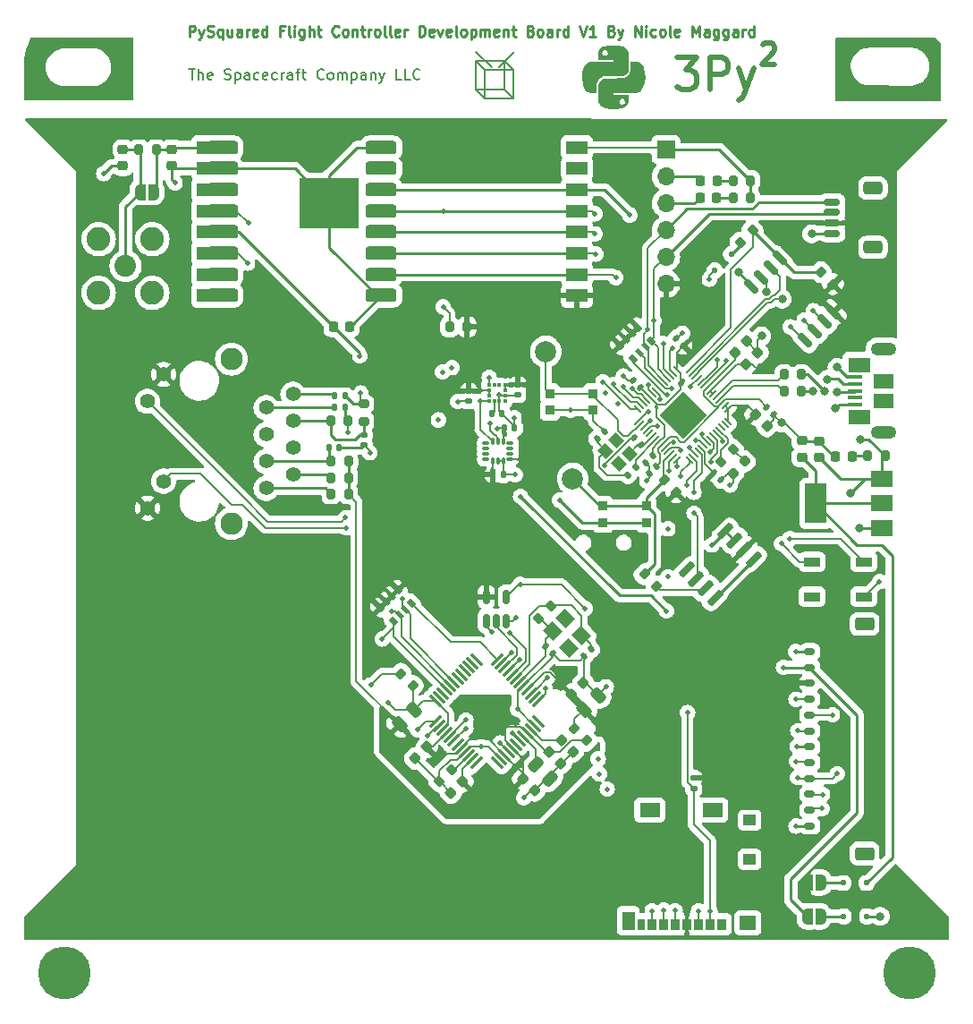
<source format=gbr>
%TF.GenerationSoftware,KiCad,Pcbnew,7.0.1*%
%TF.CreationDate,2023-07-16T00:33:22-07:00*%
%TF.ProjectId,flight_computer_dev_board_rfm98pw,666c6967-6874-45f6-936f-6d7075746572,rev?*%
%TF.SameCoordinates,Original*%
%TF.FileFunction,Copper,L1,Top*%
%TF.FilePolarity,Positive*%
%FSLAX46Y46*%
G04 Gerber Fmt 4.6, Leading zero omitted, Abs format (unit mm)*
G04 Created by KiCad (PCBNEW 7.0.1) date 2023-07-16 00:33:22*
%MOMM*%
%LPD*%
G01*
G04 APERTURE LIST*
G04 Aperture macros list*
%AMRoundRect*
0 Rectangle with rounded corners*
0 $1 Rounding radius*
0 $2 $3 $4 $5 $6 $7 $8 $9 X,Y pos of 4 corners*
0 Add a 4 corners polygon primitive as box body*
4,1,4,$2,$3,$4,$5,$6,$7,$8,$9,$2,$3,0*
0 Add four circle primitives for the rounded corners*
1,1,$1+$1,$2,$3*
1,1,$1+$1,$4,$5*
1,1,$1+$1,$6,$7*
1,1,$1+$1,$8,$9*
0 Add four rect primitives between the rounded corners*
20,1,$1+$1,$2,$3,$4,$5,0*
20,1,$1+$1,$4,$5,$6,$7,0*
20,1,$1+$1,$6,$7,$8,$9,0*
20,1,$1+$1,$8,$9,$2,$3,0*%
%AMRotRect*
0 Rectangle, with rotation*
0 The origin of the aperture is its center*
0 $1 length*
0 $2 width*
0 $3 Rotation angle, in degrees counterclockwise*
0 Add horizontal line*
21,1,$1,$2,0,0,$3*%
%AMFreePoly0*
4,1,19,0.500000,-0.750000,0.000000,-0.750000,0.000000,-0.744911,-0.071157,-0.744911,-0.207708,-0.704816,-0.327430,-0.627875,-0.420627,-0.520320,-0.479746,-0.390866,-0.500000,-0.250000,-0.500000,0.250000,-0.479746,0.390866,-0.420627,0.520320,-0.327430,0.627875,-0.207708,0.704816,-0.071157,0.744911,0.000000,0.744911,0.000000,0.750000,0.500000,0.750000,0.500000,-0.750000,0.500000,-0.750000,
$1*%
%AMFreePoly1*
4,1,19,0.000000,0.744911,0.071157,0.744911,0.207708,0.704816,0.327430,0.627875,0.420627,0.520320,0.479746,0.390866,0.500000,0.250000,0.500000,-0.250000,0.479746,-0.390866,0.420627,-0.520320,0.327430,-0.627875,0.207708,-0.704816,0.071157,-0.744911,0.000000,-0.744911,0.000000,-0.750000,-0.500000,-0.750000,-0.500000,0.750000,0.000000,0.750000,0.000000,0.744911,0.000000,0.744911,
$1*%
G04 Aperture macros list end*
%TA.AperFunction,NonConductor*%
%ADD10C,0.200000*%
%TD*%
%ADD11C,0.500000*%
%TA.AperFunction,NonConductor*%
%ADD12C,0.500000*%
%TD*%
%ADD13C,0.250000*%
%TA.AperFunction,NonConductor*%
%ADD14C,0.250000*%
%TD*%
%ADD15C,0.150000*%
%TA.AperFunction,NonConductor*%
%ADD16C,0.150000*%
%TD*%
%TA.AperFunction,SMDPad,CuDef*%
%ADD17RoundRect,0.218750X0.026517X-0.335876X0.335876X-0.026517X-0.026517X0.335876X-0.335876X0.026517X0*%
%TD*%
%TA.AperFunction,SMDPad,CuDef*%
%ADD18RotRect,0.800000X0.500000X135.000000*%
%TD*%
%TA.AperFunction,SMDPad,CuDef*%
%ADD19RotRect,0.800000X0.400000X135.000000*%
%TD*%
%TA.AperFunction,SMDPad,CuDef*%
%ADD20RoundRect,0.140000X-0.021213X0.219203X-0.219203X0.021213X0.021213X-0.219203X0.219203X-0.021213X0*%
%TD*%
%TA.AperFunction,SMDPad,CuDef*%
%ADD21RoundRect,0.225000X0.250000X-0.225000X0.250000X0.225000X-0.250000X0.225000X-0.250000X-0.225000X0*%
%TD*%
%TA.AperFunction,SMDPad,CuDef*%
%ADD22RoundRect,0.200000X-0.200000X-0.275000X0.200000X-0.275000X0.200000X0.275000X-0.200000X0.275000X0*%
%TD*%
%TA.AperFunction,SMDPad,CuDef*%
%ADD23RoundRect,0.140000X-0.140000X-0.170000X0.140000X-0.170000X0.140000X0.170000X-0.140000X0.170000X0*%
%TD*%
%TA.AperFunction,SMDPad,CuDef*%
%ADD24RoundRect,0.135000X0.185000X-0.135000X0.185000X0.135000X-0.185000X0.135000X-0.185000X-0.135000X0*%
%TD*%
%TA.AperFunction,ComponentPad*%
%ADD25C,2.050000*%
%TD*%
%TA.AperFunction,ComponentPad*%
%ADD26C,2.250000*%
%TD*%
%TA.AperFunction,SMDPad,CuDef*%
%ADD27RoundRect,0.225000X-0.250000X0.225000X-0.250000X-0.225000X0.250000X-0.225000X0.250000X0.225000X0*%
%TD*%
%TA.AperFunction,SMDPad,CuDef*%
%ADD28RoundRect,0.200000X0.200000X0.275000X-0.200000X0.275000X-0.200000X-0.275000X0.200000X-0.275000X0*%
%TD*%
%TA.AperFunction,SMDPad,CuDef*%
%ADD29R,2.000000X1.500000*%
%TD*%
%TA.AperFunction,SMDPad,CuDef*%
%ADD30R,2.000000X3.800000*%
%TD*%
%TA.AperFunction,SMDPad,CuDef*%
%ADD31RoundRect,0.250000X0.159099X-0.512652X0.512652X-0.159099X-0.159099X0.512652X-0.512652X0.159099X0*%
%TD*%
%TA.AperFunction,SMDPad,CuDef*%
%ADD32RoundRect,0.140000X0.021213X-0.219203X0.219203X-0.021213X-0.021213X0.219203X-0.219203X0.021213X0*%
%TD*%
%TA.AperFunction,SMDPad,CuDef*%
%ADD33RoundRect,0.250000X0.512652X0.159099X0.159099X0.512652X-0.512652X-0.159099X-0.159099X-0.512652X0*%
%TD*%
%TA.AperFunction,SMDPad,CuDef*%
%ADD34RoundRect,0.218750X0.218750X0.256250X-0.218750X0.256250X-0.218750X-0.256250X0.218750X-0.256250X0*%
%TD*%
%TA.AperFunction,SMDPad,CuDef*%
%ADD35RoundRect,0.200000X-0.335876X-0.053033X-0.053033X-0.335876X0.335876X0.053033X0.053033X0.335876X0*%
%TD*%
%TA.AperFunction,SMDPad,CuDef*%
%ADD36RoundRect,0.218750X-0.218750X-0.256250X0.218750X-0.256250X0.218750X0.256250X-0.218750X0.256250X0*%
%TD*%
%TA.AperFunction,SMDPad,CuDef*%
%ADD37RoundRect,0.225000X-0.017678X0.335876X-0.335876X0.017678X0.017678X-0.335876X0.335876X-0.017678X0*%
%TD*%
%TA.AperFunction,SMDPad,CuDef*%
%ADD38R,0.900000X0.900000*%
%TD*%
%TA.AperFunction,SMDPad,CuDef*%
%ADD39RoundRect,0.140000X-0.170000X0.140000X-0.170000X-0.140000X0.170000X-0.140000X0.170000X0.140000X0*%
%TD*%
%TA.AperFunction,SMDPad,CuDef*%
%ADD40RoundRect,0.225000X0.017678X-0.335876X0.335876X-0.017678X-0.017678X0.335876X-0.335876X0.017678X0*%
%TD*%
%TA.AperFunction,SMDPad,CuDef*%
%ADD41RotRect,1.400000X1.200000X315.000000*%
%TD*%
%TA.AperFunction,SMDPad,CuDef*%
%ADD42RoundRect,0.135000X-0.035355X0.226274X-0.226274X0.035355X0.035355X-0.226274X0.226274X-0.035355X0*%
%TD*%
%TA.AperFunction,SMDPad,CuDef*%
%ADD43RoundRect,0.225000X-0.335876X-0.017678X-0.017678X-0.335876X0.335876X0.017678X0.017678X0.335876X0*%
%TD*%
%TA.AperFunction,SMDPad,CuDef*%
%ADD44RoundRect,0.200000X0.053033X-0.335876X0.335876X-0.053033X-0.053033X0.335876X-0.335876X0.053033X0*%
%TD*%
%TA.AperFunction,SMDPad,CuDef*%
%ADD45RotRect,1.150000X1.000000X315.000000*%
%TD*%
%TA.AperFunction,SMDPad,CuDef*%
%ADD46RoundRect,0.140000X0.219203X0.021213X0.021213X0.219203X-0.219203X-0.021213X-0.021213X-0.219203X0*%
%TD*%
%TA.AperFunction,SMDPad,CuDef*%
%ADD47FreePoly0,0.000000*%
%TD*%
%TA.AperFunction,SMDPad,CuDef*%
%ADD48FreePoly1,0.000000*%
%TD*%
%TA.AperFunction,ComponentPad*%
%ADD49C,5.000000*%
%TD*%
%TA.AperFunction,SMDPad,CuDef*%
%ADD50RoundRect,0.200000X0.335876X0.053033X0.053033X0.335876X-0.335876X-0.053033X-0.053033X-0.335876X0*%
%TD*%
%TA.AperFunction,SMDPad,CuDef*%
%ADD51R,2.000000X1.300000*%
%TD*%
%TA.AperFunction,SMDPad,CuDef*%
%ADD52R,5.699999X4.800001*%
%TD*%
%TA.AperFunction,SMDPad,CuDef*%
%ADD53RoundRect,0.200000X-0.275000X0.200000X-0.275000X-0.200000X0.275000X-0.200000X0.275000X0.200000X0*%
%TD*%
%TA.AperFunction,SMDPad,CuDef*%
%ADD54RoundRect,0.150000X0.150000X-0.512500X0.150000X0.512500X-0.150000X0.512500X-0.150000X-0.512500X0*%
%TD*%
%TA.AperFunction,ComponentPad*%
%ADD55C,2.000000*%
%TD*%
%TA.AperFunction,SMDPad,CuDef*%
%ADD56RoundRect,0.125000X-0.125000X-0.125000X0.125000X-0.125000X0.125000X0.125000X-0.125000X0.125000X0*%
%TD*%
%TA.AperFunction,SMDPad,CuDef*%
%ADD57RoundRect,0.087500X-0.225000X-0.087500X0.225000X-0.087500X0.225000X0.087500X-0.225000X0.087500X0*%
%TD*%
%TA.AperFunction,SMDPad,CuDef*%
%ADD58RoundRect,0.087500X-0.087500X-0.225000X0.087500X-0.225000X0.087500X0.225000X-0.087500X0.225000X0*%
%TD*%
%TA.AperFunction,SMDPad,CuDef*%
%ADD59RoundRect,0.150000X-0.565685X0.353553X0.353553X-0.565685X0.565685X-0.353553X-0.353553X0.565685X0*%
%TD*%
%TA.AperFunction,SMDPad,CuDef*%
%ADD60RoundRect,0.140000X-0.219203X-0.021213X-0.021213X-0.219203X0.219203X0.021213X0.021213X0.219203X0*%
%TD*%
%TA.AperFunction,SMDPad,CuDef*%
%ADD61R,1.500000X0.900000*%
%TD*%
%TA.AperFunction,SMDPad,CuDef*%
%ADD62RoundRect,0.125000X0.000000X-0.176777X0.176777X0.000000X0.000000X0.176777X-0.176777X0.000000X0*%
%TD*%
%TA.AperFunction,SMDPad,CuDef*%
%ADD63R,0.850000X1.100000*%
%TD*%
%TA.AperFunction,SMDPad,CuDef*%
%ADD64R,0.750000X1.100000*%
%TD*%
%TA.AperFunction,SMDPad,CuDef*%
%ADD65R,1.200000X1.000000*%
%TD*%
%TA.AperFunction,SMDPad,CuDef*%
%ADD66R,1.550000X1.350000*%
%TD*%
%TA.AperFunction,SMDPad,CuDef*%
%ADD67R,1.900000X1.350000*%
%TD*%
%TA.AperFunction,SMDPad,CuDef*%
%ADD68R,1.170000X1.800000*%
%TD*%
%TA.AperFunction,SMDPad,CuDef*%
%ADD69RoundRect,0.150000X0.625000X-0.150000X0.625000X0.150000X-0.625000X0.150000X-0.625000X-0.150000X0*%
%TD*%
%TA.AperFunction,SMDPad,CuDef*%
%ADD70RoundRect,0.250000X0.650000X-0.350000X0.650000X0.350000X-0.650000X0.350000X-0.650000X-0.350000X0*%
%TD*%
%TA.AperFunction,SMDPad,CuDef*%
%ADD71RoundRect,0.050000X-0.309359X0.238649X0.238649X-0.309359X0.309359X-0.238649X-0.238649X0.309359X0*%
%TD*%
%TA.AperFunction,SMDPad,CuDef*%
%ADD72RoundRect,0.050000X-0.309359X-0.238649X-0.238649X-0.309359X0.309359X0.238649X0.238649X0.309359X0*%
%TD*%
%TA.AperFunction,ComponentPad*%
%ADD73C,0.500000*%
%TD*%
%TA.AperFunction,SMDPad,CuDef*%
%ADD74RotRect,3.200000X3.200000X315.000000*%
%TD*%
%TA.AperFunction,SMDPad,CuDef*%
%ADD75RoundRect,0.317500X1.157500X0.317500X-1.157500X0.317500X-1.157500X-0.317500X1.157500X-0.317500X0*%
%TD*%
%TA.AperFunction,SMDPad,CuDef*%
%ADD76R,0.375000X0.350000*%
%TD*%
%TA.AperFunction,SMDPad,CuDef*%
%ADD77R,0.350000X0.375000*%
%TD*%
%TA.AperFunction,SMDPad,CuDef*%
%ADD78RoundRect,0.225000X0.225000X0.250000X-0.225000X0.250000X-0.225000X-0.250000X0.225000X-0.250000X0*%
%TD*%
%TA.AperFunction,SMDPad,CuDef*%
%ADD79RoundRect,0.150000X0.350000X-0.150000X0.350000X0.150000X-0.350000X0.150000X-0.350000X-0.150000X0*%
%TD*%
%TA.AperFunction,SMDPad,CuDef*%
%ADD80RoundRect,0.250000X0.650000X-0.375000X0.650000X0.375000X-0.650000X0.375000X-0.650000X-0.375000X0*%
%TD*%
%TA.AperFunction,SMDPad,CuDef*%
%ADD81RoundRect,0.150000X0.406586X0.618718X-0.618718X-0.406586X-0.406586X-0.618718X0.618718X0.406586X0*%
%TD*%
%TA.AperFunction,SMDPad,CuDef*%
%ADD82RoundRect,0.200000X-0.053033X0.335876X-0.335876X0.053033X0.053033X-0.335876X0.335876X-0.053033X0*%
%TD*%
%TA.AperFunction,SMDPad,CuDef*%
%ADD83RoundRect,0.225000X0.335876X0.017678X0.017678X0.335876X-0.335876X-0.017678X-0.017678X-0.335876X0*%
%TD*%
%TA.AperFunction,SMDPad,CuDef*%
%ADD84R,1.380000X0.450000*%
%TD*%
%TA.AperFunction,ComponentPad*%
%ADD85O,2.416000X1.208000*%
%TD*%
%TA.AperFunction,SMDPad,CuDef*%
%ADD86R,2.100000X1.475000*%
%TD*%
%TA.AperFunction,SMDPad,CuDef*%
%ADD87R,1.900000X1.375000*%
%TD*%
%TA.AperFunction,SMDPad,CuDef*%
%ADD88RoundRect,0.075000X-0.415425X-0.521491X0.521491X0.415425X0.415425X0.521491X-0.521491X-0.415425X0*%
%TD*%
%TA.AperFunction,SMDPad,CuDef*%
%ADD89RoundRect,0.075000X0.415425X-0.521491X0.521491X-0.415425X-0.415425X0.521491X-0.521491X0.415425X0*%
%TD*%
%TA.AperFunction,ComponentPad*%
%ADD90R,1.700000X1.700000*%
%TD*%
%TA.AperFunction,ComponentPad*%
%ADD91O,1.700000X1.700000*%
%TD*%
%TA.AperFunction,ComponentPad*%
%ADD92C,1.397000*%
%TD*%
%TA.AperFunction,ComponentPad*%
%ADD93C,2.108200*%
%TD*%
%TA.AperFunction,ViaPad*%
%ADD94C,0.800000*%
%TD*%
%TA.AperFunction,ViaPad*%
%ADD95C,0.460000*%
%TD*%
%TA.AperFunction,Conductor*%
%ADD96C,0.127000*%
%TD*%
%TA.AperFunction,Conductor*%
%ADD97C,0.250000*%
%TD*%
%TA.AperFunction,Conductor*%
%ADD98C,0.200000*%
%TD*%
G04 APERTURE END LIST*
D10*
X187190000Y-55370000D02*
X186340000Y-54520000D01*
X189040000Y-51820000D02*
X189890000Y-52670000D01*
X187840000Y-52410000D02*
X186360000Y-50930000D01*
X186340000Y-54520000D02*
X189040000Y-54520000D01*
X187190000Y-52670000D02*
X187190000Y-55370000D01*
X189890000Y-52670000D02*
X187190000Y-52670000D01*
X189040000Y-51820000D02*
X186340000Y-51820000D01*
X188520000Y-52390000D02*
X189990000Y-50920000D01*
X189040000Y-54520000D02*
X189040000Y-51820000D01*
X186340000Y-54520000D02*
X186340000Y-51820000D01*
X186340000Y-51820000D02*
X187190000Y-52670000D01*
X187190000Y-55370000D02*
X189890000Y-55370000D01*
X189040000Y-54520000D02*
X189890000Y-55370000D01*
X189890000Y-55370000D02*
X189890000Y-52670000D01*
D11*
D12*
X213498571Y-50315714D02*
X213593809Y-50220476D01*
X213593809Y-50220476D02*
X213784285Y-50125238D01*
X213784285Y-50125238D02*
X214260476Y-50125238D01*
X214260476Y-50125238D02*
X214450952Y-50220476D01*
X214450952Y-50220476D02*
X214546190Y-50315714D01*
X214546190Y-50315714D02*
X214641428Y-50506190D01*
X214641428Y-50506190D02*
X214641428Y-50696666D01*
X214641428Y-50696666D02*
X214546190Y-50982380D01*
X214546190Y-50982380D02*
X213403333Y-52125238D01*
X213403333Y-52125238D02*
X214641428Y-52125238D01*
D11*
D12*
X205367143Y-51507857D02*
X207224286Y-51507857D01*
X207224286Y-51507857D02*
X206224286Y-52650714D01*
X206224286Y-52650714D02*
X206652857Y-52650714D01*
X206652857Y-52650714D02*
X206938572Y-52793571D01*
X206938572Y-52793571D02*
X207081429Y-52936428D01*
X207081429Y-52936428D02*
X207224286Y-53222142D01*
X207224286Y-53222142D02*
X207224286Y-53936428D01*
X207224286Y-53936428D02*
X207081429Y-54222142D01*
X207081429Y-54222142D02*
X206938572Y-54365000D01*
X206938572Y-54365000D02*
X206652857Y-54507857D01*
X206652857Y-54507857D02*
X205795714Y-54507857D01*
X205795714Y-54507857D02*
X205510000Y-54365000D01*
X205510000Y-54365000D02*
X205367143Y-54222142D01*
X208510000Y-54507857D02*
X208510000Y-51507857D01*
X208510000Y-51507857D02*
X209652857Y-51507857D01*
X209652857Y-51507857D02*
X209938572Y-51650714D01*
X209938572Y-51650714D02*
X210081429Y-51793571D01*
X210081429Y-51793571D02*
X210224286Y-52079285D01*
X210224286Y-52079285D02*
X210224286Y-52507857D01*
X210224286Y-52507857D02*
X210081429Y-52793571D01*
X210081429Y-52793571D02*
X209938572Y-52936428D01*
X209938572Y-52936428D02*
X209652857Y-53079285D01*
X209652857Y-53079285D02*
X208510000Y-53079285D01*
X211224286Y-52507857D02*
X211938572Y-54507857D01*
X212652857Y-52507857D02*
X211938572Y-54507857D01*
X211938572Y-54507857D02*
X211652857Y-55222142D01*
X211652857Y-55222142D02*
X211510000Y-55365000D01*
X211510000Y-55365000D02*
X211224286Y-55507857D01*
D13*
D14*
X159205709Y-49477619D02*
X159205709Y-48477619D01*
X159205709Y-48477619D02*
X159586661Y-48477619D01*
X159586661Y-48477619D02*
X159681899Y-48525238D01*
X159681899Y-48525238D02*
X159729518Y-48572857D01*
X159729518Y-48572857D02*
X159777137Y-48668095D01*
X159777137Y-48668095D02*
X159777137Y-48810952D01*
X159777137Y-48810952D02*
X159729518Y-48906190D01*
X159729518Y-48906190D02*
X159681899Y-48953809D01*
X159681899Y-48953809D02*
X159586661Y-49001428D01*
X159586661Y-49001428D02*
X159205709Y-49001428D01*
X160110471Y-48810952D02*
X160348566Y-49477619D01*
X160586661Y-48810952D02*
X160348566Y-49477619D01*
X160348566Y-49477619D02*
X160253328Y-49715714D01*
X160253328Y-49715714D02*
X160205709Y-49763333D01*
X160205709Y-49763333D02*
X160110471Y-49810952D01*
X160919995Y-49430000D02*
X161062852Y-49477619D01*
X161062852Y-49477619D02*
X161300947Y-49477619D01*
X161300947Y-49477619D02*
X161396185Y-49430000D01*
X161396185Y-49430000D02*
X161443804Y-49382380D01*
X161443804Y-49382380D02*
X161491423Y-49287142D01*
X161491423Y-49287142D02*
X161491423Y-49191904D01*
X161491423Y-49191904D02*
X161443804Y-49096666D01*
X161443804Y-49096666D02*
X161396185Y-49049047D01*
X161396185Y-49049047D02*
X161300947Y-49001428D01*
X161300947Y-49001428D02*
X161110471Y-48953809D01*
X161110471Y-48953809D02*
X161015233Y-48906190D01*
X161015233Y-48906190D02*
X160967614Y-48858571D01*
X160967614Y-48858571D02*
X160919995Y-48763333D01*
X160919995Y-48763333D02*
X160919995Y-48668095D01*
X160919995Y-48668095D02*
X160967614Y-48572857D01*
X160967614Y-48572857D02*
X161015233Y-48525238D01*
X161015233Y-48525238D02*
X161110471Y-48477619D01*
X161110471Y-48477619D02*
X161348566Y-48477619D01*
X161348566Y-48477619D02*
X161491423Y-48525238D01*
X162348566Y-48810952D02*
X162348566Y-49810952D01*
X162348566Y-49430000D02*
X162253328Y-49477619D01*
X162253328Y-49477619D02*
X162062852Y-49477619D01*
X162062852Y-49477619D02*
X161967614Y-49430000D01*
X161967614Y-49430000D02*
X161919995Y-49382380D01*
X161919995Y-49382380D02*
X161872376Y-49287142D01*
X161872376Y-49287142D02*
X161872376Y-49001428D01*
X161872376Y-49001428D02*
X161919995Y-48906190D01*
X161919995Y-48906190D02*
X161967614Y-48858571D01*
X161967614Y-48858571D02*
X162062852Y-48810952D01*
X162062852Y-48810952D02*
X162253328Y-48810952D01*
X162253328Y-48810952D02*
X162348566Y-48858571D01*
X163253328Y-48810952D02*
X163253328Y-49477619D01*
X162824757Y-48810952D02*
X162824757Y-49334761D01*
X162824757Y-49334761D02*
X162872376Y-49430000D01*
X162872376Y-49430000D02*
X162967614Y-49477619D01*
X162967614Y-49477619D02*
X163110471Y-49477619D01*
X163110471Y-49477619D02*
X163205709Y-49430000D01*
X163205709Y-49430000D02*
X163253328Y-49382380D01*
X164158090Y-49477619D02*
X164158090Y-48953809D01*
X164158090Y-48953809D02*
X164110471Y-48858571D01*
X164110471Y-48858571D02*
X164015233Y-48810952D01*
X164015233Y-48810952D02*
X163824757Y-48810952D01*
X163824757Y-48810952D02*
X163729519Y-48858571D01*
X164158090Y-49430000D02*
X164062852Y-49477619D01*
X164062852Y-49477619D02*
X163824757Y-49477619D01*
X163824757Y-49477619D02*
X163729519Y-49430000D01*
X163729519Y-49430000D02*
X163681900Y-49334761D01*
X163681900Y-49334761D02*
X163681900Y-49239523D01*
X163681900Y-49239523D02*
X163729519Y-49144285D01*
X163729519Y-49144285D02*
X163824757Y-49096666D01*
X163824757Y-49096666D02*
X164062852Y-49096666D01*
X164062852Y-49096666D02*
X164158090Y-49049047D01*
X164634281Y-49477619D02*
X164634281Y-48810952D01*
X164634281Y-49001428D02*
X164681900Y-48906190D01*
X164681900Y-48906190D02*
X164729519Y-48858571D01*
X164729519Y-48858571D02*
X164824757Y-48810952D01*
X164824757Y-48810952D02*
X164919995Y-48810952D01*
X165634281Y-49430000D02*
X165539043Y-49477619D01*
X165539043Y-49477619D02*
X165348567Y-49477619D01*
X165348567Y-49477619D02*
X165253329Y-49430000D01*
X165253329Y-49430000D02*
X165205710Y-49334761D01*
X165205710Y-49334761D02*
X165205710Y-48953809D01*
X165205710Y-48953809D02*
X165253329Y-48858571D01*
X165253329Y-48858571D02*
X165348567Y-48810952D01*
X165348567Y-48810952D02*
X165539043Y-48810952D01*
X165539043Y-48810952D02*
X165634281Y-48858571D01*
X165634281Y-48858571D02*
X165681900Y-48953809D01*
X165681900Y-48953809D02*
X165681900Y-49049047D01*
X165681900Y-49049047D02*
X165205710Y-49144285D01*
X166539043Y-49477619D02*
X166539043Y-48477619D01*
X166539043Y-49430000D02*
X166443805Y-49477619D01*
X166443805Y-49477619D02*
X166253329Y-49477619D01*
X166253329Y-49477619D02*
X166158091Y-49430000D01*
X166158091Y-49430000D02*
X166110472Y-49382380D01*
X166110472Y-49382380D02*
X166062853Y-49287142D01*
X166062853Y-49287142D02*
X166062853Y-49001428D01*
X166062853Y-49001428D02*
X166110472Y-48906190D01*
X166110472Y-48906190D02*
X166158091Y-48858571D01*
X166158091Y-48858571D02*
X166253329Y-48810952D01*
X166253329Y-48810952D02*
X166443805Y-48810952D01*
X166443805Y-48810952D02*
X166539043Y-48858571D01*
X168110472Y-48953809D02*
X167777139Y-48953809D01*
X167777139Y-49477619D02*
X167777139Y-48477619D01*
X167777139Y-48477619D02*
X168253329Y-48477619D01*
X168777139Y-49477619D02*
X168681901Y-49430000D01*
X168681901Y-49430000D02*
X168634282Y-49334761D01*
X168634282Y-49334761D02*
X168634282Y-48477619D01*
X169158092Y-49477619D02*
X169158092Y-48810952D01*
X169158092Y-48477619D02*
X169110473Y-48525238D01*
X169110473Y-48525238D02*
X169158092Y-48572857D01*
X169158092Y-48572857D02*
X169205711Y-48525238D01*
X169205711Y-48525238D02*
X169158092Y-48477619D01*
X169158092Y-48477619D02*
X169158092Y-48572857D01*
X170062853Y-48810952D02*
X170062853Y-49620476D01*
X170062853Y-49620476D02*
X170015234Y-49715714D01*
X170015234Y-49715714D02*
X169967615Y-49763333D01*
X169967615Y-49763333D02*
X169872377Y-49810952D01*
X169872377Y-49810952D02*
X169729520Y-49810952D01*
X169729520Y-49810952D02*
X169634282Y-49763333D01*
X170062853Y-49430000D02*
X169967615Y-49477619D01*
X169967615Y-49477619D02*
X169777139Y-49477619D01*
X169777139Y-49477619D02*
X169681901Y-49430000D01*
X169681901Y-49430000D02*
X169634282Y-49382380D01*
X169634282Y-49382380D02*
X169586663Y-49287142D01*
X169586663Y-49287142D02*
X169586663Y-49001428D01*
X169586663Y-49001428D02*
X169634282Y-48906190D01*
X169634282Y-48906190D02*
X169681901Y-48858571D01*
X169681901Y-48858571D02*
X169777139Y-48810952D01*
X169777139Y-48810952D02*
X169967615Y-48810952D01*
X169967615Y-48810952D02*
X170062853Y-48858571D01*
X170539044Y-49477619D02*
X170539044Y-48477619D01*
X170967615Y-49477619D02*
X170967615Y-48953809D01*
X170967615Y-48953809D02*
X170919996Y-48858571D01*
X170919996Y-48858571D02*
X170824758Y-48810952D01*
X170824758Y-48810952D02*
X170681901Y-48810952D01*
X170681901Y-48810952D02*
X170586663Y-48858571D01*
X170586663Y-48858571D02*
X170539044Y-48906190D01*
X171300949Y-48810952D02*
X171681901Y-48810952D01*
X171443806Y-48477619D02*
X171443806Y-49334761D01*
X171443806Y-49334761D02*
X171491425Y-49430000D01*
X171491425Y-49430000D02*
X171586663Y-49477619D01*
X171586663Y-49477619D02*
X171681901Y-49477619D01*
X173348568Y-49382380D02*
X173300949Y-49430000D01*
X173300949Y-49430000D02*
X173158092Y-49477619D01*
X173158092Y-49477619D02*
X173062854Y-49477619D01*
X173062854Y-49477619D02*
X172919997Y-49430000D01*
X172919997Y-49430000D02*
X172824759Y-49334761D01*
X172824759Y-49334761D02*
X172777140Y-49239523D01*
X172777140Y-49239523D02*
X172729521Y-49049047D01*
X172729521Y-49049047D02*
X172729521Y-48906190D01*
X172729521Y-48906190D02*
X172777140Y-48715714D01*
X172777140Y-48715714D02*
X172824759Y-48620476D01*
X172824759Y-48620476D02*
X172919997Y-48525238D01*
X172919997Y-48525238D02*
X173062854Y-48477619D01*
X173062854Y-48477619D02*
X173158092Y-48477619D01*
X173158092Y-48477619D02*
X173300949Y-48525238D01*
X173300949Y-48525238D02*
X173348568Y-48572857D01*
X173919997Y-49477619D02*
X173824759Y-49430000D01*
X173824759Y-49430000D02*
X173777140Y-49382380D01*
X173777140Y-49382380D02*
X173729521Y-49287142D01*
X173729521Y-49287142D02*
X173729521Y-49001428D01*
X173729521Y-49001428D02*
X173777140Y-48906190D01*
X173777140Y-48906190D02*
X173824759Y-48858571D01*
X173824759Y-48858571D02*
X173919997Y-48810952D01*
X173919997Y-48810952D02*
X174062854Y-48810952D01*
X174062854Y-48810952D02*
X174158092Y-48858571D01*
X174158092Y-48858571D02*
X174205711Y-48906190D01*
X174205711Y-48906190D02*
X174253330Y-49001428D01*
X174253330Y-49001428D02*
X174253330Y-49287142D01*
X174253330Y-49287142D02*
X174205711Y-49382380D01*
X174205711Y-49382380D02*
X174158092Y-49430000D01*
X174158092Y-49430000D02*
X174062854Y-49477619D01*
X174062854Y-49477619D02*
X173919997Y-49477619D01*
X174681902Y-48810952D02*
X174681902Y-49477619D01*
X174681902Y-48906190D02*
X174729521Y-48858571D01*
X174729521Y-48858571D02*
X174824759Y-48810952D01*
X174824759Y-48810952D02*
X174967616Y-48810952D01*
X174967616Y-48810952D02*
X175062854Y-48858571D01*
X175062854Y-48858571D02*
X175110473Y-48953809D01*
X175110473Y-48953809D02*
X175110473Y-49477619D01*
X175443807Y-48810952D02*
X175824759Y-48810952D01*
X175586664Y-48477619D02*
X175586664Y-49334761D01*
X175586664Y-49334761D02*
X175634283Y-49430000D01*
X175634283Y-49430000D02*
X175729521Y-49477619D01*
X175729521Y-49477619D02*
X175824759Y-49477619D01*
X176158093Y-49477619D02*
X176158093Y-48810952D01*
X176158093Y-49001428D02*
X176205712Y-48906190D01*
X176205712Y-48906190D02*
X176253331Y-48858571D01*
X176253331Y-48858571D02*
X176348569Y-48810952D01*
X176348569Y-48810952D02*
X176443807Y-48810952D01*
X176919998Y-49477619D02*
X176824760Y-49430000D01*
X176824760Y-49430000D02*
X176777141Y-49382380D01*
X176777141Y-49382380D02*
X176729522Y-49287142D01*
X176729522Y-49287142D02*
X176729522Y-49001428D01*
X176729522Y-49001428D02*
X176777141Y-48906190D01*
X176777141Y-48906190D02*
X176824760Y-48858571D01*
X176824760Y-48858571D02*
X176919998Y-48810952D01*
X176919998Y-48810952D02*
X177062855Y-48810952D01*
X177062855Y-48810952D02*
X177158093Y-48858571D01*
X177158093Y-48858571D02*
X177205712Y-48906190D01*
X177205712Y-48906190D02*
X177253331Y-49001428D01*
X177253331Y-49001428D02*
X177253331Y-49287142D01*
X177253331Y-49287142D02*
X177205712Y-49382380D01*
X177205712Y-49382380D02*
X177158093Y-49430000D01*
X177158093Y-49430000D02*
X177062855Y-49477619D01*
X177062855Y-49477619D02*
X176919998Y-49477619D01*
X177824760Y-49477619D02*
X177729522Y-49430000D01*
X177729522Y-49430000D02*
X177681903Y-49334761D01*
X177681903Y-49334761D02*
X177681903Y-48477619D01*
X178348570Y-49477619D02*
X178253332Y-49430000D01*
X178253332Y-49430000D02*
X178205713Y-49334761D01*
X178205713Y-49334761D02*
X178205713Y-48477619D01*
X179110475Y-49430000D02*
X179015237Y-49477619D01*
X179015237Y-49477619D02*
X178824761Y-49477619D01*
X178824761Y-49477619D02*
X178729523Y-49430000D01*
X178729523Y-49430000D02*
X178681904Y-49334761D01*
X178681904Y-49334761D02*
X178681904Y-48953809D01*
X178681904Y-48953809D02*
X178729523Y-48858571D01*
X178729523Y-48858571D02*
X178824761Y-48810952D01*
X178824761Y-48810952D02*
X179015237Y-48810952D01*
X179015237Y-48810952D02*
X179110475Y-48858571D01*
X179110475Y-48858571D02*
X179158094Y-48953809D01*
X179158094Y-48953809D02*
X179158094Y-49049047D01*
X179158094Y-49049047D02*
X178681904Y-49144285D01*
X179586666Y-49477619D02*
X179586666Y-48810952D01*
X179586666Y-49001428D02*
X179634285Y-48906190D01*
X179634285Y-48906190D02*
X179681904Y-48858571D01*
X179681904Y-48858571D02*
X179777142Y-48810952D01*
X179777142Y-48810952D02*
X179872380Y-48810952D01*
X180967619Y-49477619D02*
X180967619Y-48477619D01*
X180967619Y-48477619D02*
X181205714Y-48477619D01*
X181205714Y-48477619D02*
X181348571Y-48525238D01*
X181348571Y-48525238D02*
X181443809Y-48620476D01*
X181443809Y-48620476D02*
X181491428Y-48715714D01*
X181491428Y-48715714D02*
X181539047Y-48906190D01*
X181539047Y-48906190D02*
X181539047Y-49049047D01*
X181539047Y-49049047D02*
X181491428Y-49239523D01*
X181491428Y-49239523D02*
X181443809Y-49334761D01*
X181443809Y-49334761D02*
X181348571Y-49430000D01*
X181348571Y-49430000D02*
X181205714Y-49477619D01*
X181205714Y-49477619D02*
X180967619Y-49477619D01*
X182348571Y-49430000D02*
X182253333Y-49477619D01*
X182253333Y-49477619D02*
X182062857Y-49477619D01*
X182062857Y-49477619D02*
X181967619Y-49430000D01*
X181967619Y-49430000D02*
X181920000Y-49334761D01*
X181920000Y-49334761D02*
X181920000Y-48953809D01*
X181920000Y-48953809D02*
X181967619Y-48858571D01*
X181967619Y-48858571D02*
X182062857Y-48810952D01*
X182062857Y-48810952D02*
X182253333Y-48810952D01*
X182253333Y-48810952D02*
X182348571Y-48858571D01*
X182348571Y-48858571D02*
X182396190Y-48953809D01*
X182396190Y-48953809D02*
X182396190Y-49049047D01*
X182396190Y-49049047D02*
X181920000Y-49144285D01*
X182729524Y-48810952D02*
X182967619Y-49477619D01*
X182967619Y-49477619D02*
X183205714Y-48810952D01*
X183967619Y-49430000D02*
X183872381Y-49477619D01*
X183872381Y-49477619D02*
X183681905Y-49477619D01*
X183681905Y-49477619D02*
X183586667Y-49430000D01*
X183586667Y-49430000D02*
X183539048Y-49334761D01*
X183539048Y-49334761D02*
X183539048Y-48953809D01*
X183539048Y-48953809D02*
X183586667Y-48858571D01*
X183586667Y-48858571D02*
X183681905Y-48810952D01*
X183681905Y-48810952D02*
X183872381Y-48810952D01*
X183872381Y-48810952D02*
X183967619Y-48858571D01*
X183967619Y-48858571D02*
X184015238Y-48953809D01*
X184015238Y-48953809D02*
X184015238Y-49049047D01*
X184015238Y-49049047D02*
X183539048Y-49144285D01*
X184586667Y-49477619D02*
X184491429Y-49430000D01*
X184491429Y-49430000D02*
X184443810Y-49334761D01*
X184443810Y-49334761D02*
X184443810Y-48477619D01*
X185110477Y-49477619D02*
X185015239Y-49430000D01*
X185015239Y-49430000D02*
X184967620Y-49382380D01*
X184967620Y-49382380D02*
X184920001Y-49287142D01*
X184920001Y-49287142D02*
X184920001Y-49001428D01*
X184920001Y-49001428D02*
X184967620Y-48906190D01*
X184967620Y-48906190D02*
X185015239Y-48858571D01*
X185015239Y-48858571D02*
X185110477Y-48810952D01*
X185110477Y-48810952D02*
X185253334Y-48810952D01*
X185253334Y-48810952D02*
X185348572Y-48858571D01*
X185348572Y-48858571D02*
X185396191Y-48906190D01*
X185396191Y-48906190D02*
X185443810Y-49001428D01*
X185443810Y-49001428D02*
X185443810Y-49287142D01*
X185443810Y-49287142D02*
X185396191Y-49382380D01*
X185396191Y-49382380D02*
X185348572Y-49430000D01*
X185348572Y-49430000D02*
X185253334Y-49477619D01*
X185253334Y-49477619D02*
X185110477Y-49477619D01*
X185872382Y-48810952D02*
X185872382Y-49810952D01*
X185872382Y-48858571D02*
X185967620Y-48810952D01*
X185967620Y-48810952D02*
X186158096Y-48810952D01*
X186158096Y-48810952D02*
X186253334Y-48858571D01*
X186253334Y-48858571D02*
X186300953Y-48906190D01*
X186300953Y-48906190D02*
X186348572Y-49001428D01*
X186348572Y-49001428D02*
X186348572Y-49287142D01*
X186348572Y-49287142D02*
X186300953Y-49382380D01*
X186300953Y-49382380D02*
X186253334Y-49430000D01*
X186253334Y-49430000D02*
X186158096Y-49477619D01*
X186158096Y-49477619D02*
X185967620Y-49477619D01*
X185967620Y-49477619D02*
X185872382Y-49430000D01*
X186777144Y-49477619D02*
X186777144Y-48810952D01*
X186777144Y-48906190D02*
X186824763Y-48858571D01*
X186824763Y-48858571D02*
X186920001Y-48810952D01*
X186920001Y-48810952D02*
X187062858Y-48810952D01*
X187062858Y-48810952D02*
X187158096Y-48858571D01*
X187158096Y-48858571D02*
X187205715Y-48953809D01*
X187205715Y-48953809D02*
X187205715Y-49477619D01*
X187205715Y-48953809D02*
X187253334Y-48858571D01*
X187253334Y-48858571D02*
X187348572Y-48810952D01*
X187348572Y-48810952D02*
X187491429Y-48810952D01*
X187491429Y-48810952D02*
X187586668Y-48858571D01*
X187586668Y-48858571D02*
X187634287Y-48953809D01*
X187634287Y-48953809D02*
X187634287Y-49477619D01*
X188491429Y-49430000D02*
X188396191Y-49477619D01*
X188396191Y-49477619D02*
X188205715Y-49477619D01*
X188205715Y-49477619D02*
X188110477Y-49430000D01*
X188110477Y-49430000D02*
X188062858Y-49334761D01*
X188062858Y-49334761D02*
X188062858Y-48953809D01*
X188062858Y-48953809D02*
X188110477Y-48858571D01*
X188110477Y-48858571D02*
X188205715Y-48810952D01*
X188205715Y-48810952D02*
X188396191Y-48810952D01*
X188396191Y-48810952D02*
X188491429Y-48858571D01*
X188491429Y-48858571D02*
X188539048Y-48953809D01*
X188539048Y-48953809D02*
X188539048Y-49049047D01*
X188539048Y-49049047D02*
X188062858Y-49144285D01*
X188967620Y-48810952D02*
X188967620Y-49477619D01*
X188967620Y-48906190D02*
X189015239Y-48858571D01*
X189015239Y-48858571D02*
X189110477Y-48810952D01*
X189110477Y-48810952D02*
X189253334Y-48810952D01*
X189253334Y-48810952D02*
X189348572Y-48858571D01*
X189348572Y-48858571D02*
X189396191Y-48953809D01*
X189396191Y-48953809D02*
X189396191Y-49477619D01*
X189729525Y-48810952D02*
X190110477Y-48810952D01*
X189872382Y-48477619D02*
X189872382Y-49334761D01*
X189872382Y-49334761D02*
X189920001Y-49430000D01*
X189920001Y-49430000D02*
X190015239Y-49477619D01*
X190015239Y-49477619D02*
X190110477Y-49477619D01*
X191539049Y-48953809D02*
X191681906Y-49001428D01*
X191681906Y-49001428D02*
X191729525Y-49049047D01*
X191729525Y-49049047D02*
X191777144Y-49144285D01*
X191777144Y-49144285D02*
X191777144Y-49287142D01*
X191777144Y-49287142D02*
X191729525Y-49382380D01*
X191729525Y-49382380D02*
X191681906Y-49430000D01*
X191681906Y-49430000D02*
X191586668Y-49477619D01*
X191586668Y-49477619D02*
X191205716Y-49477619D01*
X191205716Y-49477619D02*
X191205716Y-48477619D01*
X191205716Y-48477619D02*
X191539049Y-48477619D01*
X191539049Y-48477619D02*
X191634287Y-48525238D01*
X191634287Y-48525238D02*
X191681906Y-48572857D01*
X191681906Y-48572857D02*
X191729525Y-48668095D01*
X191729525Y-48668095D02*
X191729525Y-48763333D01*
X191729525Y-48763333D02*
X191681906Y-48858571D01*
X191681906Y-48858571D02*
X191634287Y-48906190D01*
X191634287Y-48906190D02*
X191539049Y-48953809D01*
X191539049Y-48953809D02*
X191205716Y-48953809D01*
X192348573Y-49477619D02*
X192253335Y-49430000D01*
X192253335Y-49430000D02*
X192205716Y-49382380D01*
X192205716Y-49382380D02*
X192158097Y-49287142D01*
X192158097Y-49287142D02*
X192158097Y-49001428D01*
X192158097Y-49001428D02*
X192205716Y-48906190D01*
X192205716Y-48906190D02*
X192253335Y-48858571D01*
X192253335Y-48858571D02*
X192348573Y-48810952D01*
X192348573Y-48810952D02*
X192491430Y-48810952D01*
X192491430Y-48810952D02*
X192586668Y-48858571D01*
X192586668Y-48858571D02*
X192634287Y-48906190D01*
X192634287Y-48906190D02*
X192681906Y-49001428D01*
X192681906Y-49001428D02*
X192681906Y-49287142D01*
X192681906Y-49287142D02*
X192634287Y-49382380D01*
X192634287Y-49382380D02*
X192586668Y-49430000D01*
X192586668Y-49430000D02*
X192491430Y-49477619D01*
X192491430Y-49477619D02*
X192348573Y-49477619D01*
X193539049Y-49477619D02*
X193539049Y-48953809D01*
X193539049Y-48953809D02*
X193491430Y-48858571D01*
X193491430Y-48858571D02*
X193396192Y-48810952D01*
X193396192Y-48810952D02*
X193205716Y-48810952D01*
X193205716Y-48810952D02*
X193110478Y-48858571D01*
X193539049Y-49430000D02*
X193443811Y-49477619D01*
X193443811Y-49477619D02*
X193205716Y-49477619D01*
X193205716Y-49477619D02*
X193110478Y-49430000D01*
X193110478Y-49430000D02*
X193062859Y-49334761D01*
X193062859Y-49334761D02*
X193062859Y-49239523D01*
X193062859Y-49239523D02*
X193110478Y-49144285D01*
X193110478Y-49144285D02*
X193205716Y-49096666D01*
X193205716Y-49096666D02*
X193443811Y-49096666D01*
X193443811Y-49096666D02*
X193539049Y-49049047D01*
X194015240Y-49477619D02*
X194015240Y-48810952D01*
X194015240Y-49001428D02*
X194062859Y-48906190D01*
X194062859Y-48906190D02*
X194110478Y-48858571D01*
X194110478Y-48858571D02*
X194205716Y-48810952D01*
X194205716Y-48810952D02*
X194300954Y-48810952D01*
X195062859Y-49477619D02*
X195062859Y-48477619D01*
X195062859Y-49430000D02*
X194967621Y-49477619D01*
X194967621Y-49477619D02*
X194777145Y-49477619D01*
X194777145Y-49477619D02*
X194681907Y-49430000D01*
X194681907Y-49430000D02*
X194634288Y-49382380D01*
X194634288Y-49382380D02*
X194586669Y-49287142D01*
X194586669Y-49287142D02*
X194586669Y-49001428D01*
X194586669Y-49001428D02*
X194634288Y-48906190D01*
X194634288Y-48906190D02*
X194681907Y-48858571D01*
X194681907Y-48858571D02*
X194777145Y-48810952D01*
X194777145Y-48810952D02*
X194967621Y-48810952D01*
X194967621Y-48810952D02*
X195062859Y-48858571D01*
X196158098Y-48477619D02*
X196491431Y-49477619D01*
X196491431Y-49477619D02*
X196824764Y-48477619D01*
X197681907Y-49477619D02*
X197110479Y-49477619D01*
X197396193Y-49477619D02*
X197396193Y-48477619D01*
X197396193Y-48477619D02*
X197300955Y-48620476D01*
X197300955Y-48620476D02*
X197205717Y-48715714D01*
X197205717Y-48715714D02*
X197110479Y-48763333D01*
X199205717Y-48953809D02*
X199348574Y-49001428D01*
X199348574Y-49001428D02*
X199396193Y-49049047D01*
X199396193Y-49049047D02*
X199443812Y-49144285D01*
X199443812Y-49144285D02*
X199443812Y-49287142D01*
X199443812Y-49287142D02*
X199396193Y-49382380D01*
X199396193Y-49382380D02*
X199348574Y-49430000D01*
X199348574Y-49430000D02*
X199253336Y-49477619D01*
X199253336Y-49477619D02*
X198872384Y-49477619D01*
X198872384Y-49477619D02*
X198872384Y-48477619D01*
X198872384Y-48477619D02*
X199205717Y-48477619D01*
X199205717Y-48477619D02*
X199300955Y-48525238D01*
X199300955Y-48525238D02*
X199348574Y-48572857D01*
X199348574Y-48572857D02*
X199396193Y-48668095D01*
X199396193Y-48668095D02*
X199396193Y-48763333D01*
X199396193Y-48763333D02*
X199348574Y-48858571D01*
X199348574Y-48858571D02*
X199300955Y-48906190D01*
X199300955Y-48906190D02*
X199205717Y-48953809D01*
X199205717Y-48953809D02*
X198872384Y-48953809D01*
X199777146Y-48810952D02*
X200015241Y-49477619D01*
X200253336Y-48810952D02*
X200015241Y-49477619D01*
X200015241Y-49477619D02*
X199920003Y-49715714D01*
X199920003Y-49715714D02*
X199872384Y-49763333D01*
X199872384Y-49763333D02*
X199777146Y-49810952D01*
X201396194Y-49477619D02*
X201396194Y-48477619D01*
X201396194Y-48477619D02*
X201967622Y-49477619D01*
X201967622Y-49477619D02*
X201967622Y-48477619D01*
X202443813Y-49477619D02*
X202443813Y-48810952D01*
X202443813Y-48477619D02*
X202396194Y-48525238D01*
X202396194Y-48525238D02*
X202443813Y-48572857D01*
X202443813Y-48572857D02*
X202491432Y-48525238D01*
X202491432Y-48525238D02*
X202443813Y-48477619D01*
X202443813Y-48477619D02*
X202443813Y-48572857D01*
X203348574Y-49430000D02*
X203253336Y-49477619D01*
X203253336Y-49477619D02*
X203062860Y-49477619D01*
X203062860Y-49477619D02*
X202967622Y-49430000D01*
X202967622Y-49430000D02*
X202920003Y-49382380D01*
X202920003Y-49382380D02*
X202872384Y-49287142D01*
X202872384Y-49287142D02*
X202872384Y-49001428D01*
X202872384Y-49001428D02*
X202920003Y-48906190D01*
X202920003Y-48906190D02*
X202967622Y-48858571D01*
X202967622Y-48858571D02*
X203062860Y-48810952D01*
X203062860Y-48810952D02*
X203253336Y-48810952D01*
X203253336Y-48810952D02*
X203348574Y-48858571D01*
X203920003Y-49477619D02*
X203824765Y-49430000D01*
X203824765Y-49430000D02*
X203777146Y-49382380D01*
X203777146Y-49382380D02*
X203729527Y-49287142D01*
X203729527Y-49287142D02*
X203729527Y-49001428D01*
X203729527Y-49001428D02*
X203777146Y-48906190D01*
X203777146Y-48906190D02*
X203824765Y-48858571D01*
X203824765Y-48858571D02*
X203920003Y-48810952D01*
X203920003Y-48810952D02*
X204062860Y-48810952D01*
X204062860Y-48810952D02*
X204158098Y-48858571D01*
X204158098Y-48858571D02*
X204205717Y-48906190D01*
X204205717Y-48906190D02*
X204253336Y-49001428D01*
X204253336Y-49001428D02*
X204253336Y-49287142D01*
X204253336Y-49287142D02*
X204205717Y-49382380D01*
X204205717Y-49382380D02*
X204158098Y-49430000D01*
X204158098Y-49430000D02*
X204062860Y-49477619D01*
X204062860Y-49477619D02*
X203920003Y-49477619D01*
X204824765Y-49477619D02*
X204729527Y-49430000D01*
X204729527Y-49430000D02*
X204681908Y-49334761D01*
X204681908Y-49334761D02*
X204681908Y-48477619D01*
X205586670Y-49430000D02*
X205491432Y-49477619D01*
X205491432Y-49477619D02*
X205300956Y-49477619D01*
X205300956Y-49477619D02*
X205205718Y-49430000D01*
X205205718Y-49430000D02*
X205158099Y-49334761D01*
X205158099Y-49334761D02*
X205158099Y-48953809D01*
X205158099Y-48953809D02*
X205205718Y-48858571D01*
X205205718Y-48858571D02*
X205300956Y-48810952D01*
X205300956Y-48810952D02*
X205491432Y-48810952D01*
X205491432Y-48810952D02*
X205586670Y-48858571D01*
X205586670Y-48858571D02*
X205634289Y-48953809D01*
X205634289Y-48953809D02*
X205634289Y-49049047D01*
X205634289Y-49049047D02*
X205158099Y-49144285D01*
X206824766Y-49477619D02*
X206824766Y-48477619D01*
X206824766Y-48477619D02*
X207158099Y-49191904D01*
X207158099Y-49191904D02*
X207491432Y-48477619D01*
X207491432Y-48477619D02*
X207491432Y-49477619D01*
X208396194Y-49477619D02*
X208396194Y-48953809D01*
X208396194Y-48953809D02*
X208348575Y-48858571D01*
X208348575Y-48858571D02*
X208253337Y-48810952D01*
X208253337Y-48810952D02*
X208062861Y-48810952D01*
X208062861Y-48810952D02*
X207967623Y-48858571D01*
X208396194Y-49430000D02*
X208300956Y-49477619D01*
X208300956Y-49477619D02*
X208062861Y-49477619D01*
X208062861Y-49477619D02*
X207967623Y-49430000D01*
X207967623Y-49430000D02*
X207920004Y-49334761D01*
X207920004Y-49334761D02*
X207920004Y-49239523D01*
X207920004Y-49239523D02*
X207967623Y-49144285D01*
X207967623Y-49144285D02*
X208062861Y-49096666D01*
X208062861Y-49096666D02*
X208300956Y-49096666D01*
X208300956Y-49096666D02*
X208396194Y-49049047D01*
X209300956Y-48810952D02*
X209300956Y-49620476D01*
X209300956Y-49620476D02*
X209253337Y-49715714D01*
X209253337Y-49715714D02*
X209205718Y-49763333D01*
X209205718Y-49763333D02*
X209110480Y-49810952D01*
X209110480Y-49810952D02*
X208967623Y-49810952D01*
X208967623Y-49810952D02*
X208872385Y-49763333D01*
X209300956Y-49430000D02*
X209205718Y-49477619D01*
X209205718Y-49477619D02*
X209015242Y-49477619D01*
X209015242Y-49477619D02*
X208920004Y-49430000D01*
X208920004Y-49430000D02*
X208872385Y-49382380D01*
X208872385Y-49382380D02*
X208824766Y-49287142D01*
X208824766Y-49287142D02*
X208824766Y-49001428D01*
X208824766Y-49001428D02*
X208872385Y-48906190D01*
X208872385Y-48906190D02*
X208920004Y-48858571D01*
X208920004Y-48858571D02*
X209015242Y-48810952D01*
X209015242Y-48810952D02*
X209205718Y-48810952D01*
X209205718Y-48810952D02*
X209300956Y-48858571D01*
X210205718Y-48810952D02*
X210205718Y-49620476D01*
X210205718Y-49620476D02*
X210158099Y-49715714D01*
X210158099Y-49715714D02*
X210110480Y-49763333D01*
X210110480Y-49763333D02*
X210015242Y-49810952D01*
X210015242Y-49810952D02*
X209872385Y-49810952D01*
X209872385Y-49810952D02*
X209777147Y-49763333D01*
X210205718Y-49430000D02*
X210110480Y-49477619D01*
X210110480Y-49477619D02*
X209920004Y-49477619D01*
X209920004Y-49477619D02*
X209824766Y-49430000D01*
X209824766Y-49430000D02*
X209777147Y-49382380D01*
X209777147Y-49382380D02*
X209729528Y-49287142D01*
X209729528Y-49287142D02*
X209729528Y-49001428D01*
X209729528Y-49001428D02*
X209777147Y-48906190D01*
X209777147Y-48906190D02*
X209824766Y-48858571D01*
X209824766Y-48858571D02*
X209920004Y-48810952D01*
X209920004Y-48810952D02*
X210110480Y-48810952D01*
X210110480Y-48810952D02*
X210205718Y-48858571D01*
X211110480Y-49477619D02*
X211110480Y-48953809D01*
X211110480Y-48953809D02*
X211062861Y-48858571D01*
X211062861Y-48858571D02*
X210967623Y-48810952D01*
X210967623Y-48810952D02*
X210777147Y-48810952D01*
X210777147Y-48810952D02*
X210681909Y-48858571D01*
X211110480Y-49430000D02*
X211015242Y-49477619D01*
X211015242Y-49477619D02*
X210777147Y-49477619D01*
X210777147Y-49477619D02*
X210681909Y-49430000D01*
X210681909Y-49430000D02*
X210634290Y-49334761D01*
X210634290Y-49334761D02*
X210634290Y-49239523D01*
X210634290Y-49239523D02*
X210681909Y-49144285D01*
X210681909Y-49144285D02*
X210777147Y-49096666D01*
X210777147Y-49096666D02*
X211015242Y-49096666D01*
X211015242Y-49096666D02*
X211110480Y-49049047D01*
X211586671Y-49477619D02*
X211586671Y-48810952D01*
X211586671Y-49001428D02*
X211634290Y-48906190D01*
X211634290Y-48906190D02*
X211681909Y-48858571D01*
X211681909Y-48858571D02*
X211777147Y-48810952D01*
X211777147Y-48810952D02*
X211872385Y-48810952D01*
X212634290Y-49477619D02*
X212634290Y-48477619D01*
X212634290Y-49430000D02*
X212539052Y-49477619D01*
X212539052Y-49477619D02*
X212348576Y-49477619D01*
X212348576Y-49477619D02*
X212253338Y-49430000D01*
X212253338Y-49430000D02*
X212205719Y-49382380D01*
X212205719Y-49382380D02*
X212158100Y-49287142D01*
X212158100Y-49287142D02*
X212158100Y-49001428D01*
X212158100Y-49001428D02*
X212205719Y-48906190D01*
X212205719Y-48906190D02*
X212253338Y-48858571D01*
X212253338Y-48858571D02*
X212348576Y-48810952D01*
X212348576Y-48810952D02*
X212539052Y-48810952D01*
X212539052Y-48810952D02*
X212634290Y-48858571D01*
D15*
D16*
X159165238Y-52567619D02*
X159736666Y-52567619D01*
X159450952Y-53567619D02*
X159450952Y-52567619D01*
X160070000Y-53567619D02*
X160070000Y-52567619D01*
X160498571Y-53567619D02*
X160498571Y-53043809D01*
X160498571Y-53043809D02*
X160450952Y-52948571D01*
X160450952Y-52948571D02*
X160355714Y-52900952D01*
X160355714Y-52900952D02*
X160212857Y-52900952D01*
X160212857Y-52900952D02*
X160117619Y-52948571D01*
X160117619Y-52948571D02*
X160070000Y-52996190D01*
X161355714Y-53520000D02*
X161260476Y-53567619D01*
X161260476Y-53567619D02*
X161070000Y-53567619D01*
X161070000Y-53567619D02*
X160974762Y-53520000D01*
X160974762Y-53520000D02*
X160927143Y-53424761D01*
X160927143Y-53424761D02*
X160927143Y-53043809D01*
X160927143Y-53043809D02*
X160974762Y-52948571D01*
X160974762Y-52948571D02*
X161070000Y-52900952D01*
X161070000Y-52900952D02*
X161260476Y-52900952D01*
X161260476Y-52900952D02*
X161355714Y-52948571D01*
X161355714Y-52948571D02*
X161403333Y-53043809D01*
X161403333Y-53043809D02*
X161403333Y-53139047D01*
X161403333Y-53139047D02*
X160927143Y-53234285D01*
X162546191Y-53520000D02*
X162689048Y-53567619D01*
X162689048Y-53567619D02*
X162927143Y-53567619D01*
X162927143Y-53567619D02*
X163022381Y-53520000D01*
X163022381Y-53520000D02*
X163070000Y-53472380D01*
X163070000Y-53472380D02*
X163117619Y-53377142D01*
X163117619Y-53377142D02*
X163117619Y-53281904D01*
X163117619Y-53281904D02*
X163070000Y-53186666D01*
X163070000Y-53186666D02*
X163022381Y-53139047D01*
X163022381Y-53139047D02*
X162927143Y-53091428D01*
X162927143Y-53091428D02*
X162736667Y-53043809D01*
X162736667Y-53043809D02*
X162641429Y-52996190D01*
X162641429Y-52996190D02*
X162593810Y-52948571D01*
X162593810Y-52948571D02*
X162546191Y-52853333D01*
X162546191Y-52853333D02*
X162546191Y-52758095D01*
X162546191Y-52758095D02*
X162593810Y-52662857D01*
X162593810Y-52662857D02*
X162641429Y-52615238D01*
X162641429Y-52615238D02*
X162736667Y-52567619D01*
X162736667Y-52567619D02*
X162974762Y-52567619D01*
X162974762Y-52567619D02*
X163117619Y-52615238D01*
X163546191Y-52900952D02*
X163546191Y-53900952D01*
X163546191Y-52948571D02*
X163641429Y-52900952D01*
X163641429Y-52900952D02*
X163831905Y-52900952D01*
X163831905Y-52900952D02*
X163927143Y-52948571D01*
X163927143Y-52948571D02*
X163974762Y-52996190D01*
X163974762Y-52996190D02*
X164022381Y-53091428D01*
X164022381Y-53091428D02*
X164022381Y-53377142D01*
X164022381Y-53377142D02*
X163974762Y-53472380D01*
X163974762Y-53472380D02*
X163927143Y-53520000D01*
X163927143Y-53520000D02*
X163831905Y-53567619D01*
X163831905Y-53567619D02*
X163641429Y-53567619D01*
X163641429Y-53567619D02*
X163546191Y-53520000D01*
X164879524Y-53567619D02*
X164879524Y-53043809D01*
X164879524Y-53043809D02*
X164831905Y-52948571D01*
X164831905Y-52948571D02*
X164736667Y-52900952D01*
X164736667Y-52900952D02*
X164546191Y-52900952D01*
X164546191Y-52900952D02*
X164450953Y-52948571D01*
X164879524Y-53520000D02*
X164784286Y-53567619D01*
X164784286Y-53567619D02*
X164546191Y-53567619D01*
X164546191Y-53567619D02*
X164450953Y-53520000D01*
X164450953Y-53520000D02*
X164403334Y-53424761D01*
X164403334Y-53424761D02*
X164403334Y-53329523D01*
X164403334Y-53329523D02*
X164450953Y-53234285D01*
X164450953Y-53234285D02*
X164546191Y-53186666D01*
X164546191Y-53186666D02*
X164784286Y-53186666D01*
X164784286Y-53186666D02*
X164879524Y-53139047D01*
X165784286Y-53520000D02*
X165689048Y-53567619D01*
X165689048Y-53567619D02*
X165498572Y-53567619D01*
X165498572Y-53567619D02*
X165403334Y-53520000D01*
X165403334Y-53520000D02*
X165355715Y-53472380D01*
X165355715Y-53472380D02*
X165308096Y-53377142D01*
X165308096Y-53377142D02*
X165308096Y-53091428D01*
X165308096Y-53091428D02*
X165355715Y-52996190D01*
X165355715Y-52996190D02*
X165403334Y-52948571D01*
X165403334Y-52948571D02*
X165498572Y-52900952D01*
X165498572Y-52900952D02*
X165689048Y-52900952D01*
X165689048Y-52900952D02*
X165784286Y-52948571D01*
X166593810Y-53520000D02*
X166498572Y-53567619D01*
X166498572Y-53567619D02*
X166308096Y-53567619D01*
X166308096Y-53567619D02*
X166212858Y-53520000D01*
X166212858Y-53520000D02*
X166165239Y-53424761D01*
X166165239Y-53424761D02*
X166165239Y-53043809D01*
X166165239Y-53043809D02*
X166212858Y-52948571D01*
X166212858Y-52948571D02*
X166308096Y-52900952D01*
X166308096Y-52900952D02*
X166498572Y-52900952D01*
X166498572Y-52900952D02*
X166593810Y-52948571D01*
X166593810Y-52948571D02*
X166641429Y-53043809D01*
X166641429Y-53043809D02*
X166641429Y-53139047D01*
X166641429Y-53139047D02*
X166165239Y-53234285D01*
X167498572Y-53520000D02*
X167403334Y-53567619D01*
X167403334Y-53567619D02*
X167212858Y-53567619D01*
X167212858Y-53567619D02*
X167117620Y-53520000D01*
X167117620Y-53520000D02*
X167070001Y-53472380D01*
X167070001Y-53472380D02*
X167022382Y-53377142D01*
X167022382Y-53377142D02*
X167022382Y-53091428D01*
X167022382Y-53091428D02*
X167070001Y-52996190D01*
X167070001Y-52996190D02*
X167117620Y-52948571D01*
X167117620Y-52948571D02*
X167212858Y-52900952D01*
X167212858Y-52900952D02*
X167403334Y-52900952D01*
X167403334Y-52900952D02*
X167498572Y-52948571D01*
X167927144Y-53567619D02*
X167927144Y-52900952D01*
X167927144Y-53091428D02*
X167974763Y-52996190D01*
X167974763Y-52996190D02*
X168022382Y-52948571D01*
X168022382Y-52948571D02*
X168117620Y-52900952D01*
X168117620Y-52900952D02*
X168212858Y-52900952D01*
X168974763Y-53567619D02*
X168974763Y-53043809D01*
X168974763Y-53043809D02*
X168927144Y-52948571D01*
X168927144Y-52948571D02*
X168831906Y-52900952D01*
X168831906Y-52900952D02*
X168641430Y-52900952D01*
X168641430Y-52900952D02*
X168546192Y-52948571D01*
X168974763Y-53520000D02*
X168879525Y-53567619D01*
X168879525Y-53567619D02*
X168641430Y-53567619D01*
X168641430Y-53567619D02*
X168546192Y-53520000D01*
X168546192Y-53520000D02*
X168498573Y-53424761D01*
X168498573Y-53424761D02*
X168498573Y-53329523D01*
X168498573Y-53329523D02*
X168546192Y-53234285D01*
X168546192Y-53234285D02*
X168641430Y-53186666D01*
X168641430Y-53186666D02*
X168879525Y-53186666D01*
X168879525Y-53186666D02*
X168974763Y-53139047D01*
X169308097Y-52900952D02*
X169689049Y-52900952D01*
X169450954Y-53567619D02*
X169450954Y-52710476D01*
X169450954Y-52710476D02*
X169498573Y-52615238D01*
X169498573Y-52615238D02*
X169593811Y-52567619D01*
X169593811Y-52567619D02*
X169689049Y-52567619D01*
X169879526Y-52900952D02*
X170260478Y-52900952D01*
X170022383Y-52567619D02*
X170022383Y-53424761D01*
X170022383Y-53424761D02*
X170070002Y-53520000D01*
X170070002Y-53520000D02*
X170165240Y-53567619D01*
X170165240Y-53567619D02*
X170260478Y-53567619D01*
X171927145Y-53472380D02*
X171879526Y-53520000D01*
X171879526Y-53520000D02*
X171736669Y-53567619D01*
X171736669Y-53567619D02*
X171641431Y-53567619D01*
X171641431Y-53567619D02*
X171498574Y-53520000D01*
X171498574Y-53520000D02*
X171403336Y-53424761D01*
X171403336Y-53424761D02*
X171355717Y-53329523D01*
X171355717Y-53329523D02*
X171308098Y-53139047D01*
X171308098Y-53139047D02*
X171308098Y-52996190D01*
X171308098Y-52996190D02*
X171355717Y-52805714D01*
X171355717Y-52805714D02*
X171403336Y-52710476D01*
X171403336Y-52710476D02*
X171498574Y-52615238D01*
X171498574Y-52615238D02*
X171641431Y-52567619D01*
X171641431Y-52567619D02*
X171736669Y-52567619D01*
X171736669Y-52567619D02*
X171879526Y-52615238D01*
X171879526Y-52615238D02*
X171927145Y-52662857D01*
X172498574Y-53567619D02*
X172403336Y-53520000D01*
X172403336Y-53520000D02*
X172355717Y-53472380D01*
X172355717Y-53472380D02*
X172308098Y-53377142D01*
X172308098Y-53377142D02*
X172308098Y-53091428D01*
X172308098Y-53091428D02*
X172355717Y-52996190D01*
X172355717Y-52996190D02*
X172403336Y-52948571D01*
X172403336Y-52948571D02*
X172498574Y-52900952D01*
X172498574Y-52900952D02*
X172641431Y-52900952D01*
X172641431Y-52900952D02*
X172736669Y-52948571D01*
X172736669Y-52948571D02*
X172784288Y-52996190D01*
X172784288Y-52996190D02*
X172831907Y-53091428D01*
X172831907Y-53091428D02*
X172831907Y-53377142D01*
X172831907Y-53377142D02*
X172784288Y-53472380D01*
X172784288Y-53472380D02*
X172736669Y-53520000D01*
X172736669Y-53520000D02*
X172641431Y-53567619D01*
X172641431Y-53567619D02*
X172498574Y-53567619D01*
X173260479Y-53567619D02*
X173260479Y-52900952D01*
X173260479Y-52996190D02*
X173308098Y-52948571D01*
X173308098Y-52948571D02*
X173403336Y-52900952D01*
X173403336Y-52900952D02*
X173546193Y-52900952D01*
X173546193Y-52900952D02*
X173641431Y-52948571D01*
X173641431Y-52948571D02*
X173689050Y-53043809D01*
X173689050Y-53043809D02*
X173689050Y-53567619D01*
X173689050Y-53043809D02*
X173736669Y-52948571D01*
X173736669Y-52948571D02*
X173831907Y-52900952D01*
X173831907Y-52900952D02*
X173974764Y-52900952D01*
X173974764Y-52900952D02*
X174070003Y-52948571D01*
X174070003Y-52948571D02*
X174117622Y-53043809D01*
X174117622Y-53043809D02*
X174117622Y-53567619D01*
X174593812Y-52900952D02*
X174593812Y-53900952D01*
X174593812Y-52948571D02*
X174689050Y-52900952D01*
X174689050Y-52900952D02*
X174879526Y-52900952D01*
X174879526Y-52900952D02*
X174974764Y-52948571D01*
X174974764Y-52948571D02*
X175022383Y-52996190D01*
X175022383Y-52996190D02*
X175070002Y-53091428D01*
X175070002Y-53091428D02*
X175070002Y-53377142D01*
X175070002Y-53377142D02*
X175022383Y-53472380D01*
X175022383Y-53472380D02*
X174974764Y-53520000D01*
X174974764Y-53520000D02*
X174879526Y-53567619D01*
X174879526Y-53567619D02*
X174689050Y-53567619D01*
X174689050Y-53567619D02*
X174593812Y-53520000D01*
X175927145Y-53567619D02*
X175927145Y-53043809D01*
X175927145Y-53043809D02*
X175879526Y-52948571D01*
X175879526Y-52948571D02*
X175784288Y-52900952D01*
X175784288Y-52900952D02*
X175593812Y-52900952D01*
X175593812Y-52900952D02*
X175498574Y-52948571D01*
X175927145Y-53520000D02*
X175831907Y-53567619D01*
X175831907Y-53567619D02*
X175593812Y-53567619D01*
X175593812Y-53567619D02*
X175498574Y-53520000D01*
X175498574Y-53520000D02*
X175450955Y-53424761D01*
X175450955Y-53424761D02*
X175450955Y-53329523D01*
X175450955Y-53329523D02*
X175498574Y-53234285D01*
X175498574Y-53234285D02*
X175593812Y-53186666D01*
X175593812Y-53186666D02*
X175831907Y-53186666D01*
X175831907Y-53186666D02*
X175927145Y-53139047D01*
X176403336Y-52900952D02*
X176403336Y-53567619D01*
X176403336Y-52996190D02*
X176450955Y-52948571D01*
X176450955Y-52948571D02*
X176546193Y-52900952D01*
X176546193Y-52900952D02*
X176689050Y-52900952D01*
X176689050Y-52900952D02*
X176784288Y-52948571D01*
X176784288Y-52948571D02*
X176831907Y-53043809D01*
X176831907Y-53043809D02*
X176831907Y-53567619D01*
X177212860Y-52900952D02*
X177450955Y-53567619D01*
X177689050Y-52900952D02*
X177450955Y-53567619D01*
X177450955Y-53567619D02*
X177355717Y-53805714D01*
X177355717Y-53805714D02*
X177308098Y-53853333D01*
X177308098Y-53853333D02*
X177212860Y-53900952D01*
X179308098Y-53567619D02*
X178831908Y-53567619D01*
X178831908Y-53567619D02*
X178831908Y-52567619D01*
X180117622Y-53567619D02*
X179641432Y-53567619D01*
X179641432Y-53567619D02*
X179641432Y-52567619D01*
X181022384Y-53472380D02*
X180974765Y-53520000D01*
X180974765Y-53520000D02*
X180831908Y-53567619D01*
X180831908Y-53567619D02*
X180736670Y-53567619D01*
X180736670Y-53567619D02*
X180593813Y-53520000D01*
X180593813Y-53520000D02*
X180498575Y-53424761D01*
X180498575Y-53424761D02*
X180450956Y-53329523D01*
X180450956Y-53329523D02*
X180403337Y-53139047D01*
X180403337Y-53139047D02*
X180403337Y-52996190D01*
X180403337Y-52996190D02*
X180450956Y-52805714D01*
X180450956Y-52805714D02*
X180498575Y-52710476D01*
X180498575Y-52710476D02*
X180593813Y-52615238D01*
X180593813Y-52615238D02*
X180736670Y-52567619D01*
X180736670Y-52567619D02*
X180831908Y-52567619D01*
X180831908Y-52567619D02*
X180974765Y-52615238D01*
X180974765Y-52615238D02*
X181022384Y-52662857D01*
%TA.AperFunction,EtchedComponent*%
%TO.C,G\u002A\u002A\u002A*%
G36*
X197953873Y-51095760D02*
G01*
X198300776Y-51095760D01*
X198316177Y-51160561D01*
X198354071Y-51220168D01*
X198362590Y-51230520D01*
X198442115Y-51304752D01*
X198524419Y-51336718D01*
X198617558Y-51328481D01*
X198671536Y-51309585D01*
X198736159Y-51267705D01*
X198790055Y-51208966D01*
X198793495Y-51203566D01*
X198832517Y-51104535D01*
X198833434Y-51008842D01*
X198802407Y-50922723D01*
X198745597Y-50852410D01*
X198669164Y-50804140D01*
X198579270Y-50784147D01*
X198482076Y-50798665D01*
X198421634Y-50827254D01*
X198347954Y-50887129D01*
X198310638Y-50959706D01*
X198302832Y-51006924D01*
X198300776Y-51095760D01*
X197953873Y-51095760D01*
X197956323Y-51019225D01*
X197961376Y-50936661D01*
X197968771Y-50875793D01*
X197979379Y-50828973D01*
X197994070Y-50788553D01*
X198009499Y-50755380D01*
X198083318Y-50648984D01*
X198192344Y-50559402D01*
X198337692Y-50486304D01*
X198520473Y-50429362D01*
X198741803Y-50388245D01*
X199002793Y-50362626D01*
X199304559Y-50352175D01*
X199374384Y-50351877D01*
X199620334Y-50355565D01*
X199828168Y-50366891D01*
X200003889Y-50386690D01*
X200153499Y-50415801D01*
X200283002Y-50455060D01*
X200367669Y-50490315D01*
X200521673Y-50583331D01*
X200652262Y-50704203D01*
X200749839Y-50843813D01*
X200759384Y-50862427D01*
X200814015Y-50973444D01*
X200814015Y-51843919D01*
X200813941Y-52064303D01*
X200813565Y-52244691D01*
X200812655Y-52389729D01*
X200810981Y-52504060D01*
X200808310Y-52592329D01*
X200804410Y-52659181D01*
X200799051Y-52709259D01*
X200792001Y-52747209D01*
X200783028Y-52777674D01*
X200771901Y-52805300D01*
X200765374Y-52819681D01*
X200694072Y-52937753D01*
X200596415Y-53050432D01*
X200485612Y-53144255D01*
X200394708Y-53197450D01*
X200364950Y-53210463D01*
X200335662Y-53221195D01*
X200302299Y-53229925D01*
X200260311Y-53236936D01*
X200205151Y-53242508D01*
X200132272Y-53246923D01*
X200037124Y-53250461D01*
X199915161Y-53253405D01*
X199761835Y-53256035D01*
X199572597Y-53258632D01*
X199363224Y-53261230D01*
X198448109Y-53272390D01*
X198296919Y-53344006D01*
X198169903Y-53418755D01*
X198047139Y-53516928D01*
X197941122Y-53627009D01*
X197864344Y-53737482D01*
X197858969Y-53747688D01*
X197817011Y-53840902D01*
X197786124Y-53938344D01*
X197764912Y-54048737D01*
X197751981Y-54180804D01*
X197745936Y-54343266D01*
X197745034Y-54460032D01*
X197745034Y-54823620D01*
X197438136Y-54822127D01*
X197298879Y-54819165D01*
X197178414Y-54812166D01*
X197086037Y-54801832D01*
X197039644Y-54791966D01*
X196894540Y-54727350D01*
X196769404Y-54629565D01*
X196662942Y-54496684D01*
X196573863Y-54326777D01*
X196500873Y-54117915D01*
X196451815Y-53914728D01*
X196402593Y-53581746D01*
X196393612Y-53257385D01*
X196425110Y-52932391D01*
X196484634Y-52645814D01*
X196557431Y-52436491D01*
X196660560Y-52257242D01*
X196792418Y-52110153D01*
X196951402Y-51997310D01*
X197003611Y-51970697D01*
X197131238Y-51910879D01*
X199385544Y-51888559D01*
X199385544Y-51710000D01*
X198663993Y-51704108D01*
X197942443Y-51698217D01*
X197949758Y-51280031D01*
X197952740Y-51131132D01*
X197953873Y-51095760D01*
G37*
%TD.AperFunction*%
%TA.AperFunction,EtchedComponent*%
G36*
X197953403Y-55617131D02*
G01*
X199930084Y-55617131D01*
X199934155Y-55712929D01*
X199973516Y-55805890D01*
X200004387Y-55845189D01*
X200085754Y-55911664D01*
X200171453Y-55935834D01*
X200269511Y-55919386D01*
X200300886Y-55907477D01*
X200386643Y-55851652D01*
X200440159Y-55775604D01*
X200463194Y-55688032D01*
X200457509Y-55597637D01*
X200424863Y-55513120D01*
X200367017Y-55443180D01*
X200285731Y-55396519D01*
X200194495Y-55381617D01*
X200093508Y-55400738D01*
X200013370Y-55452232D01*
X199957692Y-55527298D01*
X199930084Y-55617131D01*
X197953403Y-55617131D01*
X197950506Y-55554978D01*
X197948280Y-55458166D01*
X197946992Y-55333379D01*
X197946377Y-55175813D01*
X197946166Y-54980666D01*
X197946131Y-54874677D01*
X197946197Y-54658690D01*
X197946674Y-54482459D01*
X197947795Y-54341103D01*
X197949790Y-54229740D01*
X197952892Y-54143487D01*
X197957331Y-54077463D01*
X197963341Y-54026784D01*
X197971151Y-53986568D01*
X197980995Y-53951934D01*
X197991297Y-53922800D01*
X198070223Y-53773435D01*
X198184836Y-53644220D01*
X198327907Y-53543018D01*
X198351884Y-53530486D01*
X198488719Y-53462109D01*
X199271929Y-53461667D01*
X199462163Y-53460931D01*
X199644666Y-53459044D01*
X199813000Y-53456159D01*
X199960726Y-53452432D01*
X200081405Y-53448017D01*
X200168600Y-53443070D01*
X200207497Y-53439197D01*
X200404097Y-53389085D01*
X200581480Y-53300165D01*
X200735147Y-53175774D01*
X200860596Y-53019248D01*
X200920958Y-52910224D01*
X200992573Y-52759033D01*
X200999480Y-52329376D01*
X201006386Y-51899719D01*
X201356598Y-51900698D01*
X201514172Y-51902570D01*
X201635501Y-51908311D01*
X201728926Y-51919610D01*
X201802789Y-51938157D01*
X201865431Y-51965640D01*
X201925193Y-52003747D01*
X201947533Y-52020334D01*
X202042519Y-52116913D01*
X202129157Y-52253238D01*
X202205948Y-52424941D01*
X202271390Y-52627657D01*
X202323985Y-52857020D01*
X202362232Y-53108663D01*
X202378030Y-53273279D01*
X202380772Y-53473291D01*
X202361680Y-53684060D01*
X202323210Y-53897086D01*
X202267821Y-54103874D01*
X202197971Y-54295926D01*
X202116117Y-54464743D01*
X202024718Y-54601829D01*
X201978908Y-54653135D01*
X201942568Y-54688956D01*
X201908347Y-54719372D01*
X201872428Y-54744824D01*
X201830995Y-54765754D01*
X201780231Y-54782605D01*
X201716319Y-54795819D01*
X201635444Y-54805838D01*
X201533788Y-54813104D01*
X201407536Y-54818060D01*
X201252870Y-54821147D01*
X201065975Y-54822808D01*
X200843033Y-54823485D01*
X200580229Y-54823619D01*
X200507362Y-54823620D01*
X199371817Y-54823620D01*
X199378680Y-54918480D01*
X199385544Y-55013339D01*
X200105359Y-55019228D01*
X200825175Y-55025117D01*
X200825175Y-55333235D01*
X200822479Y-55501337D01*
X200812897Y-55633618D01*
X200794187Y-55738655D01*
X200764107Y-55825023D01*
X200720414Y-55901301D01*
X200660866Y-55976063D01*
X200655578Y-55981983D01*
X200533581Y-56089144D01*
X200375348Y-56183598D01*
X200187920Y-56263583D01*
X199978337Y-56327337D01*
X199753641Y-56373097D01*
X199520872Y-56399102D01*
X199287072Y-56403590D01*
X199059280Y-56384799D01*
X199050746Y-56383589D01*
X198924329Y-56359809D01*
X198778860Y-56323761D01*
X198630680Y-56280201D01*
X198496134Y-56233884D01*
X198402783Y-56195000D01*
X198277443Y-56121106D01*
X198160034Y-56025431D01*
X198062474Y-55919110D01*
X197998528Y-55817307D01*
X197985063Y-55787493D01*
X197974138Y-55758520D01*
X197965487Y-55725584D01*
X197958842Y-55683884D01*
X197953938Y-55628616D01*
X197953403Y-55617131D01*
G37*
%TD.AperFunction*%
%TD*%
D17*
%TO.P,D5,1,K*%
%TO.N,GND*%
X210684189Y-90795812D03*
%TO.P,D5,2,A*%
%TO.N,Net-(D5-A)*%
X211797883Y-89682118D03*
%TD*%
D18*
%TO.P,R22,1,R1.1*%
%TO.N,Net-(JP5-B)*%
X178537868Y-104804924D03*
D19*
%TO.P,R22,2,R2.1*%
%TO.N,Net-(JP4-B)*%
X179103553Y-104239239D03*
%TO.P,R22,3,R3.1*%
%TO.N,Net-(JP3-B)*%
X179669239Y-103673553D03*
D18*
%TO.P,R22,4,R4.1*%
%TO.N,Net-(R22-R4.1)*%
X180234924Y-103107868D03*
%TO.P,R22,5,R4.2*%
%TO.N,3.3V*%
X178962132Y-101835076D03*
D19*
%TO.P,R22,6,R3.2*%
X178396447Y-102400761D03*
%TO.P,R22,7,R2.2*%
X177830761Y-102966447D03*
D18*
%TO.P,R22,8,R1.2*%
X177265076Y-103532132D03*
%TD*%
D20*
%TO.P,C11,1,1*%
%TO.N,3.3V*%
X203079411Y-89110589D03*
%TO.P,C11,2,2*%
%TO.N,GND*%
X202400589Y-89789411D03*
%TD*%
D21*
%TO.P,C13,1,1*%
%TO.N,3v3 Spec*%
X217210000Y-89295000D03*
%TO.P,C13,2,2*%
%TO.N,GND*%
X217210000Y-87745000D03*
%TD*%
D22*
%TO.P,R7,1,1*%
%TO.N,/D+*%
X215520000Y-81480000D03*
%TO.P,R7,2,2*%
%TO.N,USB_D+*%
X217170000Y-81480000D03*
%TD*%
D23*
%TO.P,C17,1,1*%
%TO.N,TCT*%
X172430000Y-88410000D03*
%TO.P,C17,2,2*%
%TO.N,GNDA*%
X173390000Y-88410000D03*
%TD*%
D24*
%TO.P,R15,1,1*%
%TO.N,SPI0_CS0*%
X206960000Y-120650000D03*
%TO.P,R15,2,2*%
%TO.N,3.3V*%
X206960000Y-119630000D03*
%TD*%
D25*
%TO.P,J6,1,In*%
%TO.N,Net-(J6-In)*%
X153170000Y-71210000D03*
D26*
%TO.P,J6,2,Ext*%
%TO.N,GND*%
X150630000Y-68670000D03*
X150630000Y-73750000D03*
X155710000Y-68670000D03*
X155710000Y-73750000D03*
%TD*%
D27*
%TO.P,C16,1,1*%
%TO.N,Net-(J6-In)*%
X152910000Y-60185000D03*
%TO.P,C16,2,2*%
%TO.N,GND*%
X152910000Y-61735000D03*
%TD*%
D28*
%TO.P,R18,1,1*%
%TO.N,RX+*%
X174255000Y-85830000D03*
%TO.P,R18,2,2*%
%TO.N,RCT*%
X172605000Y-85830000D03*
%TD*%
D29*
%TO.P,IC2,1,ADJ/GND*%
%TO.N,GND*%
X224780000Y-95970000D03*
%TO.P,IC2,2,OUTPUT*%
%TO.N,3v3 Spec*%
X224780000Y-93670000D03*
%TO.P,IC2,3,INPUT*%
%TO.N,VBUS*%
X224780000Y-91370000D03*
D30*
%TO.P,IC2,4,VOUT*%
%TO.N,3v3 Spec*%
X218480000Y-93670000D03*
%TD*%
D31*
%TO.P,C24,1,1*%
%TO.N,VDDA*%
X179108249Y-114571751D03*
%TO.P,C24,2,2*%
%TO.N,GNDA*%
X180451751Y-113228249D03*
%TD*%
D32*
%TO.P,C4,1,1*%
%TO.N,GND*%
X202780589Y-90849411D03*
%TO.P,C4,2,2*%
%TO.N,1.2V*%
X203459411Y-90170589D03*
%TD*%
D33*
%TO.P,C25,1,1*%
%TO.N,GNDA*%
X193341751Y-119711751D03*
%TO.P,C25,2,2*%
%TO.N,Net-(U2-TOCAP)*%
X191998249Y-118368249D03*
%TD*%
D34*
%TO.P,D1,1,K*%
%TO.N,Net-(D1-K)*%
X209157500Y-63130000D03*
%TO.P,D1,2,A*%
%TO.N,TX*%
X207582500Y-63130000D03*
%TD*%
D18*
%TO.P,R6,1,R1.1*%
%TO.N,SCL0*%
X201245736Y-79979848D03*
D19*
%TO.P,R6,2,R2.1*%
%TO.N,SDA0*%
X201811421Y-79414163D03*
%TO.P,R6,3,R3.1*%
%TO.N,SCL1*%
X202377107Y-78848477D03*
D18*
%TO.P,R6,4,R4.1*%
%TO.N,SDA1*%
X202942792Y-78282792D03*
%TO.P,R6,5,R4.2*%
%TO.N,3.3V*%
X201670000Y-77010000D03*
D19*
%TO.P,R6,6,R3.2*%
X201104315Y-77575685D03*
%TO.P,R6,7,R2.2*%
X200538629Y-78141371D03*
D18*
%TO.P,R6,8,R1.2*%
X199972944Y-78707056D03*
%TD*%
D35*
%TO.P,FB1,1*%
%TO.N,3.3V*%
X195676637Y-114936637D03*
%TO.P,FB1,2*%
%TO.N,VDDA*%
X196843363Y-116103363D03*
%TD*%
D21*
%TO.P,C12,1,1*%
%TO.N,VBUS*%
X218810000Y-89315000D03*
%TO.P,C12,2,2*%
%TO.N,GND*%
X218810000Y-87765000D03*
%TD*%
D36*
%TO.P,D3,1,K*%
%TO.N,GND*%
X220382500Y-89190000D03*
%TO.P,D3,2,A*%
%TO.N,Net-(D3-A)*%
X221957500Y-89190000D03*
%TD*%
D37*
%TO.P,C20,1,1*%
%TO.N,VDDA*%
X185068008Y-119961992D03*
%TO.P,C20,2,2*%
%TO.N,GNDA*%
X183971992Y-121058008D03*
%TD*%
D23*
%TO.P,C18,1,1*%
%TO.N,Net-(C18-Pad1)*%
X172970000Y-84560000D03*
%TO.P,C18,2,2*%
%TO.N,RX+*%
X173930000Y-84560000D03*
%TD*%
D38*
%TO.P,SW2,A,P*%
%TO.N,/~{RESET}*%
X202480000Y-93910000D03*
%TO.P,SW2,A',P1*%
X198380000Y-93910000D03*
%TO.P,SW2,B,S*%
%TO.N,GND*%
X202480000Y-95510000D03*
%TO.P,SW2,B',S1*%
X198380000Y-95510000D03*
%TD*%
D23*
%TO.P,C32,1,1*%
%TO.N,3.3V*%
X189040000Y-86550000D03*
%TO.P,C32,2,2*%
%TO.N,GND*%
X190000000Y-86550000D03*
%TD*%
%TO.P,C19,1,1*%
%TO.N,Net-(C19-Pad1)*%
X172980000Y-83480000D03*
%TO.P,C19,2,2*%
%TO.N,RX-*%
X173940000Y-83480000D03*
%TD*%
D39*
%TO.P,C34,1,1*%
%TO.N,3.3V*%
X190300000Y-82430000D03*
%TO.P,C34,2,2*%
%TO.N,GND*%
X190300000Y-83390000D03*
%TD*%
D28*
%TO.P,L1,1,1*%
%TO.N,RF1_ANT*%
X156065000Y-60190000D03*
%TO.P,L1,2,2*%
%TO.N,Net-(J6-In)*%
X154415000Y-60190000D03*
%TD*%
D40*
%TO.P,C3,1,1*%
%TO.N,1.2V*%
X210853984Y-79396016D03*
%TO.P,C3,2,2*%
%TO.N,GND*%
X211950000Y-78300000D03*
%TD*%
D41*
%TO.P,Y2,1,1*%
%TO.N,Net-(U2-XI{slash}CLKIN)*%
X193601142Y-105773223D03*
%TO.P,Y2,2*%
%TO.N,N/C*%
X195156777Y-107328858D03*
%TO.P,Y2,3,2*%
%TO.N,Net-(U2-XO)*%
X196358858Y-106126777D03*
%TO.P,Y2,4*%
%TO.N,N/C*%
X194803223Y-104571142D03*
%TD*%
D42*
%TO.P,R2,1,1*%
%TO.N,Net-(IC1-XOUT)*%
X201460624Y-90269376D03*
%TO.P,R2,2,2*%
%TO.N,Net-(C2-Pad2)*%
X200739376Y-90990624D03*
%TD*%
D28*
%TO.P,R17,1,1*%
%TO.N,VDDA*%
X174295000Y-89690000D03*
%TO.P,R17,2,2*%
%TO.N,TCT*%
X172645000Y-89690000D03*
%TD*%
D43*
%TO.P,C22,1,1*%
%TO.N,VDDA*%
X190801992Y-119721992D03*
%TO.P,C22,2,2*%
%TO.N,GNDA*%
X191898008Y-120818008D03*
%TD*%
D44*
%TO.P,R21,1,1*%
%TO.N,Net-(U2-XI{slash}CLKIN)*%
X192256637Y-104563363D03*
%TO.P,R21,2,2*%
%TO.N,Net-(U2-XO)*%
X193423363Y-103396637D03*
%TD*%
D45*
%TO.P,Y1,1,1*%
%TO.N,Net-(C2-Pad2)*%
X198642614Y-88692512D03*
%TO.P,Y1,2*%
%TO.N,N/C*%
X199880051Y-89929949D03*
%TO.P,Y1,3,2*%
%TO.N,Net-(IC1-XIN)*%
X200870000Y-88940000D03*
%TO.P,Y1,4*%
%TO.N,N/C*%
X199632563Y-87702563D03*
%TD*%
D40*
%TO.P,C8,1,1*%
%TO.N,3.3V*%
X211931992Y-80468008D03*
%TO.P,C8,2,2*%
%TO.N,GND*%
X213028008Y-79371992D03*
%TD*%
D46*
%TO.P,C10,1,1*%
%TO.N,3.3V*%
X201909411Y-82689411D03*
%TO.P,C10,2,2*%
%TO.N,GND*%
X201230589Y-82010589D03*
%TD*%
D47*
%TO.P,JP1,1,A*%
%TO.N,3.3V*%
X217730000Y-129510000D03*
D48*
%TO.P,JP1,2,B*%
%TO.N,Net-(D6-K)*%
X219030000Y-129510000D03*
%TD*%
D49*
%TO.P,,1*%
%TO.N,N/C*%
X227414400Y-138100000D03*
%TD*%
%TO.P,,1*%
%TO.N,N/C*%
X147381083Y-138100000D03*
%TD*%
D27*
%TO.P,C15,1,1*%
%TO.N,RF1_ANT*%
X157560000Y-60175000D03*
%TO.P,C15,2,2*%
%TO.N,GND*%
X157560000Y-61725000D03*
%TD*%
D31*
%TO.P,C27,1,1*%
%TO.N,3.3V*%
X196578249Y-113161751D03*
%TO.P,C27,2,2*%
%TO.N,GND*%
X197921751Y-111818249D03*
%TD*%
D50*
%TO.P,R12,1,1*%
%TO.N,3.3V*%
X220143363Y-72943363D03*
%TO.P,R12,2,2*%
%TO.N,/QSPI_CS*%
X218976637Y-71776637D03*
%TD*%
D28*
%TO.P,R14,1,1*%
%TO.N,VDDA*%
X174275000Y-92770000D03*
%TO.P,R14,2,2*%
%TO.N,TX+*%
X172625000Y-92770000D03*
%TD*%
D51*
%TO.P,U4,1,ANT*%
%TO.N,RF1_ANT*%
X160910000Y-60001499D03*
%TO.P,U4,2,GND*%
%TO.N,GND*%
X160910000Y-62001499D03*
%TO.P,U4,3,GPIO_3*%
%TO.N,unconnected-(U4-GPIO_3-Pad3)*%
X160910000Y-64001499D03*
%TO.P,U4,4,GPIO_4*%
%TO.N,RF1_IO4*%
X160910000Y-66001499D03*
%TO.P,U4,5,VCC*%
%TO.N,VCC_RF1*%
X160910000Y-68001499D03*
%TO.P,U4,6,GPIO_0*%
%TO.N,RF1_IO0*%
X160910000Y-70001499D03*
%TO.P,U4,7,GPIO_1*%
%TO.N,unconnected-(U4-GPIO_1-Pad7)*%
X160910000Y-72001499D03*
%TO.P,U4,8,GPIO_2*%
%TO.N,unconnected-(U4-GPIO_2-Pad8)*%
X160910000Y-74001499D03*
%TO.P,U4,9,3.3V*%
%TO.N,3.3V*%
X195910000Y-74001499D03*
%TO.P,U4,10,MISO*%
%TO.N,SPI1_MISO*%
X195910000Y-72001499D03*
%TO.P,U4,11,MOSI*%
%TO.N,SPI1_MOSI*%
X195910000Y-70001499D03*
%TO.P,U4,12,SCK*%
%TO.N,SPI1_SCK*%
X195910000Y-68001499D03*
%TO.P,U4,13,NSS*%
%TO.N,SPI1_CS0*%
X195910000Y-66001499D03*
%TO.P,U4,14,RESET*%
%TO.N,RF1_RST*%
X195910000Y-64001499D03*
%TO.P,U4,15,GPIO_5*%
%TO.N,unconnected-(U4-GPIO_5-Pad15)*%
X195910000Y-62001499D03*
%TO.P,U4,16,GND*%
%TO.N,GND*%
X195910000Y-60001499D03*
D52*
%TO.P,U4,17,GND*%
X172477500Y-65251499D03*
%TD*%
D53*
%TO.P,R19,1,1*%
%TO.N,RX-*%
X175730000Y-84275000D03*
%TO.P,R19,2,2*%
%TO.N,RCT*%
X175730000Y-85925000D03*
%TD*%
D54*
%TO.P,U1,1,\u002AOE*%
%TO.N,SPI0_CS1*%
X187320000Y-104777500D03*
%TO.P,U1,2,A*%
%TO.N,MISO_ETHER*%
X188270000Y-104777500D03*
%TO.P,U1,3,GND*%
%TO.N,GND*%
X189220000Y-104777500D03*
%TO.P,U1,4,Y*%
%TO.N,SPI0_MISO*%
X189220000Y-102502500D03*
%TO.P,U1,5,VCC*%
%TO.N,3.3V*%
X187320000Y-102502500D03*
%TD*%
D22*
%TO.P,R4,1,1*%
%TO.N,Net-(D1-K)*%
X210685000Y-63130000D03*
%TO.P,R4,2,2*%
%TO.N,GND*%
X212335000Y-63130000D03*
%TD*%
D44*
%TO.P,R20,1,1*%
%TO.N,GNDA*%
X182866637Y-120003363D03*
%TO.P,R20,2,2*%
%TO.N,Net-(U2-EXRES1)*%
X184033363Y-118836637D03*
%TD*%
D55*
%TO.P,TP2,1,1*%
%TO.N,/~{RESET}*%
X195510000Y-91320000D03*
%TD*%
D56*
%TO.P,D6,1,K*%
%TO.N,Net-(D6-K)*%
X221130000Y-129570000D03*
%TO.P,D6,2,A*%
%TO.N,3v3 Spec*%
X223330000Y-129570000D03*
%TD*%
D57*
%TO.P,U7,1,SDO/SA0*%
%TO.N,unconnected-(U7-SDO{slash}SA0-Pad1)*%
X187257500Y-87970000D03*
%TO.P,U7,2,SDx*%
%TO.N,unconnected-(U7-SDx-Pad2)*%
X187257500Y-88470000D03*
%TO.P,U7,3,SCx*%
%TO.N,unconnected-(U7-SCx-Pad3)*%
X187257500Y-88970000D03*
%TO.P,U7,4,INT1*%
%TO.N,unconnected-(U7-INT1-Pad4)*%
X187257500Y-89470000D03*
D58*
%TO.P,U7,5,VDDIO*%
%TO.N,3.3V*%
X187920000Y-89632500D03*
%TO.P,U7,6,GND*%
%TO.N,GND*%
X188420000Y-89632500D03*
%TO.P,U7,7,GND*%
X188920000Y-89632500D03*
D57*
%TO.P,U7,8,VDD*%
%TO.N,3.3V*%
X189582500Y-89470000D03*
%TO.P,U7,9,INT2*%
%TO.N,unconnected-(U7-INT2-Pad9)*%
X189582500Y-88970000D03*
%TO.P,U7,10,OCS_Aux*%
%TO.N,unconnected-(U7-OCS_Aux-Pad10)*%
X189582500Y-88470000D03*
%TO.P,U7,11,SDO_Aux*%
%TO.N,unconnected-(U7-SDO_Aux-Pad11)*%
X189582500Y-87970000D03*
D58*
%TO.P,U7,12,CS*%
%TO.N,3.3V*%
X188920000Y-87807500D03*
%TO.P,U7,13,SCL*%
%TO.N,SCL1*%
X188420000Y-87807500D03*
%TO.P,U7,14,SDA*%
%TO.N,SDA1*%
X187920000Y-87807500D03*
%TD*%
D20*
%TO.P,C2,1,1*%
%TO.N,GND*%
X198499411Y-86870589D03*
%TO.P,C2,2,2*%
%TO.N,Net-(C2-Pad2)*%
X197820589Y-87549411D03*
%TD*%
D47*
%TO.P,JP6,1,A*%
%TO.N,Net-(J6-In)*%
X154540000Y-64220000D03*
D48*
%TO.P,JP6,2,B*%
%TO.N,RF1_ANT*%
X155840000Y-64220000D03*
%TD*%
D40*
%TO.P,C28,1,1*%
%TO.N,3.3V*%
X195421992Y-111748008D03*
%TO.P,C28,2,2*%
%TO.N,GND*%
X196518008Y-110651992D03*
%TD*%
D43*
%TO.P,C6,1,1*%
%TO.N,3.3V*%
X212811992Y-85251992D03*
%TO.P,C6,2,2*%
%TO.N,GND*%
X213908008Y-86348008D03*
%TD*%
D46*
%TO.P,C9,1,1*%
%TO.N,3.3V*%
X205989411Y-78729411D03*
%TO.P,C9,2,2*%
%TO.N,GND*%
X205310589Y-78050589D03*
%TD*%
D59*
%TO.P,U6,1,SSEL*%
%TO.N,/QSPI_CS*%
X215131454Y-70467377D03*
%TO.P,U6,2,MISO*%
%TO.N,/QSPI_DATA[1]*%
X214233428Y-71365403D03*
%TO.P,U6,3,WP#/IO2*%
%TO.N,/QSPI_DATA[2]*%
X213335403Y-72263428D03*
%TO.P,U6,4,VSS*%
%TO.N,GND*%
X212437377Y-73161454D03*
%TO.P,U6,5,MOSI*%
%TO.N,/QSPI_DATA[0]*%
X217528546Y-78252623D03*
%TO.P,U6,6,SCK*%
%TO.N,/QSPI_SCK*%
X218426572Y-77354597D03*
%TO.P,U6,7,HOLD#/IO3*%
%TO.N,/QSPI_DATA[3]*%
X219324597Y-76456572D03*
%TO.P,U6,8,VCC*%
%TO.N,3.3V*%
X220222623Y-75558546D03*
%TD*%
D34*
%TO.P,D2,1,K*%
%TO.N,Net-(D2-K)*%
X209137500Y-64730000D03*
%TO.P,D2,2,A*%
%TO.N,RX*%
X207562500Y-64730000D03*
%TD*%
D35*
%TO.P,FB2,1*%
%TO.N,GND*%
X179196637Y-109776637D03*
%TO.P,FB2,2*%
%TO.N,GNDA*%
X180363363Y-110943363D03*
%TD*%
D60*
%TO.P,C7,1,1*%
%TO.N,3.3V*%
X208890589Y-90770589D03*
%TO.P,C7,2,2*%
%TO.N,GND*%
X209569411Y-91449411D03*
%TD*%
D22*
%TO.P,R8,1,1*%
%TO.N,/D-*%
X215525000Y-83070000D03*
%TO.P,R8,2,2*%
%TO.N,USB_D-*%
X217175000Y-83070000D03*
%TD*%
D61*
%TO.P,LED1,1,VDD*%
%TO.N,NEO_PWR*%
X218160000Y-99190000D03*
%TO.P,LED1,2,DO*%
%TO.N,unconnected-(LED1-DO-Pad2)*%
X218160000Y-102490000D03*
%TO.P,LED1,3,GND*%
%TO.N,GND*%
X223060000Y-102490000D03*
%TO.P,LED1,4,DI*%
%TO.N,NEOPIX*%
X223060000Y-99190000D03*
%TD*%
D56*
%TO.P,D7,1,K*%
%TO.N,Net-(D7-K)*%
X221160000Y-132720000D03*
%TO.P,D7,2,A*%
%TO.N,VBUS*%
X223360000Y-132720000D03*
%TD*%
D44*
%TO.P,R11,1,1*%
%TO.N,firm_active*%
X209546637Y-89703363D03*
%TO.P,R11,2,2*%
%TO.N,Net-(D5-A)*%
X210713363Y-88536637D03*
%TD*%
D60*
%TO.P,C1,1,1*%
%TO.N,GND*%
X201330589Y-87440589D03*
%TO.P,C1,2,2*%
%TO.N,Net-(IC1-XIN)*%
X202009411Y-88119411D03*
%TD*%
D62*
%TO.P,D4,1,K*%
%TO.N,/USBBOOT*%
X208964683Y-71637817D03*
%TO.P,D4,2,A*%
%TO.N,Net-(D4-A)*%
X210520317Y-70082183D03*
%TD*%
D22*
%TO.P,R3,1,1*%
%TO.N,Net-(D2-K)*%
X210685000Y-64750000D03*
%TO.P,R3,2,2*%
%TO.N,GND*%
X212335000Y-64750000D03*
%TD*%
D63*
%TO.P,J4,1,DAT2*%
%TO.N,unconnected-(J4-DAT2-Pad1)*%
X209635000Y-133480000D03*
%TO.P,J4,2,CD/DAT3*%
%TO.N,SPI0_CS0*%
X208535000Y-133480000D03*
%TO.P,J4,3,CMD*%
%TO.N,SPI0_MOSI*%
X207435000Y-133480000D03*
%TO.P,J4,4,VDD*%
%TO.N,3.3V*%
X206335000Y-133480000D03*
%TO.P,J4,5,CLK*%
%TO.N,SPI0_SCK*%
X205235000Y-133480000D03*
%TO.P,J4,6,VSS*%
%TO.N,GND*%
X204135000Y-133480000D03*
%TO.P,J4,7,DAT0*%
%TO.N,SPI0_MISO*%
X203035000Y-133480000D03*
D64*
%TO.P,J4,8,DAT1*%
%TO.N,unconnected-(J4-DAT1-Pad8)*%
X201985000Y-133480000D03*
D65*
%TO.P,J4,9*%
%TO.N,N/C*%
X212270000Y-127330000D03*
%TO.P,J4,10*%
X212270000Y-123630000D03*
D66*
%TO.P,J4,11*%
X212095000Y-133355000D03*
D67*
X208770000Y-122655000D03*
X202800000Y-122655000D03*
D68*
X200775000Y-133130000D03*
%TD*%
D50*
%TO.P,R1,1,1*%
%TO.N,3.3V*%
X205323363Y-92633363D03*
%TO.P,R1,2,2*%
%TO.N,/~{RESET}*%
X204156637Y-91466637D03*
%TD*%
D69*
%TO.P,J7,1,Pin_1*%
%TO.N,GND*%
X220050000Y-68150000D03*
%TO.P,J7,2,Pin_2*%
%TO.N,3.3V*%
X220050000Y-67150000D03*
%TO.P,J7,3,Pin_3*%
%TO.N,SDA1*%
X220050000Y-66150000D03*
%TO.P,J7,4,Pin_4*%
%TO.N,SCL1*%
X220050000Y-65150000D03*
D70*
%TO.P,J7,MP*%
%TO.N,N/C*%
X223925000Y-69450000D03*
X223925000Y-63850000D03*
%TD*%
D37*
%TO.P,C21,1,1*%
%TO.N,VDDA*%
X181678008Y-116701992D03*
%TO.P,C21,2,2*%
%TO.N,GNDA*%
X180581992Y-117798008D03*
%TD*%
D43*
%TO.P,C23,1,1*%
%TO.N,VDDA*%
X193311992Y-117171992D03*
%TO.P,C23,2,2*%
%TO.N,GNDA*%
X194408008Y-118268008D03*
%TD*%
D71*
%TO.P,IC1,1,IOVDD*%
%TO.N,3.3V*%
X205337798Y-81040843D03*
%TO.P,IC1,2,GPIO0*%
%TO.N,TX*%
X205054955Y-81323686D03*
%TO.P,IC1,3,GPIO1*%
%TO.N,RX*%
X204772113Y-81606528D03*
%TO.P,IC1,4,GPIO2*%
%TO.N,SDA1*%
X204489270Y-81889371D03*
%TO.P,IC1,5,GPIO3*%
%TO.N,SCL1*%
X204206427Y-82172214D03*
%TO.P,IC1,6,GPIO4*%
%TO.N,SDA0*%
X203923585Y-82455056D03*
%TO.P,IC1,7,GPIO5*%
%TO.N,SCL0*%
X203640742Y-82737899D03*
%TO.P,IC1,8,GPIO6*%
%TO.N,ENABLE_BURN*%
X203357899Y-83020742D03*
%TO.P,IC1,9,GPIO7*%
%TO.N,I2C_RESET*%
X203075056Y-83303585D03*
%TO.P,IC1,10,IOVDD*%
%TO.N,3.3V*%
X202792214Y-83586427D03*
%TO.P,IC1,11,GPIO8*%
%TO.N,SPI1_MISO*%
X202509371Y-83869270D03*
%TO.P,IC1,12,GPIO9*%
%TO.N,SPI1_CS0*%
X202226528Y-84152113D03*
%TO.P,IC1,13,GPIO10*%
%TO.N,SPI1_SCK*%
X201943686Y-84434955D03*
%TO.P,IC1,14,GPIO11*%
%TO.N,SPI1_MOSI*%
X201660843Y-84717798D03*
D72*
%TO.P,IC1,15,GPIO12*%
%TO.N,ENAB_RF*%
X201660843Y-85902202D03*
%TO.P,IC1,16,GPIO13*%
%TO.N,/USBBOOT*%
X201943686Y-86185045D03*
%TO.P,IC1,17,GPIO14*%
%TO.N,VBUS_RESET*%
X202226528Y-86467887D03*
%TO.P,IC1,18,GPIO15*%
%TO.N,BURN_RELAY_A*%
X202509371Y-86750730D03*
%TO.P,IC1,19,TESTEN*%
%TO.N,unconnected-(IC1-TESTEN-Pad19)*%
X202792214Y-87033573D03*
%TO.P,IC1,20,XIN*%
%TO.N,Net-(IC1-XIN)*%
X203075056Y-87316415D03*
%TO.P,IC1,21,XOUT*%
%TO.N,Net-(IC1-XOUT)*%
X203357899Y-87599258D03*
%TO.P,IC1,22,IOVDD*%
%TO.N,3.3V*%
X203640742Y-87882101D03*
%TO.P,IC1,23,DVDD*%
%TO.N,1.2V*%
X203923585Y-88164944D03*
%TO.P,IC1,24,SWCLK*%
%TO.N,SWCLK*%
X204206427Y-88447786D03*
%TO.P,IC1,25,SWDIO*%
%TO.N,SWDIO*%
X204489270Y-88730629D03*
%TO.P,IC1,26,/RUN*%
%TO.N,/~{RESET}*%
X204772113Y-89013472D03*
%TO.P,IC1,27,GPIO16*%
%TO.N,SPI0_MISO*%
X205054955Y-89296314D03*
%TO.P,IC1,28,GPIO17*%
%TO.N,SPI0_CS0*%
X205337798Y-89579157D03*
D71*
%TO.P,IC1,29,GPIO18*%
%TO.N,SPI0_SCK*%
X206522202Y-89579157D03*
%TO.P,IC1,30,GPIO19*%
%TO.N,SPI0_MOSI*%
X206805045Y-89296314D03*
%TO.P,IC1,31,GPIO20*%
%TO.N,RF1_RST*%
X207087887Y-89013472D03*
%TO.P,IC1,32,GPIO21*%
%TO.N,WDT_WDI*%
X207370730Y-88730629D03*
%TO.P,IC1,33,IOVDD*%
%TO.N,3.3V*%
X207653573Y-88447786D03*
%TO.P,IC1,34,GPIO22*%
%TO.N,RF1_IO4*%
X207936415Y-88164944D03*
%TO.P,IC1,35,GPIO23*%
%TO.N,RF1_IO0*%
X208219258Y-87882101D03*
%TO.P,IC1,36,GPIO24*%
%TO.N,NEOPIX*%
X208502101Y-87599258D03*
%TO.P,IC1,37,GPIO25*%
%TO.N,NEO_PWR*%
X208784944Y-87316415D03*
%TO.P,IC1,38,GPIO26/AD0*%
%TO.N,SPI0_CS1*%
X209067786Y-87033573D03*
%TO.P,IC1,39,GPIO27/AD1*%
%TO.N,firm_active*%
X209350629Y-86750730D03*
%TO.P,IC1,40,GPIO28/AD2*%
%TO.N,/A2*%
X209633472Y-86467887D03*
%TO.P,IC1,41,GPIO29/AD3*%
%TO.N,/A3*%
X209916314Y-86185045D03*
%TO.P,IC1,42,IOVDD*%
%TO.N,3.3V*%
X210199157Y-85902202D03*
D72*
%TO.P,IC1,43,ADC_IOVDD*%
X210199157Y-84717798D03*
%TO.P,IC1,44,VREG_IOVDD*%
X209916314Y-84434955D03*
%TO.P,IC1,45,VREG_VOUT*%
%TO.N,1.2V*%
X209633472Y-84152113D03*
%TO.P,IC1,46,USB_D-*%
%TO.N,/D-*%
X209350629Y-83869270D03*
%TO.P,IC1,47,USB_D+*%
%TO.N,/D+*%
X209067786Y-83586427D03*
%TO.P,IC1,48,USB_IOVDD*%
%TO.N,3.3V*%
X208784944Y-83303585D03*
%TO.P,IC1,49,IOVDD*%
X208502101Y-83020742D03*
%TO.P,IC1,50,DVDD*%
%TO.N,1.2V*%
X208219258Y-82737899D03*
%TO.P,IC1,51,QSPI_SD3*%
%TO.N,/QSPI_DATA[3]*%
X207936415Y-82455056D03*
%TO.P,IC1,52,QSPI_SCLK*%
%TO.N,/QSPI_SCK*%
X207653573Y-82172214D03*
%TO.P,IC1,53,QSPI_SD0*%
%TO.N,/QSPI_DATA[0]*%
X207370730Y-81889371D03*
%TO.P,IC1,54,QSPI_SD2*%
%TO.N,/QSPI_DATA[2]*%
X207087887Y-81606528D03*
%TO.P,IC1,55,QSPI_SD1*%
%TO.N,/QSPI_DATA[1]*%
X206805045Y-81323686D03*
%TO.P,IC1,56,~{QSPI_CS}*%
%TO.N,/QSPI_CS*%
X206522202Y-81040843D03*
D73*
%TO.P,IC1,57,GND*%
%TO.N,GND*%
X205930000Y-83400812D03*
X204020812Y-85310000D03*
D74*
X205930000Y-85310000D03*
D73*
X207839188Y-85310000D03*
X205930000Y-87219188D03*
%TD*%
D23*
%TO.P,C31,1,1*%
%TO.N,Net-(U8-C1)*%
X187860000Y-85190000D03*
%TO.P,C31,2,2*%
%TO.N,GND*%
X188820000Y-85190000D03*
%TD*%
D75*
%TO.P,U5,1,GND*%
%TO.N,GND*%
X177385000Y-74000000D03*
%TO.P,U5,2,MISO*%
%TO.N,SPI1_MISO*%
X177385000Y-72000000D03*
%TO.P,U5,3,MOSI*%
%TO.N,SPI1_MOSI*%
X177385000Y-70000000D03*
%TO.P,U5,4,SCK*%
%TO.N,SPI1_SCK*%
X177385000Y-68000000D03*
%TO.P,U5,5,CS*%
%TO.N,SPI1_CS0*%
X177385000Y-66000000D03*
%TO.P,U5,6,~{RESET}*%
%TO.N,RF1_RST*%
X177385000Y-64000000D03*
%TO.P,U5,7,NC*%
%TO.N,unconnected-(U5-NC-Pad7)*%
X177385000Y-62000000D03*
%TO.P,U5,8,GND*%
%TO.N,GND*%
X177385000Y-60000000D03*
%TO.P,U5,9,ANT*%
%TO.N,RF1_ANT*%
X162335000Y-60000000D03*
%TO.P,U5,10,GND*%
%TO.N,GND*%
X162335000Y-62000000D03*
%TO.P,U5,11,DIO3*%
%TO.N,unconnected-(U5-DIO3-Pad11)*%
X162335000Y-64000000D03*
%TO.P,U5,12,BUSY*%
%TO.N,RF1_IO4*%
X162335000Y-66000000D03*
%TO.P,U5,13,3V3*%
%TO.N,VCC_RF1*%
X162335000Y-68000000D03*
%TO.P,U5,14,DIO0*%
%TO.N,RF1_IO0*%
X162335000Y-70000000D03*
%TO.P,U5,15,DIO1*%
%TO.N,unconnected-(U5-DIO1-Pad15)*%
X162335000Y-72000000D03*
%TO.P,U5,16,DIO2*%
%TO.N,unconnected-(U5-DIO2-Pad16)*%
X162335000Y-74000000D03*
%TD*%
D46*
%TO.P,C5,1,1*%
%TO.N,GND*%
X214538822Y-85218822D03*
%TO.P,C5,2,2*%
%TO.N,1.2V*%
X213860000Y-84540000D03*
%TD*%
D28*
%TO.P,R16,1,1*%
%TO.N,VDDA*%
X174285000Y-91230000D03*
%TO.P,R16,2,2*%
%TO.N,TX-*%
X172635000Y-91230000D03*
%TD*%
D76*
%TO.P,U8,1,SCL/SPC*%
%TO.N,SCL1*%
X187557500Y-82470000D03*
%TO.P,U8,2,CS_XL*%
%TO.N,3.3V*%
X187557500Y-82970000D03*
%TO.P,U8,3,CS_MAG*%
X187557500Y-83470000D03*
%TO.P,U8,4,SDA/SDI/SDO*%
%TO.N,SDA1*%
X187557500Y-83970000D03*
D77*
%TO.P,U8,5,C1*%
%TO.N,Net-(U8-C1)*%
X188070000Y-83982500D03*
%TO.P,U8,6,GND*%
%TO.N,GND*%
X188570000Y-83982500D03*
D76*
%TO.P,U8,7,INT_MAG/DRDY*%
%TO.N,unconnected-(U8-INT_MAG{slash}DRDY-Pad7)*%
X189082500Y-83970000D03*
%TO.P,U8,8,GND*%
%TO.N,GND*%
X189082500Y-83470000D03*
%TO.P,U8,9,VDD*%
%TO.N,3.3V*%
X189082500Y-82970000D03*
%TO.P,U8,10,VDD_IO*%
X189082500Y-82470000D03*
D77*
%TO.P,U8,11,INT_2_XL*%
%TO.N,unconnected-(U8-INT_2_XL-Pad11)*%
X188570000Y-82457500D03*
%TO.P,U8,12,INT_1_XL*%
%TO.N,unconnected-(U8-INT_1_XL-Pad12)*%
X188070000Y-82457500D03*
%TD*%
D47*
%TO.P,JP2,1,A*%
%TO.N,VCC_RF1*%
X217700000Y-132720000D03*
D48*
%TO.P,JP2,2,B*%
%TO.N,Net-(D7-K)*%
X219000000Y-132720000D03*
%TD*%
D38*
%TO.P,SW1,A,P*%
%TO.N,/USBBOOT*%
X197450000Y-83260000D03*
%TO.P,SW1,A',P1*%
X193350000Y-83260000D03*
%TO.P,SW1,B,S*%
%TO.N,GND*%
X197450000Y-84860000D03*
%TO.P,SW1,B',S1*%
X193350000Y-84860000D03*
%TD*%
D39*
%TO.P,C36,1,1*%
%TO.N,RCT*%
X175750000Y-87200000D03*
%TO.P,C36,2,2*%
%TO.N,GNDA*%
X175750000Y-88160000D03*
%TD*%
D60*
%TO.P,C29,1,1*%
%TO.N,Net-(U2-XI{slash}CLKIN)*%
X192910589Y-107160589D03*
%TO.P,C29,2,2*%
%TO.N,GND*%
X193589411Y-107839411D03*
%TD*%
D78*
%TO.P,C14,1*%
%TO.N,GND*%
X174405000Y-76950000D03*
%TO.P,C14,2*%
%TO.N,VCC_RF1*%
X172855000Y-76950000D03*
%TD*%
D79*
%TO.P,J2,1,Pin_1*%
%TO.N,GND*%
X217950000Y-124180000D03*
%TO.P,J2,2,Pin_2*%
%TO.N,BURN_RELAY_A*%
X217950000Y-122680000D03*
%TO.P,J2,3,Pin_3*%
%TO.N,VBUS_RESET*%
X217950000Y-121180000D03*
%TO.P,J2,4,Pin_4*%
%TO.N,I2C_RESET*%
X217950000Y-119680000D03*
%TO.P,J2,5,Pin_5*%
%TO.N,ENAB_RF*%
X217950000Y-118180000D03*
%TO.P,J2,6,Pin_6*%
%TO.N,GND*%
X217950000Y-116680000D03*
%TO.P,J2,7,Pin_7*%
%TO.N,SCL0*%
X217950000Y-115180000D03*
%TO.P,J2,8,Pin_8*%
%TO.N,SDA0*%
X217950000Y-113680000D03*
%TO.P,J2,9,Pin_9*%
%TO.N,ENABLE_BURN*%
X217950000Y-112180000D03*
%TO.P,J2,10,Pin_10*%
%TO.N,3.3V*%
X217950000Y-110680000D03*
%TO.P,J2,11,Pin_11*%
%TO.N,VCC_RF1*%
X217950000Y-109180000D03*
%TO.P,J2,12,Pin_12*%
%TO.N,GND*%
X217950000Y-107680000D03*
D80*
%TO.P,J2,MP*%
%TO.N,N/C*%
X223140000Y-126785000D03*
X223140000Y-105075000D03*
%TD*%
D39*
%TO.P,C33,1,1*%
%TO.N,3.3V*%
X185690000Y-83040000D03*
%TO.P,C33,2,2*%
%TO.N,GND*%
X185690000Y-84000000D03*
%TD*%
D55*
%TO.P,TP1,1,1*%
%TO.N,/USBBOOT*%
X192960000Y-79300000D03*
%TD*%
D35*
%TO.P,R5,1*%
%TO.N,/~{RESET}*%
X202296637Y-100356637D03*
%TO.P,R5,2*%
%TO.N,Net-(U3-~{RESET})*%
X203463363Y-101523363D03*
%TD*%
D81*
%TO.P,U3,1,~{MR}*%
%TO.N,Net-(U3-~{MR})*%
X212627838Y-98956238D03*
%TO.P,U3,2,VCC*%
%TO.N,3.3V*%
X211729813Y-98058213D03*
%TO.P,U3,3,GND*%
%TO.N,GND*%
X210831787Y-97160187D03*
%TO.P,U3,4,PFI*%
X209933762Y-96262162D03*
%TO.P,U3,5,~{PFO}*%
%TO.N,unconnected-(U3-~{PFO}-Pad5)*%
X206292162Y-99903762D03*
%TO.P,U3,6,~{WDI}*%
%TO.N,WDT_WDI*%
X207190187Y-100801787D03*
%TO.P,U3,7,~{RESET}*%
%TO.N,Net-(U3-~{RESET})*%
X208088213Y-101699813D03*
%TO.P,U3,8,~{WDO}*%
%TO.N,Net-(U3-~{MR})*%
X208986238Y-102597838D03*
%TD*%
D82*
%TO.P,R10,1,1*%
%TO.N,/QSPI_CS*%
X212553363Y-67806637D03*
%TO.P,R10,2,2*%
%TO.N,Net-(D4-A)*%
X211386637Y-68973363D03*
%TD*%
D83*
%TO.P,C26,1,1*%
%TO.N,GNDA*%
X195528008Y-117148008D03*
%TO.P,C26,2,2*%
%TO.N,Net-(U2-1V20)*%
X194431992Y-116051992D03*
%TD*%
D20*
%TO.P,C30,1,1*%
%TO.N,Net-(U2-XO)*%
X197249411Y-107470589D03*
%TO.P,C30,2,2*%
%TO.N,GND*%
X196570589Y-108149411D03*
%TD*%
D84*
%TO.P,J8,1,VBUS*%
%TO.N,VBUS*%
X222260000Y-81720000D03*
%TO.P,J8,2,D-*%
%TO.N,USB_D-*%
X222260000Y-82370000D03*
%TO.P,J8,3,D+*%
%TO.N,USB_D+*%
X222260000Y-83020000D03*
%TO.P,J8,4,ID*%
%TO.N,unconnected-(J8-ID-Pad4)*%
X222260000Y-83670000D03*
%TO.P,J8,5,GND*%
%TO.N,GND*%
X222260000Y-84320000D03*
D85*
%TO.P,J8,SH1,Shield*%
X224920000Y-86970000D03*
D86*
%TO.P,J8,SH2*%
%TO.N,N/C*%
X222620000Y-85482500D03*
D87*
%TO.P,J8,SH3*%
X224920000Y-83957500D03*
%TO.P,J8,SH4*%
X224920000Y-82082500D03*
D86*
%TO.P,J8,SH5*%
X222620000Y-80557500D03*
D85*
%TO.P,J8,SH6*%
X224920000Y-79070000D03*
%TD*%
D28*
%TO.P,R13,1,1*%
%TO.N,3.3V*%
X185495000Y-76970000D03*
%TO.P,R13,2,2*%
%TO.N,SPI1_CS0*%
X183845000Y-76970000D03*
%TD*%
D88*
%TO.P,U2,1,TXN*%
%TO.N,TX-*%
X182484248Y-114327576D03*
%TO.P,U2,2,TXP*%
%TO.N,TX+*%
X182837802Y-114681130D03*
%TO.P,U2,3,AGND*%
%TO.N,GNDA*%
X183191355Y-115034683D03*
%TO.P,U2,4,AVDD*%
%TO.N,VDDA*%
X183544909Y-115388237D03*
%TO.P,U2,5,RXN*%
%TO.N,RX-*%
X183898462Y-115741790D03*
%TO.P,U2,6,RXP*%
%TO.N,RX+*%
X184252015Y-116095343D03*
%TO.P,U2,7,DNC*%
%TO.N,unconnected-(U2-DNC-Pad7)*%
X184605569Y-116448897D03*
%TO.P,U2,8,AVDD*%
%TO.N,VDDA*%
X184959122Y-116802450D03*
%TO.P,U2,9,AGND*%
%TO.N,GNDA*%
X185312675Y-117156003D03*
%TO.P,U2,10,EXRES1*%
%TO.N,Net-(U2-EXRES1)*%
X185666229Y-117509557D03*
%TO.P,U2,11,AVDD*%
%TO.N,VDDA*%
X186019782Y-117863110D03*
%TO.P,U2,12,NC*%
%TO.N,unconnected-(U2-NC-Pad12)*%
X186373336Y-118216664D03*
D89*
%TO.P,U2,13,NC*%
%TO.N,unconnected-(U2-NC-Pad13)*%
X188370912Y-118216664D03*
%TO.P,U2,14,AGND*%
%TO.N,GNDA*%
X188724466Y-117863110D03*
%TO.P,U2,15,AVDD*%
%TO.N,VDDA*%
X189078019Y-117509557D03*
%TO.P,U2,16,AGND*%
%TO.N,GNDA*%
X189431573Y-117156003D03*
%TO.P,U2,17,AVDD*%
%TO.N,VDDA*%
X189785126Y-116802450D03*
%TO.P,U2,18,VBG*%
%TO.N,unconnected-(U2-VBG-Pad18)*%
X190138679Y-116448897D03*
%TO.P,U2,19,AGND*%
%TO.N,GNDA*%
X190492233Y-116095343D03*
%TO.P,U2,20,TOCAP*%
%TO.N,Net-(U2-TOCAP)*%
X190845786Y-115741790D03*
%TO.P,U2,21,AVDD*%
%TO.N,VDDA*%
X191199339Y-115388237D03*
%TO.P,U2,22,1V20*%
%TO.N,Net-(U2-1V20)*%
X191552893Y-115034683D03*
%TO.P,U2,23,RSVD*%
%TO.N,GND*%
X191906446Y-114681130D03*
%TO.P,U2,24,SPDLED*%
%TO.N,unconnected-(U2-SPDLED-Pad24)*%
X192260000Y-114327576D03*
D88*
%TO.P,U2,25,LINKLED*%
%TO.N,GREENLED*%
X192260000Y-112330000D03*
%TO.P,U2,26,DUPLED*%
%TO.N,unconnected-(U2-DUPLED-Pad26)*%
X191906446Y-111976446D03*
%TO.P,U2,27,ACTLED*%
%TO.N,YELLOWLED*%
X191552893Y-111622893D03*
%TO.P,U2,28,VDD*%
%TO.N,3.3V*%
X191199339Y-111269339D03*
%TO.P,U2,29,GND*%
%TO.N,GND*%
X190845786Y-110915786D03*
%TO.P,U2,30,XI/CLKIN*%
%TO.N,Net-(U2-XI{slash}CLKIN)*%
X190492233Y-110562233D03*
%TO.P,U2,31,XO*%
%TO.N,Net-(U2-XO)*%
X190138679Y-110208679D03*
%TO.P,U2,32,SCSN*%
%TO.N,SPI0_CS1*%
X189785126Y-109855126D03*
%TO.P,U2,33,SCLK*%
%TO.N,SPI0_SCK*%
X189431573Y-109501573D03*
%TO.P,U2,34,MISO*%
%TO.N,MISO_ETHER*%
X189078019Y-109148019D03*
%TO.P,U2,35,MOSI*%
%TO.N,SPI0_MOSI*%
X188724466Y-108794466D03*
%TO.P,U2,36,INTN*%
%TO.N,Net-(R22-R4.1)*%
X188370912Y-108440912D03*
D89*
%TO.P,U2,37,RSTN*%
%TO.N,unconnected-(U2-RSTN-Pad37)*%
X186373336Y-108440912D03*
%TO.P,U2,38,RSVD*%
%TO.N,unconnected-(U2-RSVD-Pad38)*%
X186019782Y-108794466D03*
%TO.P,U2,39,RSVD*%
%TO.N,unconnected-(U2-RSVD-Pad39)*%
X185666229Y-109148019D03*
%TO.P,U2,40,RSVD*%
%TO.N,unconnected-(U2-RSVD-Pad40)*%
X185312675Y-109501573D03*
%TO.P,U2,41,RSVD*%
%TO.N,unconnected-(U2-RSVD-Pad41)*%
X184959122Y-109855126D03*
%TO.P,U2,42,RSVD*%
%TO.N,unconnected-(U2-RSVD-Pad42)*%
X184605569Y-110208679D03*
%TO.P,U2,43,PMODE2*%
%TO.N,Net-(JP3-B)*%
X184252015Y-110562233D03*
%TO.P,U2,44,PMODE1*%
%TO.N,Net-(JP4-B)*%
X183898462Y-110915786D03*
%TO.P,U2,45,PMODE0*%
%TO.N,Net-(JP5-B)*%
X183544909Y-111269339D03*
%TO.P,U2,46,NC*%
%TO.N,unconnected-(U2-NC-Pad46)*%
X183191355Y-111622893D03*
%TO.P,U2,47,NC*%
%TO.N,unconnected-(U2-NC-Pad47)*%
X182837802Y-111976446D03*
%TO.P,U2,48,AGND*%
%TO.N,GNDA*%
X182484248Y-112330000D03*
%TD*%
D90*
%TO.P,J3,1,Pin_1*%
%TO.N,GND*%
X204330000Y-60190000D03*
D91*
%TO.P,J3,2,Pin_2*%
%TO.N,TX*%
X204330000Y-62730000D03*
%TO.P,J3,3,Pin_3*%
%TO.N,RX*%
X204330000Y-65270000D03*
%TO.P,J3,4,Pin_4*%
%TO.N,SCL1*%
X204330000Y-67810000D03*
%TO.P,J3,5,Pin_5*%
%TO.N,SDA1*%
X204330000Y-70350000D03*
%TO.P,J3,6,Pin_6*%
%TO.N,3.3V*%
X204330000Y-72890000D03*
%TD*%
D23*
%TO.P,C35,1,1*%
%TO.N,3.3V*%
X187970000Y-90950000D03*
%TO.P,C35,2,2*%
%TO.N,GND*%
X188930000Y-90950000D03*
%TD*%
D28*
%TO.P,R9,1,1*%
%TO.N,VBUS*%
X225065000Y-89180000D03*
%TO.P,R9,2,2*%
%TO.N,Net-(D3-A)*%
X223415000Y-89180000D03*
%TD*%
D92*
%TO.P,J5,1*%
%TO.N,TX+*%
X166490001Y-92230000D03*
%TO.P,J5,2*%
%TO.N,TX-*%
X169030001Y-90960000D03*
%TO.P,J5,3*%
%TO.N,TCT*%
X166490001Y-89690000D03*
%TO.P,J5,4*%
%TO.N,GND*%
X169030001Y-88420000D03*
%TO.P,J5,5*%
X166490001Y-87150000D03*
%TO.P,J5,6*%
%TO.N,RCT*%
X169030001Y-85880000D03*
%TO.P,J5,7*%
%TO.N,Net-(C18-Pad1)*%
X166490001Y-84610000D03*
%TO.P,J5,8*%
%TO.N,Net-(C19-Pad1)*%
X169030001Y-83340000D03*
%TO.P,J5,9*%
%TO.N,GREENLED*%
X155250001Y-83999892D03*
%TO.P,J5,10*%
%TO.N,3.3V*%
X156770000Y-81459892D03*
%TO.P,J5,11*%
%TO.N,YELLOWLED*%
X156770000Y-91569999D03*
%TO.P,J5,12*%
%TO.N,3.3V*%
X155250001Y-94109999D03*
D93*
%TO.P,J5,15*%
%TO.N,N/C*%
X163200000Y-95560000D03*
%TO.P,J5,16*%
X163200000Y-80010000D03*
%TD*%
D94*
%TO.N,GND*%
X215270000Y-86050000D03*
D95*
X216640000Y-124190000D03*
X176410000Y-110830000D03*
X184610000Y-84030000D03*
X210400000Y-91930000D03*
D94*
X218140000Y-68160000D03*
D95*
X208679998Y-97590002D03*
X200300000Y-81610000D03*
X151120000Y-62460000D03*
X216750000Y-116660000D03*
D94*
X213390000Y-77840000D03*
X222660000Y-96000000D03*
D95*
X189950000Y-85580000D03*
X190290000Y-113130000D03*
X198530000Y-90070000D03*
X190150000Y-104470000D03*
X157860000Y-63360000D03*
D94*
X220400000Y-84690000D03*
D95*
X205900000Y-77570000D03*
X204120000Y-132130000D03*
X224550000Y-101060000D03*
D94*
X211180000Y-71770000D03*
D95*
X195320000Y-84860000D03*
X198680000Y-111010000D03*
X194250000Y-93350000D03*
X202520000Y-91510000D03*
X188490000Y-83380000D03*
X190080000Y-90960000D03*
X216600000Y-107680000D03*
%TO.N,3.3V*%
X216690000Y-110680000D03*
X206340000Y-132250000D03*
X213130000Y-81120000D03*
X188360000Y-86580000D03*
X202010000Y-98770000D03*
D94*
%TO.N,VBUS*%
X221810000Y-92740000D03*
X220550000Y-80800000D03*
X222750000Y-87640000D03*
X224610000Y-132720000D03*
D95*
%TO.N,VCC_RF1*%
X182790000Y-85770000D03*
X215460000Y-109170000D03*
X204390000Y-103840000D03*
X175340000Y-79710000D03*
X190560000Y-93000000D03*
%TO.N,RX+*%
X174250000Y-86940000D03*
X185390000Y-114930000D03*
%TO.N,RX-*%
X175440000Y-83230000D03*
X185400000Y-114150000D03*
%TO.N,TX*%
X204950000Y-79020000D03*
%TO.N,RX*%
X204070000Y-78550000D03*
%TO.N,/USBBOOT*%
X208450000Y-72460000D03*
%TO.N,SDA1*%
X203210000Y-76390000D03*
X186770000Y-84000000D03*
%TO.N,SCL1*%
X187678042Y-86101958D03*
X187600000Y-81760000D03*
X202620000Y-77230000D03*
%TO.N,SDA0*%
X220093000Y-113660000D03*
X204850522Y-82754243D03*
%TO.N,SCL0*%
X204462067Y-83351099D03*
X216810000Y-115170000D03*
%TO.N,ENABLE_BURN*%
X203796738Y-83787000D03*
X216640000Y-112190000D03*
%TO.N,I2C_RESET*%
X202679075Y-82473441D03*
X216770000Y-119590000D03*
X220550000Y-119230000D03*
%TO.N,SPI1_MISO*%
X201127420Y-82797802D03*
X199590000Y-72310000D03*
%TO.N,SPI1_CS0*%
X200340891Y-82659109D03*
X197600000Y-66270000D03*
X183240000Y-66001499D03*
X183240000Y-75080000D03*
%TO.N,SPI1_SCK*%
X197600000Y-68170000D03*
X199392286Y-82407714D03*
%TO.N,SPI1_MOSI*%
X197690000Y-70090000D03*
X198371758Y-82190609D03*
%TO.N,ENAB_RF*%
X202660000Y-85010000D03*
X216670000Y-118060000D03*
%TO.N,VBUS_RESET*%
X219160000Y-121200000D03*
X202849500Y-85860738D03*
%TO.N,BURN_RELAY_A*%
X219110000Y-122540000D03*
X203550000Y-86350000D03*
%TO.N,SWCLK*%
X205044501Y-87897613D03*
%TO.N,SWDIO*%
X205760000Y-88610000D03*
%TO.N,SPI0_MISO*%
X190530000Y-101320000D03*
X196700000Y-103600000D03*
X203030000Y-132220000D03*
X204589411Y-90550000D03*
X197920000Y-117830000D03*
%TO.N,SPI0_CS0*%
X204510000Y-96070000D03*
X204517000Y-100610000D03*
X208510000Y-132220000D03*
X205337798Y-90170000D03*
X206380000Y-113450000D03*
%TO.N,SPI0_SCK*%
X190471573Y-108461573D03*
X205200000Y-132190000D03*
X198038604Y-119261396D03*
X205753603Y-91075929D03*
%TO.N,SPI0_MOSI*%
X189737000Y-107749415D03*
X206276956Y-91906956D03*
X207420000Y-132220000D03*
X198775000Y-120695000D03*
%TO.N,RF1_RST*%
X200910000Y-66380000D03*
X206570000Y-88420000D03*
%TO.N,WDT_WDI*%
X206990000Y-92600000D03*
X206990000Y-94590000D03*
%TO.N,RF1_IO4*%
X198640000Y-83210000D03*
X184080000Y-80820000D03*
X164830000Y-67160000D03*
X207168321Y-87727200D03*
%TO.N,RF1_IO0*%
X207730000Y-87140000D03*
X199794371Y-84205629D03*
X164720000Y-70930000D03*
X183180000Y-81240000D03*
%TO.N,NEOPIX*%
X208534359Y-88793124D03*
X216070000Y-97000000D03*
%TO.N,NEO_PWR*%
X215260000Y-97480000D03*
X208583633Y-89766425D03*
%TO.N,/QSPI_DATA[3]*%
X218280000Y-75430000D03*
X210049974Y-80209974D03*
%TO.N,/QSPI_SCK*%
X217420000Y-76340000D03*
X209174194Y-80114194D03*
%TO.N,/QSPI_DATA[0]*%
X206690000Y-82590000D03*
X216096396Y-76966396D03*
D94*
%TO.N,/QSPI_DATA[2]*%
X213850000Y-73670000D03*
X215330000Y-74330000D03*
D95*
%TO.N,TX+*%
X181770000Y-115640000D03*
%TO.N,TX-*%
X180820000Y-115064124D03*
%TO.N,GREENLED*%
X192900000Y-111130000D03*
X174000000Y-95010000D03*
%TO.N,YELLOWLED*%
X193120000Y-110130000D03*
X174020000Y-95970000D03*
%TO.N,Net-(JP3-B)*%
X179400000Y-102730000D03*
%TO.N,Net-(JP4-B)*%
X178390000Y-103840000D03*
%TO.N,Net-(JP5-B)*%
X177470000Y-106490000D03*
D94*
%TO.N,USB_D-*%
X218210000Y-83080000D03*
X219580000Y-81940000D03*
%TO.N,USB_D+*%
X219320000Y-83080000D03*
X220550000Y-83090000D03*
D95*
%TO.N,SPI0_CS1*%
X209677000Y-87778655D03*
X187828006Y-105790561D03*
X189538604Y-105921396D03*
%TO.N,GNDA*%
X178050000Y-112540000D03*
X176300000Y-88870000D03*
X186830000Y-116670000D03*
X188620000Y-116320000D03*
X190860000Y-121510000D03*
X189770000Y-115360000D03*
%TD*%
D96*
%TO.N,Net-(IC1-XIN)*%
X201690589Y-88119411D02*
X200870000Y-88940000D01*
X203075056Y-87316415D02*
X202272060Y-88119411D01*
X202272060Y-88119411D02*
X202009411Y-88119411D01*
X202009411Y-88119411D02*
X201690589Y-88119411D01*
%TO.N,Net-(C2-Pad2)*%
X198752709Y-90990624D02*
X198036500Y-90274415D01*
X200739376Y-90990624D02*
X198752709Y-90990624D01*
X198642614Y-88692512D02*
X197820589Y-87870487D01*
X198036500Y-89298626D02*
X198642614Y-88692512D01*
X197820589Y-87870487D02*
X197820589Y-87549411D01*
X198036500Y-90274415D02*
X198036500Y-89298626D01*
%TO.N,1.2V*%
X208219258Y-82737899D02*
X207879242Y-83077915D01*
X209633472Y-84152113D02*
X209973489Y-83812096D01*
X208219258Y-82737899D02*
X210853984Y-80103173D01*
X208902129Y-84492129D02*
X209293456Y-84492129D01*
X206043758Y-87836242D02*
X209293455Y-84586545D01*
X209973489Y-83812096D02*
X213132096Y-83812096D01*
X210853984Y-80103173D02*
X210853984Y-79396016D01*
X203769411Y-89860589D02*
X203459411Y-90170589D01*
X203769411Y-89002134D02*
X203769411Y-89860589D01*
X203583568Y-88816291D02*
X203769411Y-89002134D01*
X209293455Y-84492130D02*
X209633472Y-84152113D01*
X205716242Y-87836242D02*
X206043758Y-87836242D01*
X207879242Y-83469242D02*
X208902129Y-84492129D01*
X203923585Y-88164944D02*
X203583568Y-88504961D01*
X204684416Y-87404113D02*
X205284113Y-87404113D01*
X209293455Y-84586545D02*
X209293455Y-84492130D01*
X203583568Y-88504961D02*
X203583568Y-88816291D01*
X213132096Y-83812096D02*
X213860000Y-84540000D01*
X209293456Y-84492129D02*
X209633472Y-84152113D01*
X205284113Y-87404113D02*
X205716242Y-87836242D01*
X203923585Y-88164944D02*
X204684416Y-87404113D01*
X207879242Y-83077915D02*
X207879242Y-83469242D01*
%TO.N,GND*%
X188930000Y-89642500D02*
X188920000Y-89632500D01*
X214538822Y-85218822D02*
X214538822Y-85717194D01*
D97*
X209933762Y-96262163D02*
X209933761Y-96336239D01*
D96*
X190290000Y-111471572D02*
X190290000Y-113130000D01*
X205419411Y-78050589D02*
X205900000Y-77570000D01*
D97*
X217950000Y-124180000D02*
X216650000Y-124180000D01*
D96*
X223060000Y-102490000D02*
X224490000Y-101060000D01*
X210684189Y-90795812D02*
X210223010Y-90795812D01*
D97*
X212437377Y-73161454D02*
X212437377Y-73027377D01*
D96*
X196570589Y-108149411D02*
X196208403Y-108511597D01*
X214538822Y-85218822D02*
X214538822Y-85318822D01*
X197921751Y-111818249D02*
X197921751Y-111768249D01*
X210684189Y-90795812D02*
X210684189Y-91645811D01*
X189082500Y-83470000D02*
X188580000Y-83470000D01*
D97*
X175078999Y-60000000D02*
X172477500Y-62601499D01*
D96*
X177463363Y-109776637D02*
X176410000Y-110830000D01*
X202780589Y-90169411D02*
X202400589Y-89789411D01*
X198530000Y-89990944D02*
X198530000Y-90070000D01*
D97*
X210831786Y-97160188D02*
X209933762Y-96262163D01*
X216600000Y-107680000D02*
X217950000Y-107680000D01*
X151845000Y-61735000D02*
X151120000Y-62460000D01*
D96*
X201330589Y-87440589D02*
X201080355Y-87440589D01*
X213021992Y-79371992D02*
X211950000Y-78300000D01*
D97*
X218810000Y-87765000D02*
X217230000Y-87765000D01*
D96*
X200700589Y-82010589D02*
X201230589Y-82010589D01*
D97*
X174435000Y-76950000D02*
X177385000Y-74000000D01*
X202480000Y-95510000D02*
X198380000Y-95510000D01*
D96*
X188820000Y-85190000D02*
X188570000Y-84940000D01*
X210684189Y-91645811D02*
X210400000Y-91930000D01*
D97*
X177385000Y-60000000D02*
X175078999Y-60000000D01*
D96*
X188930000Y-90950000D02*
X188930000Y-89642500D01*
X215270000Y-86050000D02*
X215515000Y-86050000D01*
D97*
X224780000Y-95970000D02*
X222690000Y-95970000D01*
D96*
X215515000Y-86050000D02*
X217210000Y-87745000D01*
X179196637Y-109776637D02*
X177463363Y-109776637D01*
X193589411Y-108172161D02*
X190845786Y-110915786D01*
D97*
X216770000Y-116680000D02*
X216750000Y-116660000D01*
D96*
X196518008Y-110651992D02*
X196570589Y-110599411D01*
D97*
X209933761Y-96336239D02*
X208679998Y-97590002D01*
X222260000Y-84320000D02*
X220770000Y-84320000D01*
D96*
X188570000Y-83982500D02*
X188560000Y-83972500D01*
X224490000Y-101060000D02*
X224550000Y-101060000D01*
D97*
X172477500Y-62601499D02*
X172477500Y-65251499D01*
D96*
X195910000Y-60001499D02*
X204141499Y-60001499D01*
D97*
X160910000Y-62001499D02*
X157836499Y-62001499D01*
D96*
X205310589Y-78050589D02*
X205419411Y-78050589D01*
X204141499Y-60001499D02*
X204330000Y-60190000D01*
X196570589Y-110599411D02*
X196570589Y-108149411D01*
X213028008Y-78201992D02*
X213390000Y-77840000D01*
D97*
X196410000Y-95510000D02*
X194250000Y-93350000D01*
X157560000Y-61725000D02*
X157560000Y-63060000D01*
D96*
X190845786Y-110915786D02*
X190290000Y-111471572D01*
X202400589Y-89789411D02*
X202400589Y-89799411D01*
X189220000Y-104777500D02*
X189842500Y-104777500D01*
D97*
X177385000Y-74000000D02*
X177001368Y-74000000D01*
X177001368Y-74000000D02*
X172477500Y-69476132D01*
D96*
X214538822Y-85318822D02*
X215270000Y-86050000D01*
X202780589Y-90849411D02*
X202780589Y-90169411D01*
X188580000Y-83470000D02*
X188490000Y-83380000D01*
D97*
X220382500Y-89190000D02*
X220235000Y-89190000D01*
X174405000Y-76950000D02*
X174435000Y-76950000D01*
D96*
X196208403Y-108511597D02*
X194261597Y-108511597D01*
X190000000Y-86550000D02*
X190000000Y-85630000D01*
D97*
X222690000Y-95970000D02*
X222660000Y-96000000D01*
D96*
X190290000Y-113130000D02*
X190339348Y-113114032D01*
X198499411Y-86870589D02*
X197450000Y-85821178D01*
D97*
X218150000Y-68150000D02*
X218140000Y-68160000D01*
X220770000Y-84320000D02*
X220400000Y-84690000D01*
X209395000Y-60190000D02*
X204330000Y-60190000D01*
D96*
X191906446Y-114681130D02*
X191841130Y-114681130D01*
D97*
X172477500Y-69476132D02*
X172477500Y-65251499D01*
D96*
X213028008Y-79371992D02*
X213028008Y-78201992D01*
X194261597Y-108511597D02*
X193589411Y-107839411D01*
D97*
X198380000Y-95510000D02*
X196410000Y-95510000D01*
X169226001Y-62000000D02*
X162335000Y-62000000D01*
D96*
X193350000Y-84860000D02*
X195320000Y-84860000D01*
X188420000Y-89632500D02*
X188920000Y-89632500D01*
D97*
X157560000Y-63060000D02*
X157860000Y-63360000D01*
D96*
X200300000Y-81610000D02*
X200700589Y-82010589D01*
X190070000Y-90950000D02*
X190080000Y-90960000D01*
D97*
X172477500Y-65251499D02*
X169226001Y-62000000D01*
D96*
X193589411Y-107839411D02*
X193589411Y-108172161D01*
X191841130Y-114681130D02*
X190290000Y-113130000D01*
X188570000Y-84940000D02*
X188570000Y-83982500D01*
X204135000Y-133480000D02*
X204135000Y-132145000D01*
X213028008Y-79371992D02*
X213021992Y-79371992D01*
X195320000Y-84860000D02*
X197450000Y-84860000D01*
X190220000Y-83470000D02*
X190300000Y-83390000D01*
D97*
X212437377Y-73027377D02*
X211180000Y-71770000D01*
X157836499Y-62001499D02*
X157560000Y-61725000D01*
X212335000Y-63130000D02*
X212335000Y-64750000D01*
D96*
X190000000Y-85630000D02*
X189950000Y-85580000D01*
X201080355Y-87440589D02*
X198530000Y-89990944D01*
X188930000Y-90950000D02*
X190070000Y-90950000D01*
X189082500Y-83470000D02*
X190220000Y-83470000D01*
X197450000Y-85821178D02*
X197450000Y-84860000D01*
X214538822Y-85717194D02*
X213908008Y-86348008D01*
X197921751Y-111768249D02*
X198680000Y-111010000D01*
D97*
X152910000Y-61735000D02*
X151845000Y-61735000D01*
X217950000Y-116680000D02*
X216770000Y-116680000D01*
D96*
X202780589Y-91249411D02*
X202520000Y-91510000D01*
X188570000Y-83460000D02*
X188490000Y-83380000D01*
D97*
X216650000Y-124180000D02*
X216640000Y-124190000D01*
D96*
X196755494Y-110651992D02*
X197921751Y-111818249D01*
X190000000Y-86550000D02*
X190000000Y-86370000D01*
D97*
X220235000Y-89190000D02*
X218810000Y-87765000D01*
D96*
X196518008Y-110651992D02*
X196755494Y-110651992D01*
D97*
X212335000Y-63130000D02*
X209395000Y-60190000D01*
D96*
X188570000Y-83982500D02*
X188570000Y-83460000D01*
X204135000Y-132145000D02*
X204120000Y-132130000D01*
X184640000Y-84000000D02*
X184610000Y-84030000D01*
X190000000Y-86370000D02*
X188820000Y-85190000D01*
D97*
X220050000Y-68150000D02*
X218150000Y-68150000D01*
D96*
X189842500Y-104777500D02*
X190150000Y-104470000D01*
X202780589Y-90849411D02*
X202780589Y-91249411D01*
D97*
X217230000Y-87765000D02*
X217210000Y-87745000D01*
D96*
X210223010Y-90795812D02*
X209569411Y-91449411D01*
X185690000Y-84000000D02*
X184640000Y-84000000D01*
%TO.N,3.3V*%
X189901389Y-89480000D02*
X190370000Y-89480000D01*
X195421992Y-111691992D02*
X195421992Y-111748008D01*
X208037746Y-89917746D02*
X208890589Y-90770589D01*
X187920000Y-89632500D02*
X187920000Y-90900000D01*
X202792214Y-83572214D02*
X201909411Y-82689411D01*
X202792214Y-83586427D02*
X202792214Y-83572214D01*
X211054835Y-80468008D02*
X211931992Y-80468008D01*
X209916314Y-84434955D02*
X210199157Y-84717798D01*
X212060000Y-84370000D02*
X212811992Y-85121992D01*
X207653573Y-88447786D02*
X208037746Y-88831959D01*
X203485787Y-84280000D02*
X204240000Y-84280000D01*
X187557500Y-83470000D02*
X187557500Y-82970000D01*
X188390000Y-86550000D02*
X188360000Y-86580000D01*
X187557500Y-82970000D02*
X185760000Y-82970000D01*
X205677814Y-81380859D02*
X205337798Y-81040843D01*
X208784944Y-83303585D02*
X208502101Y-83020742D01*
X203079411Y-89110589D02*
X203079411Y-88443432D01*
X206335000Y-132255000D02*
X206340000Y-132250000D01*
X205677814Y-82842186D02*
X205677814Y-81380859D01*
X192832178Y-109636500D02*
X193366500Y-109636500D01*
X203403758Y-84362029D02*
X203485787Y-84280000D01*
X203640742Y-87882101D02*
X204160000Y-87362843D01*
X208037746Y-88831959D02*
X208037746Y-89917746D01*
X195676637Y-114936637D02*
X195676637Y-114063363D01*
X205337798Y-81040843D02*
X205337798Y-79381024D01*
X189891389Y-89470000D02*
X189901389Y-89480000D01*
D97*
X216690000Y-110680000D02*
X217950000Y-110680000D01*
D96*
X210199157Y-85902202D02*
X210199157Y-84717798D01*
X203403758Y-85505843D02*
X203403758Y-84362029D01*
X193366500Y-109636500D02*
X195421992Y-111691992D01*
X204160000Y-87362843D02*
X204160000Y-86262085D01*
X189582500Y-89470000D02*
X189891389Y-89470000D01*
X212478008Y-80468008D02*
X213130000Y-81120000D01*
X187920000Y-90900000D02*
X187970000Y-90950000D01*
X185760000Y-82970000D02*
X185690000Y-83040000D01*
X189082500Y-82970000D02*
X189082500Y-82470000D01*
X195676637Y-114063363D02*
X196578249Y-113161751D01*
X189040000Y-86550000D02*
X188390000Y-86550000D01*
X188920000Y-86670000D02*
X189040000Y-86550000D01*
X204160000Y-86262085D02*
X203403758Y-85505843D01*
X203079411Y-88443432D02*
X203640742Y-87882101D01*
X205337798Y-79381024D02*
X205989411Y-78729411D01*
X202792214Y-83586427D02*
X203485787Y-84280000D01*
X206335000Y-133480000D02*
X206335000Y-132255000D01*
X204240000Y-84280000D02*
X205677814Y-82842186D01*
X210199157Y-84717798D02*
X210546955Y-84370000D01*
X208502101Y-83020742D02*
X211054835Y-80468008D01*
X191199339Y-111269339D02*
X192832178Y-109636500D01*
X212811992Y-85121992D02*
X212811992Y-85251992D01*
X211931992Y-80468008D02*
X212478008Y-80468008D01*
X188920000Y-87807500D02*
X188920000Y-86670000D01*
X210546955Y-84370000D02*
X212060000Y-84370000D01*
D97*
%TO.N,VBUS*%
X224610000Y-132720000D02*
X223360000Y-132720000D01*
X224780000Y-91370000D02*
X224780000Y-89465000D01*
X223180000Y-91370000D02*
X221810000Y-92740000D01*
X222260000Y-81720000D02*
X221470000Y-81720000D01*
X223525000Y-87640000D02*
X225065000Y-89180000D01*
X224780000Y-91370000D02*
X223180000Y-91370000D01*
X224780000Y-89465000D02*
X225065000Y-89180000D01*
X220865000Y-91370000D02*
X224780000Y-91370000D01*
X218810000Y-89315000D02*
X220865000Y-91370000D01*
X221470000Y-81720000D02*
X220550000Y-80800000D01*
X222750000Y-87640000D02*
X223525000Y-87640000D01*
%TO.N,3v3 Spec*%
X217210000Y-89295000D02*
X218480000Y-90565000D01*
X218480000Y-93670000D02*
X222410000Y-97600000D01*
X224760000Y-97600000D02*
X225745000Y-98585000D01*
X222410000Y-97600000D02*
X224760000Y-97600000D01*
X225745000Y-127155000D02*
X223330000Y-129570000D01*
X225745000Y-98585000D02*
X225745000Y-127155000D01*
X218480000Y-90565000D02*
X218480000Y-93670000D01*
X224780000Y-93670000D02*
X218480000Y-93670000D01*
%TO.N,VCC_RF1*%
X215460000Y-109170000D02*
X217940000Y-109170000D01*
X172855000Y-76950000D02*
X163905000Y-68000000D01*
X216160000Y-129180000D02*
X222430000Y-122910000D01*
X217700000Y-132720000D02*
X216160000Y-131180000D01*
X163905000Y-68000000D02*
X162335000Y-68000000D01*
X216160000Y-131180000D02*
X216160000Y-129180000D01*
X172855000Y-76950000D02*
X175340000Y-79435000D01*
X175340000Y-79435000D02*
X175340000Y-79710000D01*
X222430000Y-122910000D02*
X222430000Y-113660000D01*
X222430000Y-113660000D02*
X217950000Y-109180000D01*
X190560000Y-93000000D02*
X199944239Y-102384239D01*
X199944239Y-102384239D02*
X202934239Y-102384239D01*
X217940000Y-109170000D02*
X217950000Y-109180000D01*
X202934239Y-102384239D02*
X204390000Y-103840000D01*
%TO.N,RF1_ANT*%
X157733501Y-60001499D02*
X157560000Y-60175000D01*
X156065000Y-60190000D02*
X156065000Y-63995000D01*
X160910000Y-60001499D02*
X157733501Y-60001499D01*
X157560000Y-60175000D02*
X156080000Y-60175000D01*
X156080000Y-60175000D02*
X156065000Y-60190000D01*
X156065000Y-63995000D02*
X155840000Y-64220000D01*
%TO.N,Net-(J6-In)*%
X154415000Y-60190000D02*
X152915000Y-60190000D01*
X152915000Y-60190000D02*
X152910000Y-60185000D01*
X154540000Y-64220000D02*
X153170000Y-65590000D01*
X153170000Y-65590000D02*
X153170000Y-71210000D01*
X154540000Y-64220000D02*
X154540000Y-60315000D01*
X154540000Y-60315000D02*
X154415000Y-60190000D01*
%TO.N,TCT*%
X172645000Y-89690000D02*
X166490001Y-89690000D01*
X172430000Y-89475000D02*
X172645000Y-89690000D01*
X172430000Y-88410000D02*
X172430000Y-89475000D01*
%TO.N,RCT*%
X172555000Y-85880000D02*
X169030001Y-85880000D01*
X172605000Y-85830000D02*
X172555000Y-85880000D01*
X175350000Y-87200000D02*
X174910000Y-87640000D01*
X175750000Y-87200000D02*
X175350000Y-87200000D01*
X175730000Y-85925000D02*
X175730000Y-87180000D01*
X174910000Y-87640000D02*
X173070000Y-87640000D01*
X172605000Y-87175000D02*
X172605000Y-85830000D01*
X175730000Y-87180000D02*
X175750000Y-87200000D01*
X173070000Y-87640000D02*
X172605000Y-87175000D01*
%TO.N,Net-(C18-Pad1)*%
X172970000Y-84560000D02*
X172920000Y-84610000D01*
X172920000Y-84610000D02*
X166490001Y-84610000D01*
%TO.N,RX+*%
X173930000Y-85505000D02*
X174255000Y-85830000D01*
D96*
X184252015Y-116067985D02*
X185390000Y-114930000D01*
X174250000Y-85835000D02*
X174255000Y-85830000D01*
D97*
X173930000Y-84560000D02*
X173930000Y-85505000D01*
D96*
X174250000Y-86940000D02*
X174250000Y-85835000D01*
X184252015Y-116095343D02*
X184252015Y-116067985D01*
D97*
%TO.N,Net-(C19-Pad1)*%
X172840000Y-83340000D02*
X169030001Y-83340000D01*
X172980000Y-83480000D02*
X172840000Y-83340000D01*
D96*
%TO.N,RX-*%
X175440000Y-83230000D02*
X175440000Y-83985000D01*
D97*
X175730000Y-84275000D02*
X174735000Y-84275000D01*
D96*
X175440000Y-83985000D02*
X175730000Y-84275000D01*
X185400000Y-114150000D02*
X183898462Y-115651538D01*
X183898462Y-115651538D02*
X183898462Y-115741790D01*
D97*
X174735000Y-84275000D02*
X173940000Y-83480000D01*
D96*
%TO.N,VDDA*%
X194321034Y-117171992D02*
X193311992Y-117171992D01*
X179108249Y-114571751D02*
X175020000Y-110483502D01*
X183544909Y-115388237D02*
X182231154Y-116701992D01*
X185851572Y-115910000D02*
X184959122Y-116802450D01*
D97*
X174295000Y-92750000D02*
X174275000Y-92770000D01*
D96*
X185068008Y-118814884D02*
X185068008Y-119961992D01*
D97*
X174295000Y-89690000D02*
X174295000Y-92750000D01*
D96*
X182284904Y-117308888D02*
X181678008Y-116701992D01*
X189785126Y-116802450D02*
X190801992Y-117819316D01*
X190801992Y-119233530D02*
X189078019Y-117509557D01*
X175020000Y-93515000D02*
X174275000Y-92770000D01*
X189078019Y-117509557D02*
X187478462Y-115910000D01*
X184452684Y-117308888D02*
X182284904Y-117308888D01*
X175020000Y-110483502D02*
X175020000Y-93515000D01*
X195389663Y-116103363D02*
X194321034Y-117171992D01*
X189090000Y-114980000D02*
X189090000Y-116107324D01*
X191199339Y-115388237D02*
X192983094Y-117171992D01*
X196843363Y-116103363D02*
X195389663Y-116103363D01*
X189090000Y-116107324D02*
X189785126Y-116802450D01*
X182231154Y-116701992D02*
X181678008Y-116701992D01*
X191199339Y-115388237D02*
X190591102Y-114780000D01*
X186019782Y-117863110D02*
X185068008Y-118814884D01*
X190801992Y-117819316D02*
X190801992Y-119721992D01*
X189290000Y-114780000D02*
X189090000Y-114980000D01*
X190801992Y-119721992D02*
X190801992Y-119233530D01*
X187478462Y-115910000D02*
X185851572Y-115910000D01*
X190591102Y-114780000D02*
X189290000Y-114780000D01*
X192983094Y-117171992D02*
X193311992Y-117171992D01*
X184959122Y-116802450D02*
X184452684Y-117308888D01*
%TO.N,Net-(U2-TOCAP)*%
X191998249Y-116894253D02*
X191998249Y-118368249D01*
X190845786Y-115741790D02*
X191998249Y-116894253D01*
%TO.N,Net-(U2-1V20)*%
X192570202Y-116051992D02*
X194431992Y-116051992D01*
X191552893Y-115034683D02*
X192570202Y-116051992D01*
%TO.N,Net-(U2-XI{slash}CLKIN)*%
X192910589Y-107160589D02*
X192910589Y-108143877D01*
X192256637Y-104563363D02*
X192391282Y-104563363D01*
X193601142Y-105773223D02*
X192910589Y-106463776D01*
X192910589Y-108143877D02*
X190492233Y-110562233D01*
X192391282Y-104563363D02*
X193601142Y-105773223D01*
X192910589Y-106463776D02*
X192910589Y-107160589D01*
%TO.N,Net-(U2-XO)*%
X193530000Y-103290000D02*
X193423363Y-103396637D01*
X192378966Y-103396637D02*
X191450000Y-104325603D01*
X196358858Y-104298858D02*
X195350000Y-103290000D01*
X191450000Y-108897358D02*
X190138679Y-110208679D01*
X197249411Y-107017330D02*
X196358858Y-106126777D01*
X195350000Y-103290000D02*
X193530000Y-103290000D01*
X193423363Y-103396637D02*
X192378966Y-103396637D01*
X196358858Y-106126777D02*
X196358858Y-104298858D01*
X197249411Y-107470589D02*
X197249411Y-107017330D01*
X191450000Y-104325603D02*
X191450000Y-108897358D01*
%TO.N,Net-(U8-C1)*%
X187860000Y-85190000D02*
X188070000Y-84980000D01*
X188070000Y-84980000D02*
X188070000Y-83982500D01*
D97*
%TO.N,Net-(D1-K)*%
X209157500Y-63130000D02*
X210685000Y-63130000D01*
D96*
%TO.N,TX*%
X205054955Y-81323686D02*
X204714939Y-80983670D01*
D97*
X207182500Y-62730000D02*
X204330000Y-62730000D01*
X207582500Y-63130000D02*
X207182500Y-62730000D01*
D96*
X204714939Y-80983670D02*
X204714939Y-79255061D01*
X204714939Y-79255061D02*
X204950000Y-79020000D01*
D97*
%TO.N,Net-(D2-K)*%
X210665000Y-64730000D02*
X210685000Y-64750000D01*
X209137500Y-64730000D02*
X210665000Y-64730000D01*
D96*
%TO.N,RX*%
X204070000Y-80904415D02*
X204772113Y-81606528D01*
X204070000Y-78550000D02*
X204070000Y-80904415D01*
D97*
X207562500Y-64730000D02*
X207022500Y-65270000D01*
X207022500Y-65270000D02*
X204330000Y-65270000D01*
%TO.N,Net-(D3-A)*%
X221967500Y-89180000D02*
X221957500Y-89190000D01*
X223415000Y-89180000D02*
X221967500Y-89180000D01*
D96*
%TO.N,/USBBOOT*%
X200702552Y-87300000D02*
X200309752Y-87300000D01*
X201437886Y-86690845D02*
X201311707Y-86690845D01*
X192960000Y-82870000D02*
X193350000Y-83260000D01*
X197450000Y-83495000D02*
X197450000Y-83260000D01*
X199750000Y-85795000D02*
X197450000Y-83495000D01*
X201311707Y-86690845D02*
X200702552Y-87300000D01*
X199750000Y-86740248D02*
X199750000Y-85795000D01*
X197450000Y-83260000D02*
X193350000Y-83260000D01*
X200309752Y-87300000D02*
X199750000Y-86740248D01*
X192960000Y-79300000D02*
X192960000Y-82870000D01*
X201943686Y-86185045D02*
X201437886Y-86690845D01*
X208450000Y-72152500D02*
X208964683Y-71637817D01*
X208450000Y-72460000D02*
X208450000Y-72152500D01*
D97*
%TO.N,Net-(D4-A)*%
X211386637Y-68973363D02*
X211386637Y-69215863D01*
X211386637Y-69215863D02*
X210520317Y-70082183D01*
D96*
%TO.N,Net-(D5-A)*%
X210713363Y-88536637D02*
X210713363Y-88597598D01*
X210713363Y-88597598D02*
X211797883Y-89682118D01*
D97*
%TO.N,Net-(D6-K)*%
X219090000Y-129570000D02*
X219030000Y-129510000D01*
X221130000Y-129570000D02*
X219090000Y-129570000D01*
%TO.N,Net-(D7-K)*%
X221160000Y-132720000D02*
X219000000Y-132720000D01*
D96*
%TO.N,SDA1*%
X203216500Y-76383500D02*
X203216500Y-71463500D01*
X203216500Y-78009084D02*
X203216500Y-76396500D01*
X186770000Y-84000000D02*
X187527500Y-84000000D01*
X203564874Y-80964975D02*
X203564874Y-78904874D01*
X203216500Y-76396500D02*
X203210000Y-76390000D01*
D97*
X220050000Y-66150000D02*
X219950000Y-66250000D01*
X219950000Y-66250000D02*
X208430000Y-66250000D01*
D96*
X186770000Y-84000000D02*
X186770000Y-86657500D01*
X203564874Y-78904874D02*
X202942792Y-78282792D01*
X186770000Y-86657500D02*
X187920000Y-87807500D01*
X204489270Y-81889371D02*
X203564874Y-80964975D01*
X203210000Y-76390000D02*
X203216500Y-76383500D01*
D97*
X208430000Y-66250000D02*
X204330000Y-70350000D01*
D96*
X202942792Y-78282792D02*
X203216500Y-78009084D01*
X187527500Y-84000000D02*
X187557500Y-83970000D01*
X203216500Y-71463500D02*
X204330000Y-70350000D01*
%TO.N,SCL1*%
X188131500Y-87231500D02*
X188152889Y-87231500D01*
D97*
X212502462Y-65800000D02*
X206340000Y-65800000D01*
X206340000Y-65800000D02*
X204330000Y-67810000D01*
X220050000Y-65150000D02*
X213152462Y-65150000D01*
D96*
X187678042Y-86101958D02*
X187678042Y-86778042D01*
X202620000Y-77230000D02*
X202617351Y-77227351D01*
X202377107Y-78848477D02*
X202659950Y-79131320D01*
X202219673Y-77630327D02*
X202219673Y-78691043D01*
X187600000Y-81760000D02*
X187600000Y-82427500D01*
X188420000Y-87498611D02*
X188420000Y-87807500D01*
X202620000Y-77230000D02*
X202219673Y-77630327D01*
X202219673Y-78691043D02*
X202377107Y-78848477D01*
X202659950Y-80625737D02*
X204206427Y-82172214D01*
D97*
X213152462Y-65150000D02*
X212502462Y-65800000D01*
D96*
X202659950Y-79131320D02*
X202659950Y-80625737D01*
X187678042Y-86778042D02*
X188131500Y-87231500D01*
X202617351Y-69522649D02*
X204330000Y-67810000D01*
X187600000Y-82427500D02*
X187557500Y-82470000D01*
X188152889Y-87231500D02*
X188420000Y-87498611D01*
X202617351Y-77227351D02*
X202617351Y-69522649D01*
%TO.N,SDA0*%
X202332950Y-80864421D02*
X203923585Y-82455056D01*
X217970000Y-113660000D02*
X217950000Y-113680000D01*
X204574932Y-82795073D02*
X204263602Y-82795073D01*
X202332950Y-79935692D02*
X202332950Y-80864421D01*
X204263602Y-82795073D02*
X203923585Y-82455056D01*
X204615762Y-82754243D02*
X204574932Y-82795073D01*
X201811421Y-79414163D02*
X202332950Y-79935692D01*
X220093000Y-113660000D02*
X217970000Y-113660000D01*
X204850522Y-82754243D02*
X204615762Y-82754243D01*
%TO.N,SCL0*%
X201245736Y-80342893D02*
X201245736Y-79979848D01*
X203640742Y-82737899D02*
X201245736Y-80342893D01*
X216820000Y-115180000D02*
X216810000Y-115170000D01*
X204253942Y-83351099D02*
X203640742Y-82737899D01*
X204462067Y-83351099D02*
X204253942Y-83351099D01*
X217950000Y-115180000D02*
X216820000Y-115180000D01*
%TO.N,ENABLE_BURN*%
X203796738Y-83459581D02*
X203357899Y-83020742D01*
X203796738Y-83787000D02*
X203796738Y-83459581D01*
X216650000Y-112180000D02*
X216640000Y-112190000D01*
X217950000Y-112180000D02*
X216650000Y-112180000D01*
%TO.N,I2C_RESET*%
X202679075Y-82907604D02*
X202679075Y-82473441D01*
X216860000Y-119680000D02*
X216770000Y-119590000D01*
X217950000Y-119680000D02*
X216860000Y-119680000D01*
X220550000Y-119230000D02*
X220100000Y-119680000D01*
X220100000Y-119680000D02*
X217950000Y-119680000D01*
X203075056Y-83303585D02*
X202679075Y-82907604D01*
%TO.N,SPI1_MISO*%
X201641732Y-83312114D02*
X201127420Y-82797802D01*
D97*
X177385000Y-72000000D02*
X193420000Y-72000000D01*
D96*
X201952215Y-83312114D02*
X201641732Y-83312114D01*
X199590000Y-72310000D02*
X199281499Y-72001499D01*
X199281499Y-72001499D02*
X195910000Y-72001499D01*
X202509371Y-83869270D02*
X201952215Y-83312114D01*
D97*
X193420000Y-72000000D02*
X193421499Y-72001499D01*
X193421499Y-72001499D02*
X195910000Y-72001499D01*
D96*
%TO.N,SPI1_CS0*%
X197331499Y-66001499D02*
X195910000Y-66001499D01*
X201270817Y-83639114D02*
X201713529Y-83639114D01*
X200340891Y-82709188D02*
X201270817Y-83639114D01*
X197600000Y-66270000D02*
X197331499Y-66001499D01*
X201713529Y-83639114D02*
X202226528Y-84152113D01*
X183845000Y-76970000D02*
X183845000Y-75685000D01*
X200340891Y-82659109D02*
X200340891Y-82709188D01*
D97*
X177386499Y-66001499D02*
X183240000Y-66001499D01*
X183240000Y-66001499D02*
X195910000Y-66001499D01*
X177385000Y-66000000D02*
X177386499Y-66001499D01*
D96*
X183845000Y-75685000D02*
X183240000Y-75080000D01*
%TO.N,SPI1_SCK*%
X197600000Y-68170000D02*
X197431499Y-68001499D01*
X197431499Y-68001499D02*
X195910000Y-68001499D01*
X199392286Y-82522424D02*
X200964801Y-84094939D01*
X201603670Y-84094939D02*
X201943686Y-84434955D01*
D97*
X195910000Y-68001499D02*
X177386499Y-68001499D01*
D96*
X200964801Y-84094939D02*
X201603670Y-84094939D01*
D97*
X177386499Y-68001499D02*
X177385000Y-68000000D01*
D96*
X199392286Y-82407714D02*
X199392286Y-82522424D01*
%TO.N,SPI1_MOSI*%
X198371758Y-82190609D02*
X198476560Y-82190609D01*
D97*
X177386499Y-70001499D02*
X195910000Y-70001499D01*
X177385000Y-70000000D02*
X177386499Y-70001499D01*
D96*
X197601499Y-70001499D02*
X195910000Y-70001499D01*
X197690000Y-70090000D02*
X197601499Y-70001499D01*
X201003749Y-84717798D02*
X201660843Y-84717798D01*
X198476560Y-82190609D02*
X201003749Y-84717798D01*
%TO.N,ENAB_RF*%
X217950000Y-118180000D02*
X217830000Y-118060000D01*
X202660000Y-85010000D02*
X202553045Y-85010000D01*
X202553045Y-85010000D02*
X201660843Y-85902202D01*
X217830000Y-118060000D02*
X216670000Y-118060000D01*
%TO.N,VBUS_RESET*%
X202849500Y-85860738D02*
X202833677Y-85860738D01*
X202833677Y-85860738D02*
X202226528Y-86467887D01*
X217970000Y-121200000D02*
X217950000Y-121180000D01*
X219160000Y-121200000D02*
X217970000Y-121200000D01*
%TO.N,BURN_RELAY_A*%
X203550000Y-86350000D02*
X202910101Y-86350000D01*
X219110000Y-122540000D02*
X218090000Y-122540000D01*
X218090000Y-122540000D02*
X217950000Y-122680000D01*
X202910101Y-86350000D02*
X202509371Y-86750730D01*
%TO.N,Net-(IC1-XOUT)*%
X201460624Y-90269376D02*
X201460624Y-89535194D01*
X201460624Y-89535194D02*
X203357899Y-87637919D01*
X203357899Y-87637919D02*
X203357899Y-87599258D01*
%TO.N,SWCLK*%
X205044501Y-87897613D02*
X204756600Y-87897613D01*
X204756600Y-87897613D02*
X204206427Y-88447786D01*
%TO.N,SWDIO*%
X205540613Y-88390613D02*
X204829286Y-88390613D01*
X204829286Y-88390613D02*
X204489270Y-88730629D01*
X205760000Y-88610000D02*
X205540613Y-88390613D01*
D97*
%TO.N,/~{RESET}*%
X203255000Y-94685000D02*
X203255000Y-99398274D01*
X202480000Y-93910000D02*
X203255000Y-94685000D01*
D96*
X204096411Y-89689174D02*
X204096411Y-91406411D01*
D97*
X198100000Y-93910000D02*
X198380000Y-93910000D01*
X203255000Y-99398274D02*
X202296637Y-100356637D01*
X195510000Y-91320000D02*
X198100000Y-93910000D01*
X202480000Y-93143274D02*
X204156637Y-91466637D01*
D96*
X204096411Y-91406411D02*
X204156637Y-91466637D01*
D97*
X202480000Y-93910000D02*
X202480000Y-93143274D01*
X198380000Y-93910000D02*
X202480000Y-93910000D01*
D96*
X204772113Y-89013472D02*
X204096411Y-89689174D01*
%TO.N,SPI0_MISO*%
X196700000Y-103600000D02*
X194420000Y-101320000D01*
X204589411Y-89761858D02*
X205054955Y-89296314D01*
X190402500Y-101320000D02*
X190530000Y-101320000D01*
X189220000Y-102502500D02*
X190402500Y-101320000D01*
X204589411Y-90550000D02*
X204589411Y-89761858D01*
X194420000Y-101320000D02*
X190530000Y-101320000D01*
X203035000Y-132225000D02*
X203030000Y-132220000D01*
X203035000Y-133480000D02*
X203035000Y-132225000D01*
%TO.N,SPI0_CS0*%
X208510000Y-125570000D02*
X208510000Y-132220000D01*
X206376500Y-113453500D02*
X206380000Y-113450000D01*
X206376500Y-120066500D02*
X206376500Y-113453500D01*
X206960000Y-120650000D02*
X206376500Y-120066500D01*
X206960000Y-120650000D02*
X206960000Y-124020000D01*
X208535000Y-132245000D02*
X208510000Y-132220000D01*
X206960000Y-124020000D02*
X208510000Y-125570000D01*
X208535000Y-133480000D02*
X208535000Y-132245000D01*
X205337798Y-90170000D02*
X205337798Y-89579157D01*
%TO.N,SPI0_SCK*%
X205235000Y-133480000D02*
X205235000Y-132225000D01*
X205235000Y-132225000D02*
X205200000Y-132190000D01*
X205753603Y-91075929D02*
X205753603Y-90703212D01*
X206522202Y-89934613D02*
X206522202Y-89579157D01*
X190471573Y-108461573D02*
X189431573Y-109501573D01*
X205753603Y-90703212D02*
X206522202Y-89934613D01*
%TO.N,SPI0_MOSI*%
X207435000Y-133480000D02*
X207435000Y-132235000D01*
X206276956Y-91906956D02*
X206276956Y-91490959D01*
X207435000Y-132235000D02*
X207420000Y-132220000D01*
X206276956Y-91490959D02*
X207227000Y-90540915D01*
X188724466Y-108761949D02*
X189737000Y-107749415D01*
X207227000Y-89718269D02*
X206805045Y-89296314D01*
X188724466Y-108794466D02*
X188724466Y-108761949D01*
X207227000Y-90540915D02*
X207227000Y-89718269D01*
D97*
%TO.N,RF1_RST*%
X198531499Y-64001499D02*
X200910000Y-66380000D01*
D96*
X206570000Y-88495585D02*
X206570000Y-88420000D01*
D97*
X177386499Y-64001499D02*
X195910000Y-64001499D01*
D96*
X207087887Y-89013472D02*
X206570000Y-88495585D01*
D97*
X195910000Y-64001499D02*
X198531499Y-64001499D01*
X177385000Y-64000000D02*
X177386499Y-64001499D01*
D96*
%TO.N,WDT_WDI*%
X207710746Y-90789254D02*
X206990000Y-91510000D01*
X206990000Y-94590000D02*
X207324380Y-94924380D01*
X207324380Y-94924380D02*
X207324380Y-100667594D01*
X207370730Y-88730629D02*
X207710746Y-89070645D01*
X206990000Y-91510000D02*
X206990000Y-92600000D01*
X207710746Y-89070645D02*
X207710746Y-90789254D01*
X207324380Y-100667594D02*
X207190187Y-100801787D01*
%TO.N,RF1_IO4*%
X207936415Y-88164944D02*
X207498671Y-87727200D01*
X163670000Y-66000000D02*
X164830000Y-67160000D01*
X162335000Y-66000000D02*
X163670000Y-66000000D01*
X207498671Y-87727200D02*
X207168321Y-87727200D01*
%TO.N,RF1_IO0*%
X162335000Y-70000000D02*
X163790000Y-70000000D01*
X163790000Y-70000000D02*
X164720000Y-70930000D01*
X208219258Y-87882101D02*
X207730000Y-87392843D01*
X207730000Y-87392843D02*
X207730000Y-87140000D01*
%TO.N,NEOPIX*%
X216070000Y-97000000D02*
X220870000Y-97000000D01*
X208502101Y-87599258D02*
X208842117Y-87939274D01*
X208842117Y-87939274D02*
X208842117Y-88485366D01*
X208842117Y-88485366D02*
X208534359Y-88793124D01*
X220870000Y-97000000D02*
X223060000Y-99190000D01*
%TO.N,NEO_PWR*%
X209169117Y-87700588D02*
X208784944Y-87316415D01*
X209169117Y-88856281D02*
X209169117Y-87700588D01*
X208583633Y-89441765D02*
X209169117Y-88856281D01*
X215260000Y-97480000D02*
X216970000Y-99190000D01*
X216970000Y-99190000D02*
X218160000Y-99190000D01*
X208583633Y-89766425D02*
X208583633Y-89441765D01*
%TO.N,firm_active*%
X209546637Y-88623363D02*
X210170000Y-88000000D01*
X209546637Y-89703363D02*
X209546637Y-88623363D01*
X210170000Y-87570101D02*
X209350629Y-86750730D01*
X210170000Y-88000000D02*
X210170000Y-87570101D01*
D98*
%TO.N,/D-*%
X210722398Y-82497501D02*
X209350629Y-83869270D01*
X214952501Y-82497501D02*
X210722398Y-82497501D01*
X215525000Y-83070000D02*
X214952501Y-82497501D01*
%TO.N,/D+*%
X215520000Y-81480000D02*
X214952501Y-82047499D01*
X209740000Y-82914213D02*
X209067786Y-83586427D01*
X214952501Y-82047499D02*
X210602501Y-82047499D01*
X210602501Y-82047499D02*
X209740000Y-82910000D01*
X209740000Y-82910000D02*
X209740000Y-82914213D01*
D96*
%TO.N,/QSPI_DATA[3]*%
X219324597Y-76456572D02*
X219306572Y-76456572D01*
X219306572Y-76456572D02*
X218280000Y-75430000D01*
X210049974Y-80209974D02*
X210049974Y-80341497D01*
X210049974Y-80341497D02*
X207936415Y-82455056D01*
%TO.N,/QSPI_SCK*%
X218426572Y-77346572D02*
X217420000Y-76340000D01*
X218426572Y-77354597D02*
X218426572Y-77346572D01*
X209174194Y-80754829D02*
X208096826Y-81832197D01*
X209174194Y-80114194D02*
X209174194Y-80754829D01*
X208096826Y-81832197D02*
X207993590Y-81832197D01*
X207993590Y-81832197D02*
X207653573Y-82172214D01*
%TO.N,/QSPI_DATA[0]*%
X217528546Y-78252623D02*
X217382623Y-78252623D01*
X217382623Y-78252623D02*
X216096396Y-76966396D01*
X206690000Y-82590000D02*
X206690000Y-82570101D01*
X206690000Y-82570101D02*
X207370730Y-81889371D01*
%TO.N,/QSPI_DATA[2]*%
X215330000Y-74330000D02*
X214590779Y-74330000D01*
X213930679Y-74660500D02*
X207427904Y-81163275D01*
X214590779Y-74330000D02*
X214260279Y-74660500D01*
X213850000Y-73670000D02*
X213850000Y-72778025D01*
X207427904Y-81266511D02*
X207087887Y-81606528D01*
X213850000Y-72778025D02*
X213335403Y-72263428D01*
X214260279Y-74660500D02*
X213930679Y-74660500D01*
X207427904Y-81163275D02*
X207427904Y-81266511D01*
%TO.N,/QSPI_DATA[1]*%
X214607000Y-74003000D02*
X215120000Y-73490000D01*
X214455331Y-74003000D02*
X214607000Y-74003000D01*
X215120000Y-72251975D02*
X214233428Y-71365403D01*
X214124831Y-74333500D02*
X214455331Y-74003000D01*
X206805045Y-81323686D02*
X213795231Y-74333500D01*
X215120000Y-73490000D02*
X215120000Y-72251975D01*
X213795231Y-74333500D02*
X214124831Y-74333500D01*
%TO.N,/QSPI_CS*%
X212553363Y-69458306D02*
X212553363Y-67806637D01*
X210500000Y-77060000D02*
X210500000Y-71511669D01*
X206522202Y-81040843D02*
X206522202Y-81037798D01*
D97*
X212553363Y-67806637D02*
X212553363Y-67889286D01*
X216474077Y-71810000D02*
X215131454Y-70467377D01*
X218943274Y-71810000D02*
X216474077Y-71810000D01*
D96*
X206522202Y-81037798D02*
X210500000Y-77060000D01*
X210500000Y-71511669D02*
X212553363Y-69458306D01*
D97*
X218976637Y-71776637D02*
X218943274Y-71810000D01*
X212553363Y-67889286D02*
X215131454Y-70467377D01*
D96*
%TO.N,TX+*%
X182728870Y-114681130D02*
X181770000Y-115640000D01*
D97*
X172625000Y-92770000D02*
X172085000Y-92230000D01*
X172085000Y-92230000D02*
X166490001Y-92230000D01*
D96*
X182837802Y-114681130D02*
X182728870Y-114681130D01*
D97*
%TO.N,TX-*%
X172635000Y-91230000D02*
X172365000Y-90960000D01*
D96*
X180820000Y-115064124D02*
X181556548Y-114327576D01*
X181556548Y-114327576D02*
X182484248Y-114327576D01*
D97*
X172365000Y-90960000D02*
X169030001Y-90960000D01*
D96*
%TO.N,GREENLED*%
X173630000Y-95380000D02*
X166620000Y-95380000D01*
X164040000Y-92789891D02*
X155250001Y-83999892D01*
X192900000Y-111690000D02*
X192900000Y-111130000D01*
X192260000Y-112330000D02*
X192900000Y-111690000D01*
X174000000Y-95010000D02*
X173630000Y-95380000D01*
X164040000Y-92800000D02*
X164040000Y-92789891D01*
X166620000Y-95380000D02*
X164040000Y-92800000D01*
%TO.N,YELLOWLED*%
X157468500Y-90871499D02*
X156770000Y-91569999D01*
X193120000Y-110130000D02*
X192133544Y-111116456D01*
X164250000Y-93820000D02*
X163220000Y-93820000D01*
X160271499Y-90871499D02*
X157468500Y-90871499D01*
X174020000Y-95970000D02*
X166400000Y-95970000D01*
X166400000Y-95970000D02*
X164250000Y-93820000D01*
X192059330Y-111116456D02*
X191552893Y-111622893D01*
X192133544Y-111116456D02*
X192059330Y-111116456D01*
X163220000Y-93820000D02*
X160271499Y-90871499D01*
%TO.N,Net-(JP3-B)*%
X179400000Y-103404314D02*
X179669239Y-103673553D01*
X180107351Y-104111665D02*
X179669239Y-103673553D01*
X180107351Y-106417569D02*
X180107351Y-104111665D01*
X184252015Y-110562233D02*
X180107351Y-106417569D01*
X179400000Y-102730000D02*
X179400000Y-103404314D01*
%TO.N,Net-(JP4-B)*%
X179260987Y-104396673D02*
X179260987Y-106278311D01*
X178390000Y-103840000D02*
X178704314Y-103840000D01*
X179260987Y-106278311D02*
X183898462Y-110915786D01*
X178704314Y-103840000D02*
X179103553Y-104239239D01*
X179103553Y-104239239D02*
X179260987Y-104396673D01*
%TO.N,Net-(JP5-B)*%
X178537868Y-106262298D02*
X178537868Y-104804924D01*
X178537868Y-105422132D02*
X178537868Y-104804924D01*
X183544909Y-111269339D02*
X178537868Y-106262298D01*
X177470000Y-106490000D02*
X178537868Y-105422132D01*
%TO.N,Net-(U3-~{RESET})*%
X207954021Y-101834005D02*
X208088213Y-101699813D01*
X203463363Y-101523363D02*
X203774005Y-101834005D01*
D97*
X208088213Y-101699813D02*
X207892522Y-101895506D01*
D96*
X203774005Y-101834005D02*
X207954021Y-101834005D01*
%TO.N,Net-(U2-EXRES1)*%
X184033363Y-118836637D02*
X184339149Y-118836637D01*
X184339149Y-118836637D02*
X185666229Y-117509557D01*
%TO.N,Net-(R22-R4.1)*%
X180234924Y-103107868D02*
X183917056Y-106790000D01*
X183917056Y-106790000D02*
X186720000Y-106790000D01*
X186720000Y-106790000D02*
X188370912Y-108440912D01*
%TO.N,MISO_ETHER*%
X188270000Y-105350000D02*
X190230000Y-107310000D01*
X188270000Y-104777500D02*
X188270000Y-105350000D01*
X190230000Y-107310000D02*
X190230000Y-107996038D01*
X190230000Y-107996038D02*
X189078019Y-109148019D01*
D97*
%TO.N,Net-(U3-~{MR})*%
X212627837Y-98956237D02*
X208986238Y-102597838D01*
%TO.N,USB_D-*%
X219580000Y-81940000D02*
X219620000Y-81900000D01*
X218200000Y-83070000D02*
X218210000Y-83080000D01*
X217175000Y-83070000D02*
X218200000Y-83070000D01*
X221090000Y-82370000D02*
X222260000Y-82370000D01*
X220620000Y-81900000D02*
X221090000Y-82370000D01*
X219620000Y-81900000D02*
X220620000Y-81900000D01*
%TO.N,USB_D+*%
X220550000Y-83090000D02*
X222190000Y-83090000D01*
X219320000Y-83080000D02*
X217720000Y-81480000D01*
X222190000Y-83090000D02*
X222260000Y-83020000D01*
X217720000Y-81480000D02*
X217170000Y-81480000D01*
D96*
%TO.N,SPI0_CS1*%
X209677000Y-87642787D02*
X209677000Y-87778655D01*
X191040000Y-107422792D02*
X189538604Y-105921396D01*
X209067786Y-87033573D02*
X209677000Y-87642787D01*
X191040000Y-108600252D02*
X191040000Y-107422792D01*
X187320000Y-105282555D02*
X187320000Y-104777500D01*
X187828006Y-105790561D02*
X187320000Y-105282555D01*
X189785126Y-109855126D02*
X191040000Y-108600252D01*
%TO.N,GNDA*%
X180363363Y-110943363D02*
X180363363Y-113139861D01*
X180451751Y-113228249D02*
X178738249Y-113228249D01*
X182866637Y-118958966D02*
X182866637Y-120003363D01*
X191551992Y-120818008D02*
X190860000Y-121510000D01*
X182917347Y-120003363D02*
X183971992Y-121058008D01*
X187510922Y-116649566D02*
X186850434Y-116649566D01*
X183697793Y-114528245D02*
X183697793Y-113543545D01*
X191898008Y-120778008D02*
X191898008Y-120818008D01*
X176300000Y-88870000D02*
X176300000Y-88710000D01*
X185312675Y-117156003D02*
X184568678Y-117900000D01*
X189431573Y-117131573D02*
X188620000Y-116320000D01*
D97*
X175500000Y-88410000D02*
X175750000Y-88160000D01*
D96*
X183697793Y-113543545D02*
X182484248Y-112330000D01*
X182787347Y-120003363D02*
X180581992Y-117798008D01*
X190492233Y-116095343D02*
X190492233Y-116082233D01*
X191898008Y-120818008D02*
X191551992Y-120818008D01*
X181350000Y-112330000D02*
X180451751Y-113228249D01*
X189431573Y-117156003D02*
X189431573Y-117131573D01*
X195528008Y-117148008D02*
X191898008Y-120778008D01*
X185819112Y-116649566D02*
X185312675Y-117156003D01*
X186830000Y-116670000D02*
X186809566Y-116649566D01*
X186850434Y-116649566D02*
X186830000Y-116670000D01*
X190492233Y-116082233D02*
X189770000Y-115360000D01*
X180363363Y-113139861D02*
X180451751Y-113228249D01*
X178738249Y-113228249D02*
X178050000Y-112540000D01*
D97*
X173390000Y-88410000D02*
X175500000Y-88410000D01*
D96*
X186809566Y-116649566D02*
X185819112Y-116649566D01*
X183191355Y-115034683D02*
X183697793Y-114528245D01*
X183925603Y-117900000D02*
X182866637Y-118958966D01*
X176300000Y-88710000D02*
X175750000Y-88160000D01*
X184568678Y-117900000D02*
X183925603Y-117900000D01*
X182866637Y-120003363D02*
X182917347Y-120003363D01*
X182484248Y-112330000D02*
X181350000Y-112330000D01*
X182866637Y-120003363D02*
X182787347Y-120003363D01*
X188724466Y-117863110D02*
X187510922Y-116649566D01*
%TD*%
%TA.AperFunction,NonConductor*%
G36*
X153817000Y-49586881D02*
G01*
X153863119Y-49633000D01*
X153880000Y-49696000D01*
X153880000Y-55444000D01*
X153863119Y-55507000D01*
X153817000Y-55553119D01*
X153754000Y-55570000D01*
X143669700Y-55570000D01*
X143606700Y-55553119D01*
X143560581Y-55507000D01*
X143543700Y-55444000D01*
X143543700Y-52635534D01*
X143544973Y-52628734D01*
X143543732Y-52573580D01*
X143543700Y-52570745D01*
X143543700Y-52567072D01*
X143543711Y-52565371D01*
X143546247Y-52377499D01*
X145616856Y-52377499D01*
X145630141Y-52616019D01*
X145631030Y-52631970D01*
X145646375Y-52708197D01*
X145681325Y-52881816D01*
X145766716Y-53121952D01*
X145821663Y-53226303D01*
X145844036Y-53268793D01*
X145885461Y-53347463D01*
X146035129Y-53553744D01*
X146035131Y-53553746D01*
X146212674Y-53736594D01*
X146358057Y-53848754D01*
X146414465Y-53892272D01*
X146583953Y-53987990D01*
X146636382Y-54017599D01*
X146873896Y-54110020D01*
X147122158Y-54167647D01*
X147224936Y-54176422D01*
X147240927Y-54178991D01*
X147241749Y-54178998D01*
X147241752Y-54178999D01*
X147251938Y-54179091D01*
X147261476Y-54179541D01*
X147288865Y-54181877D01*
X147288865Y-54181876D01*
X147297166Y-54182585D01*
X147316485Y-54179678D01*
X149951111Y-54203636D01*
X149953980Y-54204221D01*
X149976475Y-54204221D01*
X150014857Y-54204221D01*
X150016008Y-54204226D01*
X150037128Y-54204419D01*
X150037129Y-54204418D01*
X150048687Y-54204524D01*
X150051879Y-54204178D01*
X150145132Y-54204181D01*
X150400061Y-54167533D01*
X150647179Y-54094978D01*
X150881456Y-53987992D01*
X151098122Y-53848754D01*
X151292767Y-53680097D01*
X151461428Y-53485456D01*
X151600672Y-53268793D01*
X151600673Y-53268792D01*
X151707662Y-53034522D01*
X151752501Y-52881816D01*
X151780224Y-52787402D01*
X151780225Y-52787398D01*
X151816878Y-52532478D01*
X151816878Y-52274922D01*
X151780225Y-52020001D01*
X151707662Y-51772877D01*
X151600673Y-51538607D01*
X151461428Y-51321944D01*
X151292767Y-51127303D01*
X151098121Y-50958645D01*
X150881458Y-50819409D01*
X150881456Y-50819408D01*
X150647179Y-50712422D01*
X150574623Y-50691119D01*
X150400060Y-50639866D01*
X150209213Y-50612431D01*
X150145132Y-50603219D01*
X150145130Y-50603219D01*
X150051543Y-50603220D01*
X150048601Y-50602903D01*
X150015982Y-50603216D01*
X150014781Y-50603222D01*
X149954148Y-50603223D01*
X149951147Y-50603835D01*
X147371756Y-50628465D01*
X147359407Y-50626410D01*
X147312571Y-50628910D01*
X147307061Y-50629083D01*
X147286650Y-50629278D01*
X147276390Y-50630761D01*
X147188181Y-50635480D01*
X147178196Y-50636015D01*
X147094873Y-50652589D01*
X146928228Y-50685737D01*
X146687905Y-50770574D01*
X146462121Y-50888799D01*
X146255489Y-51038000D01*
X146072237Y-51215121D01*
X145916097Y-51416552D01*
X145790259Y-51638181D01*
X145697293Y-51875482D01*
X145639096Y-52123613D01*
X145616856Y-52377499D01*
X143546247Y-52377499D01*
X143546780Y-52338018D01*
X143549700Y-52121710D01*
X143550146Y-52112699D01*
X143588032Y-51670630D01*
X143589128Y-51661658D01*
X143658714Y-51223449D01*
X143660449Y-51214599D01*
X143761377Y-50782528D01*
X143763750Y-50773804D01*
X143764755Y-50770574D01*
X143829617Y-50561977D01*
X143895484Y-50350152D01*
X143898486Y-50341595D01*
X144060361Y-49928491D01*
X144063947Y-49920228D01*
X144196929Y-49641710D01*
X144243420Y-49589425D01*
X144310634Y-49570000D01*
X153754000Y-49570000D01*
X153817000Y-49586881D01*
G37*
%TD.AperFunction*%
%TA.AperFunction,NonConductor*%
G36*
X229845773Y-49603147D02*
G01*
X229889170Y-49636721D01*
X230320949Y-50156860D01*
X230342515Y-50194558D01*
X230350000Y-50237339D01*
X230350000Y-55465200D01*
X230333119Y-55528200D01*
X230287000Y-55574319D01*
X230224000Y-55591200D01*
X220476000Y-55591200D01*
X220413000Y-55574319D01*
X220366881Y-55528200D01*
X220350000Y-55465200D01*
X220350000Y-52428779D01*
X221839158Y-52428779D01*
X221871999Y-52683199D01*
X221941071Y-52930264D01*
X222044934Y-53164823D01*
X222125415Y-53292880D01*
X222181441Y-53382026D01*
X222226933Y-53435455D01*
X222347747Y-53577349D01*
X222471268Y-53685952D01*
X222540404Y-53746739D01*
X222620321Y-53798754D01*
X222755407Y-53886677D01*
X222988289Y-53994257D01*
X222988291Y-53994257D01*
X222988292Y-53994258D01*
X223234223Y-54067246D01*
X223488091Y-54104127D01*
X223614292Y-54104219D01*
X223615687Y-54104229D01*
X227401013Y-54153389D01*
X227405054Y-54154221D01*
X227426475Y-54154221D01*
X227464293Y-54154221D01*
X227465935Y-54154231D01*
X227468161Y-54154261D01*
X227496924Y-54154636D01*
X227501230Y-54154178D01*
X227595132Y-54154181D01*
X227850061Y-54117533D01*
X228097179Y-54044978D01*
X228331456Y-53937992D01*
X228548122Y-53798754D01*
X228742767Y-53630097D01*
X228911428Y-53435456D01*
X229050672Y-53218793D01*
X229050673Y-53218792D01*
X229157662Y-52984522D01*
X229173595Y-52930261D01*
X229230224Y-52737402D01*
X229230225Y-52737398D01*
X229266878Y-52482478D01*
X229266878Y-52224922D01*
X229230225Y-51970001D01*
X229157662Y-51722877D01*
X229050673Y-51488607D01*
X228911428Y-51271944D01*
X228742767Y-51077303D01*
X228548121Y-50908645D01*
X228331458Y-50769409D01*
X228276227Y-50744187D01*
X228097179Y-50662422D01*
X228024622Y-50641119D01*
X227850060Y-50589866D01*
X227659213Y-50562431D01*
X227595132Y-50553219D01*
X227595130Y-50553219D01*
X227502049Y-50553220D01*
X227501984Y-50553214D01*
X227464804Y-50553221D01*
X227464777Y-50553222D01*
X227464775Y-50553222D01*
X227401603Y-50553223D01*
X227401545Y-50553235D01*
X223672817Y-50554013D01*
X223668887Y-50553952D01*
X223544493Y-50550095D01*
X223289580Y-50578901D01*
X223084908Y-50632641D01*
X223041458Y-50644050D01*
X223041456Y-50644050D01*
X223041455Y-50644051D01*
X222805280Y-50744184D01*
X222585939Y-50877234D01*
X222388007Y-51040425D01*
X222215585Y-51230372D01*
X222072257Y-51443133D01*
X221961003Y-51674278D01*
X221884125Y-51919032D01*
X221843228Y-52172276D01*
X221839158Y-52428779D01*
X220350000Y-52428779D01*
X220350000Y-49717200D01*
X220366881Y-49654200D01*
X220413000Y-49608081D01*
X220476000Y-49591200D01*
X229792221Y-49591200D01*
X229845773Y-49603147D01*
G37*
%TD.AperFunction*%
%TA.AperFunction,Conductor*%
%TO.N,VDDA*%
G36*
X177372760Y-112865575D02*
G01*
X177418994Y-112908797D01*
X177475257Y-112998341D01*
X177591658Y-113114742D01*
X177731042Y-113202322D01*
X177886420Y-113256691D01*
X177936451Y-113262328D01*
X177976370Y-113273828D01*
X178010250Y-113297867D01*
X178307548Y-113595164D01*
X178318243Y-113607359D01*
X178335996Y-113630496D01*
X178335997Y-113630497D01*
X178335999Y-113630499D01*
X178446182Y-113715044D01*
X178453816Y-113720902D01*
X178591015Y-113777732D01*
X178637692Y-113783877D01*
X178676347Y-113795602D01*
X178709185Y-113819134D01*
X180075520Y-115185469D01*
X180104880Y-115232195D01*
X180157677Y-115383081D01*
X180245257Y-115522465D01*
X180361658Y-115638866D01*
X180501042Y-115726446D01*
X180656419Y-115780815D01*
X180819999Y-115799246D01*
X180819999Y-115799245D01*
X180820000Y-115799246D01*
X180898244Y-115790430D01*
X180958292Y-115798563D01*
X181007315Y-115834181D01*
X181033608Y-115888776D01*
X181030889Y-115949311D01*
X180999810Y-116001331D01*
X180795312Y-116205831D01*
X180732279Y-116283208D01*
X180656218Y-116434658D01*
X180617132Y-116599576D01*
X180617132Y-116612632D01*
X180600519Y-116674632D01*
X180555132Y-116720019D01*
X180493132Y-116736632D01*
X180479515Y-116736632D01*
X180369497Y-116762706D01*
X180314488Y-116775744D01*
X180162928Y-116851860D01*
X180085497Y-116914936D01*
X179698922Y-117301514D01*
X179635842Y-117378948D01*
X179559729Y-117530501D01*
X179559728Y-117530504D01*
X179559728Y-117530505D01*
X179520616Y-117695531D01*
X179520616Y-117865129D01*
X179543936Y-117963523D01*
X179559728Y-118030155D01*
X179635844Y-118181716D01*
X179698924Y-118259150D01*
X180120843Y-118681068D01*
X180120848Y-118681072D01*
X180120849Y-118681073D01*
X180198287Y-118744157D01*
X180349845Y-118820272D01*
X180514871Y-118859384D01*
X180684469Y-118859384D01*
X180747509Y-118844443D01*
X180809936Y-118845804D01*
X180863786Y-118877419D01*
X181793942Y-119807575D01*
X181820822Y-119847803D01*
X181830261Y-119895256D01*
X181830261Y-120035386D01*
X181837414Y-120064408D01*
X181870970Y-120200554D01*
X181870971Y-120200555D01*
X181950027Y-120351182D01*
X181995399Y-120405625D01*
X182464375Y-120874601D01*
X182518818Y-120919973D01*
X182669445Y-120999029D01*
X182820317Y-121036215D01*
X182878714Y-121069324D01*
X182911299Y-121128015D01*
X182949726Y-121290151D01*
X183025844Y-121441716D01*
X183088924Y-121519150D01*
X183510843Y-121941068D01*
X183510848Y-121941072D01*
X183510849Y-121941073D01*
X183588287Y-122004157D01*
X183739845Y-122080272D01*
X183904871Y-122119384D01*
X184074467Y-122119384D01*
X184074469Y-122119384D01*
X184239495Y-122080272D01*
X184391052Y-122004157D01*
X184391053Y-122004155D01*
X184391055Y-122004155D01*
X184468486Y-121941079D01*
X184468485Y-121941079D01*
X184468491Y-121941075D01*
X184855057Y-121554507D01*
X184918141Y-121477068D01*
X184994256Y-121325511D01*
X185033368Y-121160485D01*
X185033368Y-121146868D01*
X185049981Y-121084868D01*
X185095368Y-121039481D01*
X185157368Y-121022868D01*
X185170424Y-121022868D01*
X185335338Y-120983782D01*
X185486795Y-120907718D01*
X185564168Y-120844688D01*
X185580659Y-120828196D01*
X184802136Y-120049673D01*
X184770042Y-119994086D01*
X184770042Y-119929898D01*
X184802136Y-119874311D01*
X184980327Y-119696120D01*
X185035914Y-119664026D01*
X185100102Y-119664026D01*
X185155689Y-119696120D01*
X185934213Y-120474644D01*
X185950699Y-120458157D01*
X186013736Y-120380775D01*
X186089797Y-120229325D01*
X186128884Y-120064408D01*
X186128884Y-119894931D01*
X186089798Y-119730016D01*
X186013734Y-119578559D01*
X185957408Y-119509414D01*
X185930990Y-119449961D01*
X185938308Y-119385317D01*
X185977348Y-119333274D01*
X186037360Y-119308161D01*
X186108146Y-119298842D01*
X186248143Y-119240854D01*
X186338179Y-119171767D01*
X187284442Y-118225503D01*
X187340030Y-118193409D01*
X187404218Y-118193409D01*
X187459805Y-118225503D01*
X188406069Y-119171767D01*
X188496105Y-119240854D01*
X188636102Y-119298842D01*
X188786337Y-119318621D01*
X188936573Y-119298842D01*
X189076570Y-119240854D01*
X189166605Y-119171767D01*
X189326015Y-119012357D01*
X189395102Y-118922322D01*
X189395102Y-118922319D01*
X189400369Y-118915457D01*
X189423259Y-118892567D01*
X189430121Y-118887300D01*
X189430124Y-118887300D01*
X189520159Y-118818213D01*
X189679569Y-118658803D01*
X189748656Y-118568768D01*
X189748656Y-118568766D01*
X189755098Y-118560372D01*
X189777987Y-118537482D01*
X189843523Y-118487193D01*
X189843662Y-118485072D01*
X189817638Y-118443223D01*
X189812119Y-118387181D01*
X189816397Y-118354683D01*
X189834756Y-118304248D01*
X189872710Y-118266293D01*
X189923146Y-118247934D01*
X189955644Y-118243656D01*
X190011685Y-118249176D01*
X190053535Y-118275200D01*
X190055656Y-118275061D01*
X190105944Y-118209525D01*
X190128834Y-118186635D01*
X190137227Y-118180194D01*
X190137231Y-118180193D01*
X190227266Y-118111106D01*
X190386676Y-117951696D01*
X190455763Y-117861661D01*
X190455763Y-117861659D01*
X190462205Y-117853265D01*
X190485094Y-117830375D01*
X190550630Y-117780086D01*
X190550769Y-117777965D01*
X190524745Y-117736116D01*
X190519226Y-117680074D01*
X190523504Y-117647578D01*
X190541863Y-117597141D01*
X190579817Y-117559187D01*
X190630254Y-117540828D01*
X190662750Y-117536550D01*
X190718792Y-117542069D01*
X190760641Y-117568093D01*
X190762762Y-117567954D01*
X190813051Y-117502418D01*
X190835941Y-117479529D01*
X190844335Y-117473087D01*
X190844337Y-117473087D01*
X190934372Y-117404000D01*
X191093782Y-117244590D01*
X191162869Y-117154555D01*
X191162869Y-117154552D01*
X191168136Y-117147690D01*
X191191026Y-117124800D01*
X191197889Y-117119533D01*
X191197891Y-117119533D01*
X191234762Y-117091240D01*
X191298096Y-117066213D01*
X191365093Y-117078404D01*
X191415550Y-117124136D01*
X191434249Y-117189616D01*
X191434249Y-117465967D01*
X191424810Y-117513420D01*
X191397930Y-117553648D01*
X190919552Y-118032025D01*
X190854296Y-118112130D01*
X190775555Y-118268918D01*
X190735096Y-118439625D01*
X190735096Y-118563030D01*
X190722965Y-118616522D01*
X190688945Y-118659547D01*
X190639692Y-118683688D01*
X190570016Y-118700201D01*
X190418562Y-118776264D01*
X190341175Y-118839304D01*
X189919301Y-119261180D01*
X189856263Y-119338563D01*
X189780202Y-119490013D01*
X189741116Y-119654931D01*
X189741116Y-119824408D01*
X189780201Y-119989322D01*
X189856264Y-120140776D01*
X189919304Y-120218163D01*
X189935785Y-120234644D01*
X189935786Y-120234644D01*
X190714310Y-119456119D01*
X190769897Y-119424025D01*
X190834085Y-119424025D01*
X190889672Y-119456119D01*
X191067863Y-119634310D01*
X191099957Y-119689897D01*
X191099957Y-119754085D01*
X191067863Y-119809672D01*
X190289338Y-120588196D01*
X190305830Y-120604687D01*
X190383206Y-120667718D01*
X190433485Y-120692969D01*
X190481788Y-120736179D01*
X190501693Y-120797856D01*
X190487765Y-120861150D01*
X190443807Y-120908773D01*
X190401659Y-120935256D01*
X190285257Y-121051658D01*
X190197677Y-121191042D01*
X190143308Y-121346419D01*
X190124877Y-121509999D01*
X190143308Y-121673580D01*
X190197677Y-121828957D01*
X190285257Y-121968341D01*
X190401658Y-122084742D01*
X190541042Y-122172322D01*
X190696419Y-122226691D01*
X190860000Y-122245122D01*
X191023580Y-122226691D01*
X191178957Y-122172322D01*
X191318341Y-122084742D01*
X191434742Y-121968341D01*
X191451874Y-121941075D01*
X191482933Y-121891645D01*
X191518359Y-121854970D01*
X191565549Y-121835652D01*
X191616523Y-121836958D01*
X191630504Y-121840271D01*
X191630505Y-121840272D01*
X191795531Y-121879384D01*
X191965127Y-121879384D01*
X191965129Y-121879384D01*
X192130155Y-121840272D01*
X192281713Y-121764157D01*
X192281714Y-121764155D01*
X192281716Y-121764155D01*
X192309025Y-121741907D01*
X192359151Y-121701075D01*
X192781073Y-121279151D01*
X192844157Y-121201713D01*
X192920272Y-121050155D01*
X192920272Y-121050152D01*
X192926776Y-121037203D01*
X192929583Y-121038612D01*
X192948308Y-121003879D01*
X193002941Y-120970176D01*
X193067106Y-120968309D01*
X193094931Y-120974904D01*
X193270373Y-120974904D01*
X193270375Y-120974904D01*
X193355728Y-120954673D01*
X193441085Y-120934443D01*
X193597866Y-120855706D01*
X193677974Y-120790449D01*
X194420447Y-120047974D01*
X194485706Y-119967866D01*
X194564443Y-119811085D01*
X194577953Y-119754085D01*
X194604904Y-119640375D01*
X194604904Y-119464932D01*
X194602815Y-119456119D01*
X194594271Y-119420072D01*
X194593739Y-119365228D01*
X194616920Y-119315516D01*
X194659277Y-119280668D01*
X194791713Y-119214157D01*
X194869151Y-119151075D01*
X195291073Y-118729151D01*
X195354157Y-118651713D01*
X195430272Y-118500155D01*
X195469384Y-118335129D01*
X195469384Y-118333384D01*
X195485997Y-118271384D01*
X195531384Y-118225997D01*
X195593384Y-118209384D01*
X195595127Y-118209384D01*
X195595129Y-118209384D01*
X195760155Y-118170272D01*
X195911713Y-118094157D01*
X195911714Y-118094155D01*
X195911716Y-118094155D01*
X195939025Y-118071907D01*
X195989151Y-118031075D01*
X196411073Y-117609151D01*
X196474157Y-117531713D01*
X196550272Y-117380155D01*
X196584760Y-117234638D01*
X196608900Y-117185389D01*
X196651925Y-117151369D01*
X196705417Y-117139238D01*
X196875324Y-117139238D01*
X197040378Y-117098556D01*
X197190896Y-117019557D01*
X197245299Y-116974219D01*
X197714214Y-116505303D01*
X197759559Y-116450894D01*
X197845555Y-116287044D01*
X197848170Y-116288416D01*
X197863185Y-116259809D01*
X197912030Y-116226095D01*
X197970947Y-116218941D01*
X198026440Y-116239987D01*
X198065797Y-116284411D01*
X198080000Y-116342037D01*
X198080000Y-116974149D01*
X198060994Y-117040121D01*
X198009802Y-117085869D01*
X197942117Y-117097369D01*
X197920001Y-117094877D01*
X197756419Y-117113308D01*
X197601042Y-117167677D01*
X197461658Y-117255257D01*
X197345257Y-117371658D01*
X197257677Y-117511042D01*
X197203308Y-117666419D01*
X197184877Y-117829999D01*
X197203308Y-117993580D01*
X197257677Y-118148957D01*
X197345257Y-118288341D01*
X197375776Y-118318860D01*
X197407870Y-118374447D01*
X197407870Y-118438635D01*
X197375776Y-118494222D01*
X192386319Y-123483681D01*
X192346091Y-123510561D01*
X192298638Y-123520000D01*
X183641362Y-123520000D01*
X183593909Y-123510561D01*
X183553681Y-123483681D01*
X177226319Y-117156319D01*
X177199439Y-117116091D01*
X177190000Y-117068638D01*
X177190000Y-115455634D01*
X178577918Y-115455634D01*
X178772359Y-115650073D01*
X178852412Y-115715287D01*
X179009088Y-115793971D01*
X179179684Y-115834404D01*
X179355012Y-115834404D01*
X179525607Y-115793971D01*
X179682283Y-115715286D01*
X179762338Y-115650073D01*
X179797678Y-115614732D01*
X179108250Y-114925304D01*
X179108249Y-114925304D01*
X178577918Y-115455634D01*
X177190000Y-115455634D01*
X177190000Y-114500316D01*
X177845596Y-114500316D01*
X177886028Y-114670911D01*
X177964713Y-114827587D01*
X178029930Y-114907647D01*
X178224364Y-115102081D01*
X178224365Y-115102081D01*
X178754696Y-114571752D01*
X178754696Y-114571751D01*
X178065266Y-113882320D01*
X178029926Y-113917663D01*
X177964713Y-113997716D01*
X177886028Y-114154392D01*
X177845596Y-114324988D01*
X177845596Y-114500316D01*
X177190000Y-114500316D01*
X177190000Y-112974768D01*
X177206152Y-112913573D01*
X177250401Y-112868320D01*
X177311218Y-112850799D01*
X177372760Y-112865575D01*
G37*
%TD.AperFunction*%
%TA.AperFunction,Conductor*%
G36*
X181765688Y-116436119D02*
G01*
X182544213Y-117214644D01*
X182560699Y-117198157D01*
X182623736Y-117120775D01*
X182699797Y-116969325D01*
X182738884Y-116804408D01*
X182738884Y-116632371D01*
X182752399Y-116576076D01*
X182789999Y-116532053D01*
X182843486Y-116509898D01*
X182901202Y-116514440D01*
X182950565Y-116544690D01*
X183102763Y-116696888D01*
X183102767Y-116696891D01*
X183102769Y-116696893D01*
X183192804Y-116765980D01*
X183192806Y-116765980D01*
X183199669Y-116771247D01*
X183222558Y-116794136D01*
X183227824Y-116800998D01*
X183227825Y-116801001D01*
X183266851Y-116851860D01*
X183296916Y-116891041D01*
X183456319Y-117050444D01*
X183456322Y-117050446D01*
X183546357Y-117119533D01*
X183546360Y-117119534D01*
X183553220Y-117124798D01*
X183576110Y-117147688D01*
X183650139Y-117244165D01*
X183674702Y-117303466D01*
X183666324Y-117367103D01*
X183627250Y-117418026D01*
X183523352Y-117497750D01*
X183505594Y-117520891D01*
X183494903Y-117533081D01*
X182499717Y-118528267D01*
X182487525Y-118538960D01*
X182464386Y-118556716D01*
X182429225Y-118602538D01*
X182429223Y-118602541D01*
X182408890Y-118629039D01*
X182352925Y-118670074D01*
X182283676Y-118674613D01*
X182222834Y-118641233D01*
X181661403Y-118079802D01*
X181629788Y-118025952D01*
X181628427Y-117963525D01*
X181643368Y-117900485D01*
X181643368Y-117886868D01*
X181659981Y-117824868D01*
X181705368Y-117779481D01*
X181767368Y-117762868D01*
X181780424Y-117762868D01*
X181945338Y-117723782D01*
X182096795Y-117647718D01*
X182174168Y-117584688D01*
X182190659Y-117568196D01*
X181412135Y-116789672D01*
X181380041Y-116734085D01*
X181380041Y-116669897D01*
X181412135Y-116614310D01*
X181590326Y-116436119D01*
X181645913Y-116404025D01*
X181710101Y-116404025D01*
X181765688Y-116436119D01*
G37*
%TD.AperFunction*%
%TA.AperFunction,Conductor*%
G36*
X189664000Y-111786613D02*
G01*
X189709387Y-111832000D01*
X189726000Y-111894000D01*
X189726000Y-112618839D01*
X189706994Y-112684810D01*
X189627677Y-112811042D01*
X189573308Y-112966419D01*
X189554877Y-113130000D01*
X189573308Y-113293580D01*
X189627677Y-113448957D01*
X189715257Y-113588341D01*
X189831658Y-113704742D01*
X189971042Y-113792322D01*
X190126420Y-113846691D01*
X190176451Y-113852328D01*
X190216370Y-113863828D01*
X190250250Y-113887867D01*
X190522450Y-114160067D01*
X190553029Y-114210459D01*
X190556886Y-114269277D01*
X190533148Y-114323230D01*
X190522263Y-114337417D01*
X190499370Y-114360311D01*
X190433833Y-114410598D01*
X190433694Y-114412717D01*
X190459720Y-114454570D01*
X190465239Y-114510615D01*
X190460961Y-114543106D01*
X190442602Y-114593545D01*
X190404647Y-114631500D01*
X190354208Y-114649858D01*
X190321715Y-114654136D01*
X190265671Y-114648616D01*
X190223820Y-114622592D01*
X190221700Y-114622731D01*
X190202896Y-114647237D01*
X190163824Y-114680650D01*
X190114557Y-114695344D01*
X190063566Y-114688793D01*
X189948746Y-114648616D01*
X189933580Y-114643309D01*
X189933579Y-114643308D01*
X189933577Y-114643308D01*
X189770000Y-114624877D01*
X189606419Y-114643308D01*
X189451042Y-114697677D01*
X189311658Y-114785257D01*
X189195257Y-114901658D01*
X189107677Y-115041042D01*
X189053308Y-115196419D01*
X189034877Y-115360000D01*
X189051635Y-115508734D01*
X189042976Y-115570070D01*
X189005728Y-115619564D01*
X188949186Y-115644865D01*
X188887460Y-115639658D01*
X188783580Y-115603308D01*
X188620000Y-115584877D01*
X188456419Y-115603308D01*
X188301042Y-115657677D01*
X188161658Y-115745257D01*
X188045257Y-115861658D01*
X187957678Y-116001042D01*
X187932810Y-116072108D01*
X187894880Y-116126637D01*
X187834250Y-116153767D01*
X187768316Y-116145713D01*
X187746412Y-116136640D01*
X187658156Y-116100083D01*
X187641026Y-116097827D01*
X187510922Y-116080698D01*
X187485441Y-116084053D01*
X187482011Y-116084505D01*
X187465828Y-116085566D01*
X187308640Y-116085566D01*
X187242669Y-116066560D01*
X187148957Y-116007677D01*
X186993580Y-115953308D01*
X186830000Y-115934877D01*
X186666419Y-115953308D01*
X186511042Y-116007677D01*
X186417331Y-116066560D01*
X186351360Y-116085566D01*
X186035218Y-116085566D01*
X185980374Y-116072778D01*
X185936843Y-116037053D01*
X185936759Y-116036944D01*
X185934638Y-116036805D01*
X185892787Y-116062830D01*
X185836743Y-116068349D01*
X185804251Y-116064071D01*
X185753811Y-116045712D01*
X185715856Y-116007755D01*
X185697500Y-115957320D01*
X185693221Y-115924817D01*
X185698742Y-115868778D01*
X185724765Y-115826931D01*
X185724626Y-115824811D01*
X185692423Y-115800101D01*
X185655445Y-115753955D01*
X185644044Y-115695930D01*
X185660813Y-115639223D01*
X185701938Y-115596730D01*
X185708948Y-115592324D01*
X185708957Y-115592322D01*
X185848341Y-115504742D01*
X185964742Y-115388341D01*
X186052322Y-115248957D01*
X186106691Y-115093580D01*
X186125122Y-114930000D01*
X186108814Y-114785258D01*
X186106691Y-114766419D01*
X186047708Y-114597856D01*
X186049340Y-114597284D01*
X186035129Y-114547956D01*
X186054134Y-114481986D01*
X186062322Y-114468957D01*
X186116691Y-114313580D01*
X186135122Y-114150000D01*
X186127186Y-114079570D01*
X186116691Y-113986419D01*
X186062322Y-113831042D01*
X185974742Y-113691658D01*
X185858341Y-113575257D01*
X185718957Y-113487677D01*
X185563580Y-113433308D01*
X185400000Y-113414877D01*
X185236419Y-113433308D01*
X185081042Y-113487677D01*
X184941658Y-113575257D01*
X184825257Y-113691658D01*
X184737677Y-113831042D01*
X184683308Y-113986419D01*
X184677671Y-114036453D01*
X184666171Y-114076371D01*
X184642132Y-114110250D01*
X184473474Y-114278908D01*
X184424111Y-114309158D01*
X184366395Y-114313700D01*
X184312908Y-114291545D01*
X184275308Y-114247522D01*
X184261793Y-114191227D01*
X184261793Y-113588646D01*
X184262854Y-113572460D01*
X184266661Y-113543545D01*
X184247276Y-113396311D01*
X184190446Y-113259112D01*
X184190445Y-113259111D01*
X184190445Y-113259110D01*
X184117799Y-113164434D01*
X184117790Y-113164424D01*
X184100042Y-113141294D01*
X184076907Y-113123542D01*
X184064712Y-113112847D01*
X183839884Y-112888019D01*
X183809304Y-112837626D01*
X183805449Y-112778806D01*
X183829187Y-112724854D01*
X183861992Y-112682104D01*
X183861993Y-112682099D01*
X183867258Y-112675239D01*
X183890148Y-112652349D01*
X183897008Y-112647084D01*
X183897013Y-112647083D01*
X183987048Y-112577996D01*
X184146458Y-112418586D01*
X184215545Y-112328551D01*
X184215545Y-112328548D01*
X184220812Y-112321686D01*
X184243702Y-112298796D01*
X184250564Y-112293529D01*
X184250567Y-112293529D01*
X184340602Y-112224442D01*
X184500012Y-112065032D01*
X184569099Y-111974997D01*
X184569100Y-111974992D01*
X184574365Y-111968132D01*
X184597255Y-111945242D01*
X184604115Y-111939978D01*
X184604120Y-111939976D01*
X184694155Y-111870889D01*
X184758727Y-111806316D01*
X184798953Y-111779439D01*
X184846406Y-111770000D01*
X189602000Y-111770000D01*
X189664000Y-111786613D01*
G37*
%TD.AperFunction*%
%TD*%
%TA.AperFunction,Conductor*%
%TO.N,3.3V*%
G36*
X189128474Y-86309439D02*
G01*
X189168702Y-86336319D01*
X189183181Y-86350798D01*
X189210061Y-86391026D01*
X189219500Y-86438479D01*
X189219500Y-86784688D01*
X189222357Y-86820996D01*
X189267505Y-86976394D01*
X189272732Y-86985232D01*
X189290000Y-87048353D01*
X189290000Y-87191159D01*
X189280561Y-87238612D01*
X189253681Y-87278840D01*
X189213453Y-87305720D01*
X189166914Y-87324997D01*
X189114052Y-87334318D01*
X189062204Y-87320425D01*
X189021086Y-87285923D01*
X188966166Y-87214349D01*
X188926867Y-87163132D01*
X188838514Y-87095338D01*
X188802788Y-87051806D01*
X188790000Y-86996962D01*
X188790000Y-86424000D01*
X188806613Y-86362000D01*
X188852000Y-86316613D01*
X188914000Y-86300000D01*
X189081021Y-86300000D01*
X189128474Y-86309439D01*
G37*
%TD.AperFunction*%
%TA.AperFunction,Conductor*%
G36*
X178389151Y-57260565D02*
G01*
X216409233Y-57280926D01*
X230851691Y-57288662D01*
X230907967Y-57302201D01*
X230951967Y-57339809D01*
X230974103Y-57393290D01*
X230969552Y-57450993D01*
X230939306Y-57500343D01*
X226267208Y-62172441D01*
X226245311Y-62187978D01*
X226224598Y-62213950D01*
X226215345Y-62224304D01*
X226212252Y-62227396D01*
X226209922Y-62231105D01*
X226201889Y-62242426D01*
X226181176Y-62268400D01*
X226176517Y-62279647D01*
X226172800Y-62312641D01*
X226170475Y-62326333D01*
X226169500Y-62330607D01*
X226169500Y-62334978D01*
X226168721Y-62348859D01*
X226165002Y-62381865D01*
X226169500Y-62408332D01*
X226169500Y-77955488D01*
X226155032Y-78013616D01*
X226115003Y-78058179D01*
X226058755Y-78078778D01*
X225999417Y-78070606D01*
X225836589Y-78005420D01*
X225836587Y-78005419D01*
X225629467Y-77965500D01*
X224263387Y-77965500D01*
X224263382Y-77965500D01*
X224106023Y-77980526D01*
X223903633Y-78039952D01*
X223716142Y-78136610D01*
X223550342Y-78266998D01*
X223412206Y-78426415D01*
X223306740Y-78609087D01*
X223237752Y-78808417D01*
X223209716Y-79003413D01*
X223207733Y-79017207D01*
X223214485Y-79158967D01*
X223215945Y-79189600D01*
X223201385Y-79254062D01*
X223155781Y-79301890D01*
X223092085Y-79319500D01*
X221522130Y-79319500D01*
X221462515Y-79325909D01*
X221327669Y-79376204D01*
X221212454Y-79462454D01*
X221126204Y-79577668D01*
X221076847Y-79710000D01*
X221075909Y-79712517D01*
X221071267Y-79755697D01*
X221069500Y-79772131D01*
X221069500Y-79854633D01*
X221054473Y-79913801D01*
X221013035Y-79958628D01*
X220955228Y-79978251D01*
X220895064Y-79967912D01*
X220829802Y-79938855D01*
X220644648Y-79899500D01*
X220644646Y-79899500D01*
X220455354Y-79899500D01*
X220455352Y-79899500D01*
X220270197Y-79938855D01*
X220097269Y-80015848D01*
X219944129Y-80127110D01*
X219817466Y-80267783D01*
X219722820Y-80431715D01*
X219664326Y-80611742D01*
X219644540Y-80800000D01*
X219655317Y-80902539D01*
X219643446Y-80969858D01*
X219597706Y-81020658D01*
X219531996Y-81039500D01*
X219485352Y-81039500D01*
X219300197Y-81078855D01*
X219127269Y-81155848D01*
X218974129Y-81267110D01*
X218847464Y-81407785D01*
X218812933Y-81467595D01*
X218774437Y-81508697D01*
X218721732Y-81528533D01*
X218665688Y-81523013D01*
X218617866Y-81493275D01*
X218220802Y-81096211D01*
X218207906Y-81080113D01*
X218156775Y-81032098D01*
X218153978Y-81029387D01*
X218134470Y-81009879D01*
X218131290Y-81007412D01*
X218122424Y-80999839D01*
X218090582Y-80969938D01*
X218090581Y-80969937D01*
X218073027Y-80960287D01*
X218056763Y-80949603D01*
X218032398Y-80930703D01*
X218002283Y-80896875D01*
X217925471Y-80769813D01*
X217805186Y-80649528D01*
X217686743Y-80577927D01*
X217659606Y-80561522D01*
X217497196Y-80510914D01*
X217497193Y-80510913D01*
X217426617Y-80504500D01*
X217426616Y-80504500D01*
X216913384Y-80504500D01*
X216913383Y-80504500D01*
X216842806Y-80510913D01*
X216810728Y-80520909D01*
X216680394Y-80561522D01*
X216680392Y-80561522D01*
X216680392Y-80561523D01*
X216534813Y-80649528D01*
X216432681Y-80751661D01*
X216377094Y-80783755D01*
X216312906Y-80783755D01*
X216257319Y-80751661D01*
X216155186Y-80649528D01*
X216036743Y-80577927D01*
X216009606Y-80561522D01*
X215847196Y-80510914D01*
X215847193Y-80510913D01*
X215776617Y-80504500D01*
X215776616Y-80504500D01*
X215263384Y-80504500D01*
X215263383Y-80504500D01*
X215192806Y-80510913D01*
X215160728Y-80520909D01*
X215030394Y-80561522D01*
X215030392Y-80561522D01*
X215030392Y-80561523D01*
X214884813Y-80649528D01*
X214764528Y-80769813D01*
X214676523Y-80915392D01*
X214676522Y-80915394D01*
X214663998Y-80955585D01*
X214625913Y-81077806D01*
X214619500Y-81148383D01*
X214619500Y-81322999D01*
X214602887Y-81384999D01*
X214557500Y-81430386D01*
X214495500Y-81446999D01*
X212631221Y-81446999D01*
X212574926Y-81433484D01*
X212530903Y-81395884D01*
X212508748Y-81342397D01*
X212513290Y-81284681D01*
X212543540Y-81235318D01*
X212814682Y-80964174D01*
X212877720Y-80886791D01*
X212953781Y-80735341D01*
X212992868Y-80570424D01*
X212992868Y-80557368D01*
X213009481Y-80495368D01*
X213054868Y-80449981D01*
X213116868Y-80433368D01*
X213130483Y-80433368D01*
X213130485Y-80433368D01*
X213295511Y-80394256D01*
X213447068Y-80318141D01*
X213447069Y-80318139D01*
X213447071Y-80318139D01*
X213524502Y-80255063D01*
X213524501Y-80255063D01*
X213524507Y-80255059D01*
X213911073Y-79868491D01*
X213974157Y-79791052D01*
X214050272Y-79639495D01*
X214089384Y-79474469D01*
X214089384Y-79304871D01*
X214050272Y-79139845D01*
X213974157Y-78988287D01*
X213974155Y-78988283D01*
X213911079Y-78910854D01*
X213911075Y-78910849D01*
X213818919Y-78818693D01*
X213790267Y-78773935D01*
X213782985Y-78721287D01*
X213798414Y-78670427D01*
X213833718Y-78630697D01*
X213842724Y-78624153D01*
X213842730Y-78624151D01*
X213995871Y-78512888D01*
X214122533Y-78372216D01*
X214217179Y-78208284D01*
X214275674Y-78028256D01*
X214295460Y-77840000D01*
X214275674Y-77651744D01*
X214243494Y-77552706D01*
X214217179Y-77471715D01*
X214122533Y-77307783D01*
X213995870Y-77167110D01*
X213842730Y-77055848D01*
X213669802Y-76978855D01*
X213611181Y-76966395D01*
X215361273Y-76966395D01*
X215379704Y-77129976D01*
X215434073Y-77285353D01*
X215521653Y-77424737D01*
X215638054Y-77541138D01*
X215777438Y-77628718D01*
X215932816Y-77683087D01*
X215982847Y-77688724D01*
X216022766Y-77700224D01*
X216056646Y-77724263D01*
X216287935Y-77955552D01*
X216320358Y-78012396D01*
X216353232Y-78140435D01*
X216381724Y-78192262D01*
X216432412Y-78284463D01*
X216456435Y-78312590D01*
X217468579Y-79324734D01*
X217496706Y-79348757D01*
X217615676Y-79414161D01*
X217640733Y-79427936D01*
X217799920Y-79468808D01*
X217799922Y-79468808D01*
X217964277Y-79468808D01*
X217964279Y-79468808D01*
X218070403Y-79441559D01*
X218123467Y-79427935D01*
X218267493Y-79348757D01*
X218295620Y-79324734D01*
X218600657Y-79019697D01*
X218624680Y-78991570D01*
X218703858Y-78847544D01*
X218724169Y-78768437D01*
X218748627Y-78673182D01*
X218750396Y-78673636D01*
X218761344Y-78632782D01*
X218806731Y-78587395D01*
X218847585Y-78576447D01*
X218847131Y-78574678D01*
X218962081Y-78545163D01*
X219021493Y-78529909D01*
X219165519Y-78450731D01*
X219193646Y-78426708D01*
X219498683Y-78121671D01*
X219522706Y-78093544D01*
X219601884Y-77949518D01*
X219617674Y-77888019D01*
X219646653Y-77775156D01*
X219648423Y-77775610D01*
X219659370Y-77734757D01*
X219704757Y-77689370D01*
X219745610Y-77678423D01*
X219745156Y-77676653D01*
X219862997Y-77646396D01*
X219919518Y-77631884D01*
X220063544Y-77552706D01*
X220091671Y-77528683D01*
X220396708Y-77223646D01*
X220420731Y-77195519D01*
X220499909Y-77051493D01*
X220521758Y-76966396D01*
X220544678Y-76877131D01*
X220546322Y-76877553D01*
X220557395Y-76836232D01*
X220602782Y-76790845D01*
X220643577Y-76779913D01*
X220643119Y-76778128D01*
X220817356Y-76733391D01*
X220961273Y-76654271D01*
X220963172Y-76652649D01*
X220963172Y-76652647D01*
X220222623Y-75912099D01*
X219869070Y-75558546D01*
X220576176Y-75558546D01*
X221316724Y-76299095D01*
X221316726Y-76299095D01*
X221318348Y-76297196D01*
X221397468Y-76153279D01*
X221438309Y-75994216D01*
X221438309Y-75829983D01*
X221397468Y-75670918D01*
X221318349Y-75527003D01*
X221294338Y-75498889D01*
X220965085Y-75169637D01*
X220576176Y-75558546D01*
X219869070Y-75558546D01*
X219128519Y-74817994D01*
X219126897Y-74819894D01*
X219056080Y-74948710D01*
X219017919Y-74990980D01*
X218964889Y-75011735D01*
X218908175Y-75006598D01*
X218859737Y-74976653D01*
X218738341Y-74855257D01*
X218598957Y-74767677D01*
X218443580Y-74713308D01*
X218280000Y-74694877D01*
X218116419Y-74713308D01*
X217961042Y-74767677D01*
X217821658Y-74855257D01*
X217705257Y-74971658D01*
X217617677Y-75111042D01*
X217563308Y-75266419D01*
X217544877Y-75429999D01*
X217549031Y-75466863D01*
X217542854Y-75521698D01*
X217513498Y-75568423D01*
X217466777Y-75597785D01*
X217433681Y-75601517D01*
X217433884Y-75603313D01*
X217256419Y-75623308D01*
X217101042Y-75677677D01*
X216961658Y-75765257D01*
X216845257Y-75881658D01*
X216757677Y-76021042D01*
X216703308Y-76176420D01*
X216692933Y-76268501D01*
X216670842Y-76326373D01*
X216623515Y-76366337D01*
X216562761Y-76378422D01*
X216503742Y-76359611D01*
X216415353Y-76304073D01*
X216259976Y-76249704D01*
X216096396Y-76231273D01*
X215932815Y-76249704D01*
X215777438Y-76304073D01*
X215638054Y-76391653D01*
X215521653Y-76508054D01*
X215434073Y-76647438D01*
X215379704Y-76802815D01*
X215361273Y-76966395D01*
X213611181Y-76966395D01*
X213484648Y-76939500D01*
X213484646Y-76939500D01*
X213295354Y-76939500D01*
X213295352Y-76939500D01*
X213110197Y-76978855D01*
X212937269Y-77055848D01*
X212784129Y-77167110D01*
X212657467Y-77307782D01*
X212608153Y-77393197D01*
X212569656Y-77434299D01*
X212516951Y-77454135D01*
X212460907Y-77448615D01*
X212416152Y-77420784D01*
X212416039Y-77420924D01*
X212414949Y-77420036D01*
X212413085Y-77418877D01*
X212411145Y-77416937D01*
X212333704Y-77353850D01*
X212288278Y-77331036D01*
X212243930Y-77293548D01*
X212221513Y-77239979D01*
X212225943Y-77182079D01*
X212256247Y-77132547D01*
X214127923Y-75260872D01*
X214175744Y-75231136D01*
X214231788Y-75225616D01*
X214260279Y-75229367D01*
X214407513Y-75209983D01*
X214544712Y-75153153D01*
X214632947Y-75085449D01*
X214654223Y-75069123D01*
X214659099Y-75065381D01*
X214706691Y-75042935D01*
X214759307Y-75042246D01*
X214807470Y-75063438D01*
X214877270Y-75114151D01*
X214877271Y-75114151D01*
X214877272Y-75114152D01*
X215050197Y-75191144D01*
X215235352Y-75230500D01*
X215235354Y-75230500D01*
X215424646Y-75230500D01*
X215424648Y-75230500D01*
X215554932Y-75202807D01*
X215609803Y-75191144D01*
X215782730Y-75114151D01*
X215822235Y-75085449D01*
X215935870Y-75002889D01*
X216062533Y-74862216D01*
X216157179Y-74698284D01*
X216195171Y-74581357D01*
X216215674Y-74518256D01*
X216221330Y-74464442D01*
X219482071Y-74464442D01*
X220222622Y-75204993D01*
X220611532Y-74816084D01*
X220282279Y-74486830D01*
X220254165Y-74462819D01*
X220110250Y-74383700D01*
X219951186Y-74342860D01*
X219786953Y-74342860D01*
X219627889Y-74383700D01*
X219483971Y-74462820D01*
X219482071Y-74464442D01*
X216221330Y-74464442D01*
X216235460Y-74330000D01*
X216215674Y-74141744D01*
X216171266Y-74005070D01*
X216157179Y-73961715D01*
X216069337Y-73809568D01*
X219630711Y-73809568D01*
X219635358Y-73814215D01*
X219689765Y-73859559D01*
X219840281Y-73938556D01*
X220005336Y-73979238D01*
X220175324Y-73979238D01*
X220340378Y-73938556D01*
X220490896Y-73859557D01*
X220545299Y-73814219D01*
X220602982Y-73756536D01*
X220602982Y-73756534D01*
X220143363Y-73296916D01*
X219630711Y-73809568D01*
X216069337Y-73809568D01*
X216062533Y-73797783D01*
X215935870Y-73657111D01*
X215782731Y-73545850D01*
X215782730Y-73545849D01*
X215757561Y-73534642D01*
X215718801Y-73507502D01*
X215693029Y-73467816D01*
X215684000Y-73421365D01*
X215684000Y-72297069D01*
X215685061Y-72280883D01*
X215688867Y-72251975D01*
X215684605Y-72219603D01*
X215691780Y-72158982D01*
X215727012Y-72109129D01*
X215781762Y-72082129D01*
X215842762Y-72084525D01*
X215895225Y-72115738D01*
X215973274Y-72193787D01*
X215986175Y-72209889D01*
X215988289Y-72211874D01*
X215988291Y-72211877D01*
X216030991Y-72251975D01*
X216037317Y-72257916D01*
X216040112Y-72260625D01*
X216059607Y-72280120D01*
X216062781Y-72282582D01*
X216071645Y-72290153D01*
X216103495Y-72320062D01*
X216111850Y-72324655D01*
X216121051Y-72329714D01*
X216137308Y-72340392D01*
X216153141Y-72352674D01*
X216169262Y-72359649D01*
X216193233Y-72370023D01*
X216203720Y-72375160D01*
X216241985Y-72396197D01*
X216261393Y-72401180D01*
X216279787Y-72407478D01*
X216298182Y-72415438D01*
X216341331Y-72422271D01*
X216352757Y-72424638D01*
X216368299Y-72428629D01*
X216395057Y-72435500D01*
X216395058Y-72435500D01*
X216415093Y-72435500D01*
X216434490Y-72437026D01*
X216454273Y-72440160D01*
X216497751Y-72436050D01*
X216509421Y-72435500D01*
X218204572Y-72435500D01*
X218252025Y-72444939D01*
X218292253Y-72471819D01*
X218468309Y-72647875D01*
X218522752Y-72693247D01*
X218673379Y-72772303D01*
X218838548Y-72813013D01*
X218838549Y-72813013D01*
X218983488Y-72813013D01*
X219045488Y-72829626D01*
X219090875Y-72875013D01*
X219107488Y-72937013D01*
X219107488Y-73081390D01*
X219148169Y-73246444D01*
X219227168Y-73396962D01*
X219272506Y-73451365D01*
X219277156Y-73456015D01*
X219277157Y-73456015D01*
X219789809Y-72943364D01*
X220496916Y-72943364D01*
X220956534Y-73402982D01*
X221014215Y-73345301D01*
X221059559Y-73290894D01*
X221138556Y-73140378D01*
X221179238Y-72975324D01*
X221179238Y-72805336D01*
X221138556Y-72640281D01*
X221059557Y-72489763D01*
X221014219Y-72435360D01*
X221009569Y-72430710D01*
X221009567Y-72430710D01*
X220496916Y-72943363D01*
X220496916Y-72943364D01*
X219789809Y-72943364D01*
X220143363Y-72589810D01*
X220656014Y-72077157D01*
X220651368Y-72072511D01*
X220596960Y-72027166D01*
X220446444Y-71948169D01*
X220281390Y-71907488D01*
X220137013Y-71907488D01*
X220075013Y-71890875D01*
X220029626Y-71845488D01*
X220013013Y-71783488D01*
X220013013Y-71638549D01*
X220012523Y-71636562D01*
X219972303Y-71473379D01*
X219893247Y-71322752D01*
X219847875Y-71268309D01*
X219484965Y-70905399D01*
X219430522Y-70860027D01*
X219305120Y-70794210D01*
X219279894Y-70780970D01*
X219144542Y-70747610D01*
X219114726Y-70740261D01*
X218944614Y-70740261D01*
X218914798Y-70747610D01*
X218779445Y-70780970D01*
X218628818Y-70860027D01*
X218574371Y-70905402D01*
X218331593Y-71148181D01*
X218291365Y-71175061D01*
X218243912Y-71184500D01*
X216784529Y-71184500D01*
X216737076Y-71175061D01*
X216696848Y-71148181D01*
X216383958Y-70835291D01*
X216357078Y-70795063D01*
X216347639Y-70747610D01*
X216347639Y-70738751D01*
X216306767Y-70579564D01*
X216290789Y-70550500D01*
X216227588Y-70435537D01*
X216203565Y-70407410D01*
X215646163Y-69850008D01*
X222524500Y-69850008D01*
X222535000Y-69952796D01*
X222590186Y-70119334D01*
X222682288Y-70268657D01*
X222806342Y-70392711D01*
X222806344Y-70392712D01*
X222955666Y-70484814D01*
X223067017Y-70521712D01*
X223122202Y-70539999D01*
X223132703Y-70541071D01*
X223224991Y-70550500D01*
X224625008Y-70550499D01*
X224727797Y-70539999D01*
X224894334Y-70484814D01*
X225043656Y-70392712D01*
X225167712Y-70268656D01*
X225259814Y-70119334D01*
X225314999Y-69952797D01*
X225325500Y-69850009D01*
X225325499Y-69049992D01*
X225324367Y-69038915D01*
X225314999Y-68947203D01*
X225308367Y-68927189D01*
X225259814Y-68780666D01*
X225191555Y-68670000D01*
X225167711Y-68631342D01*
X225043657Y-68507288D01*
X224894334Y-68415186D01*
X224727797Y-68360000D01*
X224625009Y-68349500D01*
X223224991Y-68349500D01*
X223122203Y-68360000D01*
X222955665Y-68415186D01*
X222806342Y-68507288D01*
X222682288Y-68631342D01*
X222590186Y-68780665D01*
X222535000Y-68947202D01*
X222524500Y-69049990D01*
X222524500Y-69850008D01*
X215646163Y-69850008D01*
X215191421Y-69395266D01*
X215163294Y-69371243D01*
X215133524Y-69354877D01*
X215019266Y-69292063D01*
X214860080Y-69251192D01*
X214860078Y-69251192D01*
X214851222Y-69251192D01*
X214803769Y-69241753D01*
X214763541Y-69214873D01*
X213708668Y-68160000D01*
X217234540Y-68160000D01*
X217254326Y-68348257D01*
X217312820Y-68528284D01*
X217407466Y-68692216D01*
X217534129Y-68832889D01*
X217687269Y-68944151D01*
X217860197Y-69021144D01*
X218045352Y-69060500D01*
X218045354Y-69060500D01*
X218234646Y-69060500D01*
X218234648Y-69060500D01*
X218368296Y-69032092D01*
X218419803Y-69021144D01*
X218592730Y-68944151D01*
X218616076Y-68927189D01*
X218745870Y-68832889D01*
X218760602Y-68816528D01*
X218802317Y-68786220D01*
X218852752Y-68775500D01*
X218929192Y-68775500D01*
X218976645Y-68784939D01*
X219016873Y-68811819D01*
X219023135Y-68818081D01*
X219052207Y-68835274D01*
X219164602Y-68901744D01*
X219322427Y-68947597D01*
X219322431Y-68947598D01*
X219359306Y-68950500D01*
X220740692Y-68950500D01*
X220740694Y-68950500D01*
X220777569Y-68947598D01*
X220935398Y-68901744D01*
X221076865Y-68818081D01*
X221193081Y-68701865D01*
X221276744Y-68560398D01*
X221322598Y-68402569D01*
X221325500Y-68365694D01*
X221325500Y-67934306D01*
X221322598Y-67897431D01*
X221316572Y-67876691D01*
X221276744Y-67739602D01*
X221260793Y-67712630D01*
X221243525Y-67649508D01*
X221260794Y-67586387D01*
X221276280Y-67560201D01*
X221322099Y-67402488D01*
X221322295Y-67400000D01*
X220959048Y-67400000D01*
X220924453Y-67395076D01*
X220777572Y-67352402D01*
X220755444Y-67350660D01*
X220740694Y-67349500D01*
X219359306Y-67349500D01*
X219347014Y-67350467D01*
X219322427Y-67352402D01*
X219175547Y-67395076D01*
X219140952Y-67400000D01*
X218768819Y-67400000D01*
X218741872Y-67417751D01*
X218682687Y-67423580D01*
X218627596Y-67401180D01*
X218592730Y-67375848D01*
X218419802Y-67298855D01*
X218234648Y-67259500D01*
X218234646Y-67259500D01*
X218045354Y-67259500D01*
X218045352Y-67259500D01*
X217860197Y-67298855D01*
X217687269Y-67375848D01*
X217534129Y-67487110D01*
X217407466Y-67627783D01*
X217312820Y-67791715D01*
X217254326Y-67971742D01*
X217234540Y-68160000D01*
X213708668Y-68160000D01*
X213620140Y-68071472D01*
X213588375Y-68017088D01*
X213587425Y-67954113D01*
X213589739Y-67944726D01*
X213589739Y-67774615D01*
X213585886Y-67758984D01*
X213549029Y-67609445D01*
X213469973Y-67458818D01*
X213424601Y-67404375D01*
X213107407Y-67087181D01*
X213077157Y-67037818D01*
X213072615Y-66980102D01*
X213094770Y-66926615D01*
X213138793Y-66889015D01*
X213195088Y-66875500D01*
X218700818Y-66875500D01*
X218750510Y-66885892D01*
X218770334Y-66900000D01*
X219140952Y-66900000D01*
X219175547Y-66904924D01*
X219322427Y-66947597D01*
X219322431Y-66947598D01*
X219359306Y-66950500D01*
X220740692Y-66950500D01*
X220740694Y-66950500D01*
X220777569Y-66947598D01*
X220849792Y-66926615D01*
X220924453Y-66904924D01*
X220959048Y-66900000D01*
X221322295Y-66900000D01*
X221322295Y-66899999D01*
X221322099Y-66897511D01*
X221276280Y-66739799D01*
X221260793Y-66713611D01*
X221243525Y-66650489D01*
X221260794Y-66587368D01*
X221266962Y-66576938D01*
X221276744Y-66560398D01*
X221322598Y-66402569D01*
X221325500Y-66365694D01*
X221325500Y-65934306D01*
X221322598Y-65897431D01*
X221276744Y-65739602D01*
X221273231Y-65733662D01*
X221261083Y-65713120D01*
X221243815Y-65649998D01*
X221261083Y-65586877D01*
X221276744Y-65560398D01*
X221282246Y-65541462D01*
X221305036Y-65463018D01*
X221322598Y-65402569D01*
X221325500Y-65365694D01*
X221325500Y-64934306D01*
X221322598Y-64897431D01*
X221318932Y-64884814D01*
X221276744Y-64739602D01*
X221252952Y-64699372D01*
X221193081Y-64598135D01*
X221076865Y-64481919D01*
X220958170Y-64411723D01*
X220935397Y-64398255D01*
X220777572Y-64352402D01*
X220755444Y-64350660D01*
X220740694Y-64349500D01*
X219359306Y-64349500D01*
X219347014Y-64350467D01*
X219322427Y-64352402D01*
X219164602Y-64398255D01*
X219023134Y-64481919D01*
X219016873Y-64488181D01*
X218976645Y-64515061D01*
X218929192Y-64524500D01*
X213358386Y-64524500D01*
X213299658Y-64509711D01*
X213254939Y-64468871D01*
X213234895Y-64411723D01*
X213229086Y-64347806D01*
X213229086Y-64347804D01*
X213198612Y-64250008D01*
X222524500Y-64250008D01*
X222535000Y-64352796D01*
X222590186Y-64519334D01*
X222682288Y-64668657D01*
X222806342Y-64792711D01*
X222806344Y-64792712D01*
X222955666Y-64884814D01*
X223067016Y-64921712D01*
X223122202Y-64939999D01*
X223132702Y-64941071D01*
X223224991Y-64950500D01*
X224625008Y-64950499D01*
X224727797Y-64939999D01*
X224894334Y-64884814D01*
X225043656Y-64792712D01*
X225167712Y-64668656D01*
X225259814Y-64519334D01*
X225314999Y-64352797D01*
X225325500Y-64250009D01*
X225325499Y-63449992D01*
X225324104Y-63436340D01*
X225314999Y-63347203D01*
X225307753Y-63325336D01*
X225259814Y-63180666D01*
X225183953Y-63057675D01*
X225167711Y-63031342D01*
X225043657Y-62907288D01*
X224894334Y-62815186D01*
X224727797Y-62760000D01*
X224625009Y-62749500D01*
X223224991Y-62749500D01*
X223122203Y-62760000D01*
X222955665Y-62815186D01*
X222806342Y-62907288D01*
X222682288Y-63031342D01*
X222590186Y-63180665D01*
X222535000Y-63347202D01*
X222524500Y-63449990D01*
X222524500Y-64250008D01*
X213198612Y-64250008D01*
X213178478Y-64185394D01*
X213101015Y-64057255D01*
X213090471Y-64039813D01*
X213078338Y-64027680D01*
X213046244Y-63972091D01*
X213046245Y-63907902D01*
X213078340Y-63852316D01*
X213090472Y-63840185D01*
X213178478Y-63694606D01*
X213229086Y-63532196D01*
X213235500Y-63461616D01*
X213235500Y-62798384D01*
X213229086Y-62727804D01*
X213178478Y-62565394D01*
X213096966Y-62430557D01*
X213090471Y-62419813D01*
X212970186Y-62299528D01*
X212856828Y-62231001D01*
X212824606Y-62211522D01*
X212674423Y-62164724D01*
X212662193Y-62160913D01*
X212591617Y-62154500D01*
X212591616Y-62154500D01*
X212295452Y-62154500D01*
X212247999Y-62145061D01*
X212207771Y-62118181D01*
X211064729Y-60975139D01*
X209895802Y-59806211D01*
X209882906Y-59790113D01*
X209831775Y-59742098D01*
X209828978Y-59739387D01*
X209809470Y-59719879D01*
X209806290Y-59717412D01*
X209797424Y-59709839D01*
X209765582Y-59679938D01*
X209748024Y-59670285D01*
X209731764Y-59659604D01*
X209715936Y-59647327D01*
X209675851Y-59629980D01*
X209665361Y-59624841D01*
X209627091Y-59603802D01*
X209607691Y-59598821D01*
X209589284Y-59592519D01*
X209570897Y-59584562D01*
X209527758Y-59577729D01*
X209516324Y-59575361D01*
X209474019Y-59564500D01*
X209453984Y-59564500D01*
X209434586Y-59562973D01*
X209427162Y-59561797D01*
X209414805Y-59559840D01*
X209414804Y-59559840D01*
X209381751Y-59562964D01*
X209371325Y-59563950D01*
X209359656Y-59564500D01*
X205804499Y-59564500D01*
X205742499Y-59547887D01*
X205697112Y-59502500D01*
X205680499Y-59440500D01*
X205680499Y-59292130D01*
X205675395Y-59244650D01*
X205674091Y-59232517D01*
X205623796Y-59097669D01*
X205537546Y-58982454D01*
X205422331Y-58896204D01*
X205287483Y-58845909D01*
X205227873Y-58839500D01*
X205227869Y-58839500D01*
X203432130Y-58839500D01*
X203372515Y-58845909D01*
X203237669Y-58896204D01*
X203122454Y-58982454D01*
X203036204Y-59097668D01*
X202985909Y-59232516D01*
X202984673Y-59244014D01*
X202981716Y-59271522D01*
X202979500Y-59292131D01*
X202979500Y-59313499D01*
X202962887Y-59375499D01*
X202917500Y-59420886D01*
X202855500Y-59437499D01*
X197534499Y-59437499D01*
X197472499Y-59420886D01*
X197427112Y-59375499D01*
X197410499Y-59313499D01*
X197410499Y-59303629D01*
X197409894Y-59297997D01*
X197404091Y-59244016D01*
X197353796Y-59109168D01*
X197267546Y-58993953D01*
X197152331Y-58907703D01*
X197017483Y-58857408D01*
X196957873Y-58850999D01*
X196957869Y-58850999D01*
X194862130Y-58850999D01*
X194802515Y-58857408D01*
X194667669Y-58907703D01*
X194552454Y-58993953D01*
X194466204Y-59109167D01*
X194415909Y-59244014D01*
X194415909Y-59244016D01*
X194410106Y-59297996D01*
X194409500Y-59303629D01*
X194409500Y-60699368D01*
X194415909Y-60758983D01*
X194466204Y-60893831D01*
X194491175Y-60927187D01*
X194513075Y-60975139D01*
X194513075Y-61027855D01*
X194491177Y-61075807D01*
X194466205Y-61109165D01*
X194415909Y-61244015D01*
X194409500Y-61303629D01*
X194409500Y-62699368D01*
X194415909Y-62758983D01*
X194466204Y-62893831D01*
X194491176Y-62927189D01*
X194513075Y-62975141D01*
X194513075Y-63027857D01*
X194491176Y-63075809D01*
X194466205Y-63109165D01*
X194415910Y-63244014D01*
X194415909Y-63244016D01*
X194413886Y-63262837D01*
X194413626Y-63265253D01*
X194393027Y-63321502D01*
X194348464Y-63361531D01*
X194290336Y-63375999D01*
X179384521Y-63375999D01*
X179324540Y-63360527D01*
X179279528Y-63317972D01*
X179186085Y-63169258D01*
X179104506Y-63087679D01*
X179072414Y-63032094D01*
X179072414Y-62967906D01*
X179104506Y-62912320D01*
X179186085Y-62830742D01*
X179284156Y-62674663D01*
X179345037Y-62500674D01*
X179355442Y-62408332D01*
X179360500Y-62363441D01*
X179360500Y-61636559D01*
X179348480Y-61529880D01*
X179345037Y-61499326D01*
X179284156Y-61325337D01*
X179186085Y-61169258D01*
X179104506Y-61087679D01*
X179072414Y-61032094D01*
X179072414Y-60967906D01*
X179104506Y-60912320D01*
X179186085Y-60830742D01*
X179284156Y-60674663D01*
X179345037Y-60500674D01*
X179360500Y-60363438D01*
X179360500Y-59636562D01*
X179359758Y-59629980D01*
X179349666Y-59540406D01*
X179345037Y-59499326D01*
X179284156Y-59325337D01*
X179186085Y-59169258D01*
X179186084Y-59169257D01*
X179186083Y-59169255D01*
X179055744Y-59038916D01*
X178899663Y-58940844D01*
X178725671Y-58879962D01*
X178588441Y-58864500D01*
X178588438Y-58864500D01*
X176181562Y-58864500D01*
X176181559Y-58864500D01*
X176044328Y-58879962D01*
X175870336Y-58940844D01*
X175714255Y-59038916D01*
X175583915Y-59169256D01*
X175491414Y-59316472D01*
X175446401Y-59359028D01*
X175386420Y-59374500D01*
X175161740Y-59374500D01*
X175141236Y-59372236D01*
X175071144Y-59374439D01*
X175067250Y-59374500D01*
X175039647Y-59374500D01*
X175035652Y-59375004D01*
X175024028Y-59375918D01*
X174980367Y-59377290D01*
X174961127Y-59382880D01*
X174942080Y-59386825D01*
X174922208Y-59389335D01*
X174881598Y-59405413D01*
X174870553Y-59409194D01*
X174828610Y-59421380D01*
X174811368Y-59431578D01*
X174793896Y-59440138D01*
X174775265Y-59447514D01*
X174739937Y-59473181D01*
X174730179Y-59479591D01*
X174692578Y-59501829D01*
X174678409Y-59515998D01*
X174663621Y-59528628D01*
X174647412Y-59540405D01*
X174619571Y-59574058D01*
X174611710Y-59582696D01*
X172093708Y-62100698D01*
X172077610Y-62113595D01*
X172029596Y-62164724D01*
X172026891Y-62167516D01*
X172007374Y-62187033D01*
X172004915Y-62190204D01*
X171997342Y-62199071D01*
X171967435Y-62230919D01*
X171957785Y-62248473D01*
X171947109Y-62264727D01*
X171925230Y-62292936D01*
X171925225Y-62292932D01*
X171909650Y-62315595D01*
X171869745Y-62341807D01*
X171822894Y-62350998D01*
X170512952Y-62350998D01*
X170465499Y-62341559D01*
X170425271Y-62314679D01*
X169726803Y-61616211D01*
X169713907Y-61600113D01*
X169662776Y-61552098D01*
X169659979Y-61549387D01*
X169640471Y-61529879D01*
X169637291Y-61527412D01*
X169628425Y-61519839D01*
X169596583Y-61489938D01*
X169579025Y-61480285D01*
X169562765Y-61469604D01*
X169546937Y-61457327D01*
X169506852Y-61439980D01*
X169496362Y-61434841D01*
X169458092Y-61413802D01*
X169438692Y-61408821D01*
X169420285Y-61402519D01*
X169401898Y-61394562D01*
X169358759Y-61387729D01*
X169347325Y-61385361D01*
X169305020Y-61374500D01*
X169284985Y-61374500D01*
X169265587Y-61372973D01*
X169258163Y-61371797D01*
X169245806Y-61369840D01*
X169245805Y-61369840D01*
X169212752Y-61372964D01*
X169202326Y-61373950D01*
X169190657Y-61374500D01*
X164333580Y-61374500D01*
X164273599Y-61359028D01*
X164228586Y-61316472D01*
X164187444Y-61250996D01*
X164136085Y-61169258D01*
X164054506Y-61087679D01*
X164022414Y-61032094D01*
X164022414Y-60967906D01*
X164054506Y-60912320D01*
X164136085Y-60830742D01*
X164234156Y-60674663D01*
X164295037Y-60500674D01*
X164310500Y-60363438D01*
X164310500Y-59636562D01*
X164309758Y-59629980D01*
X164299666Y-59540406D01*
X164295037Y-59499326D01*
X164234156Y-59325337D01*
X164136085Y-59169258D01*
X164136084Y-59169257D01*
X164136083Y-59169255D01*
X164005744Y-59038916D01*
X163849663Y-58940844D01*
X163675671Y-58879962D01*
X163538441Y-58864500D01*
X163538438Y-58864500D01*
X162058870Y-58864500D01*
X162022627Y-58857961D01*
X162016142Y-58857263D01*
X161957873Y-58850999D01*
X161957868Y-58850999D01*
X159862130Y-58850999D01*
X159802515Y-58857408D01*
X159667669Y-58907703D01*
X159552454Y-58993953D01*
X159466204Y-59109167D01*
X159415909Y-59244015D01*
X159413626Y-59265253D01*
X159393027Y-59321502D01*
X159348464Y-59361531D01*
X159290336Y-59375999D01*
X158296535Y-59375999D01*
X158231438Y-59357537D01*
X158118697Y-59287997D01*
X158118696Y-59287996D01*
X157957707Y-59234650D01*
X157868494Y-59225536D01*
X157858344Y-59224500D01*
X157261655Y-59224500D01*
X157162292Y-59234650D01*
X157001300Y-59287997D01*
X156854268Y-59378689D01*
X156802372Y-59396446D01*
X156747892Y-59390079D01*
X156701490Y-59360832D01*
X156700186Y-59359528D01*
X156588697Y-59292131D01*
X156554606Y-59271522D01*
X156392196Y-59220914D01*
X156392193Y-59220913D01*
X156321617Y-59214500D01*
X156321616Y-59214500D01*
X155808384Y-59214500D01*
X155808383Y-59214500D01*
X155737806Y-59220913D01*
X155663672Y-59244014D01*
X155575394Y-59271522D01*
X155575392Y-59271522D01*
X155575392Y-59271523D01*
X155429813Y-59359528D01*
X155327681Y-59461661D01*
X155272094Y-59493755D01*
X155207906Y-59493755D01*
X155152319Y-59461661D01*
X155050186Y-59359528D01*
X154938697Y-59292131D01*
X154904606Y-59271522D01*
X154742196Y-59220914D01*
X154742193Y-59220913D01*
X154671617Y-59214500D01*
X154671616Y-59214500D01*
X154158384Y-59214500D01*
X154158383Y-59214500D01*
X154087806Y-59220913D01*
X154013672Y-59244014D01*
X153925394Y-59271522D01*
X153925392Y-59271522D01*
X153925392Y-59271523D01*
X153779810Y-59359530D01*
X153768505Y-59370835D01*
X153722103Y-59400079D01*
X153667626Y-59406445D01*
X153615731Y-59388689D01*
X153468696Y-59297996D01*
X153307707Y-59244650D01*
X153218494Y-59235536D01*
X153208344Y-59234500D01*
X152611655Y-59234500D01*
X152512292Y-59244650D01*
X152351300Y-59297997D01*
X152206955Y-59387031D01*
X152087031Y-59506955D01*
X151997997Y-59651300D01*
X151944650Y-59812292D01*
X151934500Y-59911655D01*
X151934500Y-60458344D01*
X151944650Y-60557707D01*
X151997997Y-60718699D01*
X152087031Y-60863044D01*
X152096306Y-60872319D01*
X152128400Y-60927905D01*
X152128400Y-60992092D01*
X152096308Y-61047679D01*
X152076786Y-61067202D01*
X152075232Y-61065648D01*
X152045845Y-61093779D01*
X151985416Y-61109500D01*
X151927744Y-61109500D01*
X151907237Y-61107235D01*
X151837127Y-61109439D01*
X151833232Y-61109500D01*
X151805650Y-61109500D01*
X151801665Y-61110003D01*
X151790033Y-61110918D01*
X151746369Y-61112290D01*
X151727129Y-61117880D01*
X151708081Y-61121825D01*
X151688209Y-61124335D01*
X151647599Y-61140413D01*
X151636554Y-61144194D01*
X151594610Y-61156381D01*
X151577365Y-61166579D01*
X151559904Y-61175133D01*
X151541267Y-61182512D01*
X151505931Y-61208185D01*
X151496174Y-61214595D01*
X151458580Y-61236829D01*
X151444413Y-61250996D01*
X151429624Y-61263626D01*
X151413413Y-61275404D01*
X151385572Y-61309058D01*
X151377711Y-61317697D01*
X150969787Y-61725621D01*
X150923061Y-61754981D01*
X150801042Y-61797677D01*
X150661658Y-61885257D01*
X150545257Y-62001658D01*
X150457677Y-62141042D01*
X150403308Y-62296419D01*
X150384877Y-62460000D01*
X150403308Y-62623580D01*
X150457677Y-62778957D01*
X150545257Y-62918341D01*
X150661658Y-63034742D01*
X150801042Y-63122322D01*
X150956419Y-63176691D01*
X151120000Y-63195122D01*
X151283580Y-63176691D01*
X151438957Y-63122322D01*
X151578341Y-63034742D01*
X151694742Y-62918341D01*
X151782322Y-62778957D01*
X151825019Y-62656934D01*
X151854377Y-62610212D01*
X151981609Y-62482980D01*
X152037194Y-62450888D01*
X152101382Y-62450888D01*
X152156969Y-62482982D01*
X152206955Y-62532968D01*
X152351300Y-62622002D01*
X152351302Y-62622002D01*
X152351303Y-62622003D01*
X152512292Y-62675349D01*
X152611655Y-62685500D01*
X153208344Y-62685499D01*
X153307708Y-62675349D01*
X153468697Y-62622003D01*
X153487817Y-62610210D01*
X153613044Y-62532968D01*
X153702819Y-62443194D01*
X153752182Y-62412944D01*
X153809898Y-62408402D01*
X153863385Y-62430557D01*
X153900985Y-62474580D01*
X153914500Y-62530875D01*
X153914500Y-63118308D01*
X153905061Y-63165761D01*
X153878181Y-63205989D01*
X153827055Y-63257114D01*
X153732905Y-63365770D01*
X153655095Y-63486846D01*
X153595368Y-63617628D01*
X153570156Y-63685226D01*
X153554819Y-63755724D01*
X153534357Y-63898039D01*
X153529210Y-63969999D01*
X153534037Y-64037473D01*
X153534353Y-64046320D01*
X153534353Y-64289695D01*
X153524914Y-64337148D01*
X153498034Y-64377376D01*
X152786208Y-65089199D01*
X152770110Y-65102096D01*
X152722096Y-65153225D01*
X152719391Y-65156017D01*
X152699874Y-65175534D01*
X152697415Y-65178705D01*
X152689842Y-65187572D01*
X152659935Y-65219420D01*
X152650285Y-65236974D01*
X152639609Y-65253228D01*
X152627326Y-65269063D01*
X152609975Y-65309158D01*
X152604838Y-65319642D01*
X152603363Y-65322326D01*
X152583802Y-65357907D01*
X152578821Y-65377309D01*
X152572520Y-65395711D01*
X152564561Y-65414102D01*
X152557728Y-65457242D01*
X152555360Y-65468674D01*
X152544500Y-65510978D01*
X152544500Y-65531016D01*
X152542973Y-65550415D01*
X152539840Y-65570194D01*
X152543950Y-65613675D01*
X152544500Y-65625344D01*
X152544500Y-69735047D01*
X152535061Y-69782499D01*
X152508182Y-69822728D01*
X152482606Y-69839817D01*
X152483617Y-69841467D01*
X152270562Y-69972027D01*
X152087973Y-70127973D01*
X151932028Y-70310560D01*
X151806567Y-70515296D01*
X151714676Y-70737136D01*
X151658623Y-70970619D01*
X151639783Y-71210000D01*
X151658623Y-71449380D01*
X151714676Y-71682863D01*
X151774390Y-71827023D01*
X151806567Y-71904704D01*
X151932028Y-72109439D01*
X152087973Y-72292027D01*
X152270561Y-72447972D01*
X152475296Y-72573433D01*
X152632160Y-72638408D01*
X152697136Y-72665323D01*
X152736041Y-72674663D01*
X152930621Y-72721377D01*
X153170000Y-72740217D01*
X153409379Y-72721377D01*
X153642863Y-72665323D01*
X153864704Y-72573433D01*
X154069439Y-72447972D01*
X154252027Y-72292027D01*
X154407972Y-72109439D01*
X154533433Y-71904704D01*
X154625323Y-71682863D01*
X154681377Y-71449379D01*
X154700217Y-71210000D01*
X154681377Y-70970621D01*
X154630568Y-70758983D01*
X154625323Y-70737136D01*
X154579702Y-70626999D01*
X154533433Y-70515296D01*
X154407972Y-70310561D01*
X154252027Y-70127973D01*
X154069439Y-69972028D01*
X153995013Y-69926420D01*
X153856383Y-69841467D01*
X153857393Y-69839817D01*
X153831818Y-69822728D01*
X153804939Y-69782499D01*
X153795500Y-69735047D01*
X153795500Y-68670000D01*
X154079474Y-68670000D01*
X154081982Y-68701865D01*
X154099548Y-68925071D01*
X154159277Y-69173860D01*
X154208239Y-69292063D01*
X154257191Y-69410243D01*
X154390877Y-69628399D01*
X154557044Y-69822956D01*
X154751601Y-69989123D01*
X154969757Y-70122809D01*
X155132188Y-70190090D01*
X155206139Y-70220722D01*
X155284739Y-70239592D01*
X155454930Y-70280452D01*
X155710000Y-70300526D01*
X155965070Y-70280452D01*
X156213860Y-70220722D01*
X156450243Y-70122809D01*
X156668399Y-69989123D01*
X156862956Y-69822956D01*
X157029123Y-69628399D01*
X157162809Y-69410243D01*
X157260722Y-69173860D01*
X157320452Y-68925070D01*
X157340526Y-68670000D01*
X157320452Y-68414930D01*
X157279592Y-68244739D01*
X157260722Y-68166139D01*
X157210713Y-68045408D01*
X157162809Y-67929757D01*
X157029123Y-67711601D01*
X156862956Y-67517044D01*
X156668399Y-67350877D01*
X156450243Y-67217191D01*
X156362924Y-67181022D01*
X156213860Y-67119277D01*
X155965071Y-67059548D01*
X155710000Y-67039474D01*
X155454928Y-67059548D01*
X155206139Y-67119277D01*
X154969755Y-67217192D01*
X154751602Y-67350876D01*
X154557044Y-67517044D01*
X154390876Y-67711602D01*
X154257192Y-67929755D01*
X154159277Y-68166139D01*
X154099548Y-68414928D01*
X154079474Y-68669999D01*
X154079474Y-68670000D01*
X153795500Y-68670000D01*
X153795500Y-65900452D01*
X153804939Y-65852999D01*
X153831816Y-65812773D01*
X154168324Y-65476264D01*
X154225336Y-65443800D01*
X154290937Y-65444970D01*
X154325655Y-65455165D01*
X154468111Y-65475647D01*
X155040000Y-65475647D01*
X155040001Y-65475647D01*
X155062060Y-65472742D01*
X155170871Y-65458417D01*
X155170873Y-65458416D01*
X155173813Y-65458029D01*
X155206185Y-65458029D01*
X155209127Y-65458416D01*
X155209129Y-65458417D01*
X155307088Y-65471314D01*
X155339999Y-65475647D01*
X155340000Y-65475647D01*
X155911888Y-65475647D01*
X155911889Y-65475647D01*
X156054345Y-65455165D01*
X156192300Y-65414658D01*
X156323216Y-65354871D01*
X156444170Y-65277139D01*
X156501927Y-65233903D01*
X156552943Y-65182887D01*
X156647097Y-65074226D01*
X156724904Y-64953155D01*
X156784632Y-64822370D01*
X156809844Y-64754773D01*
X156825180Y-64684277D01*
X156845642Y-64541962D01*
X156850789Y-64470000D01*
X156845962Y-64402525D01*
X156845647Y-64393680D01*
X156845647Y-64046320D01*
X156845963Y-64037473D01*
X156850789Y-63969999D01*
X156847213Y-63920000D01*
X156845642Y-63898038D01*
X156825180Y-63755723D01*
X156809844Y-63685227D01*
X156784632Y-63617630D01*
X156773302Y-63592820D01*
X156724903Y-63486842D01*
X156710184Y-63463939D01*
X156690500Y-63396901D01*
X156690500Y-63180438D01*
X156704311Y-63123566D01*
X156742669Y-63079363D01*
X156797027Y-63057675D01*
X156855278Y-63063335D01*
X156904445Y-63095081D01*
X156933576Y-63145841D01*
X156942879Y-63177860D01*
X156946825Y-63196916D01*
X156949335Y-63216792D01*
X156965414Y-63257404D01*
X156969197Y-63268451D01*
X156981382Y-63310391D01*
X156991580Y-63327635D01*
X157000136Y-63345100D01*
X157007514Y-63363732D01*
X157007515Y-63363733D01*
X157033180Y-63399059D01*
X157039593Y-63408822D01*
X157061826Y-63446416D01*
X157061829Y-63446419D01*
X157061830Y-63446420D01*
X157075995Y-63460585D01*
X157088627Y-63475375D01*
X157100406Y-63491588D01*
X157118432Y-63506500D01*
X157156432Y-63561087D01*
X157197678Y-63678958D01*
X157285257Y-63818341D01*
X157401658Y-63934742D01*
X157541042Y-64022322D01*
X157696419Y-64076691D01*
X157860000Y-64095122D01*
X158023580Y-64076691D01*
X158178957Y-64022322D01*
X158318341Y-63934742D01*
X158434742Y-63818341D01*
X158522322Y-63678957D01*
X158576691Y-63523580D01*
X158595122Y-63360000D01*
X158590784Y-63321502D01*
X158576691Y-63196419D01*
X158522322Y-63041042D01*
X158434742Y-62901658D01*
X158371764Y-62838680D01*
X158341514Y-62789317D01*
X158336972Y-62731601D01*
X158359127Y-62678114D01*
X158403150Y-62640514D01*
X158459445Y-62626999D01*
X159290336Y-62626999D01*
X159348464Y-62641467D01*
X159393027Y-62681496D01*
X159413626Y-62737744D01*
X159415909Y-62758983D01*
X159466204Y-62893831D01*
X159491176Y-62927189D01*
X159513075Y-62975141D01*
X159513075Y-63027857D01*
X159491176Y-63075809D01*
X159466205Y-63109165D01*
X159415909Y-63244015D01*
X159409500Y-63303629D01*
X159409500Y-64699368D01*
X159415909Y-64758983D01*
X159466204Y-64893831D01*
X159491175Y-64927187D01*
X159513075Y-64975139D01*
X159513075Y-65027855D01*
X159491177Y-65075807D01*
X159466205Y-65109165D01*
X159415910Y-65244014D01*
X159415909Y-65244016D01*
X159411524Y-65284807D01*
X159409500Y-65303629D01*
X159409500Y-66699368D01*
X159415909Y-66758983D01*
X159466204Y-66893831D01*
X159491175Y-66927187D01*
X159513075Y-66975139D01*
X159513075Y-67027855D01*
X159491177Y-67075807D01*
X159466205Y-67109165D01*
X159415909Y-67244015D01*
X159409500Y-67303629D01*
X159409500Y-68699368D01*
X159415909Y-68758983D01*
X159466204Y-68893831D01*
X159491176Y-68927189D01*
X159513075Y-68975141D01*
X159513075Y-69027857D01*
X159491176Y-69075809D01*
X159466205Y-69109165D01*
X159415909Y-69244015D01*
X159409500Y-69303629D01*
X159409500Y-70699368D01*
X159415909Y-70758983D01*
X159466204Y-70893831D01*
X159491175Y-70927187D01*
X159513075Y-70975139D01*
X159513075Y-71027855D01*
X159491177Y-71075807D01*
X159466205Y-71109165D01*
X159415910Y-71244014D01*
X159415909Y-71244016D01*
X159413413Y-71267236D01*
X159409500Y-71303629D01*
X159409500Y-72699368D01*
X159415909Y-72758983D01*
X159466204Y-72893831D01*
X159491176Y-72927189D01*
X159513075Y-72975141D01*
X159513075Y-73027857D01*
X159491176Y-73075809D01*
X159466205Y-73109165D01*
X159441020Y-73176691D01*
X159415909Y-73244016D01*
X159409607Y-73302637D01*
X159409500Y-73303629D01*
X159409500Y-74699368D01*
X159415909Y-74758983D01*
X159419152Y-74767677D01*
X159466204Y-74893830D01*
X159552454Y-75009045D01*
X159667669Y-75095295D01*
X159802517Y-75145590D01*
X159862127Y-75151999D01*
X161957872Y-75151998D01*
X162017483Y-75145590D01*
X162023575Y-75143317D01*
X162066907Y-75135500D01*
X163538441Y-75135500D01*
X163607055Y-75127768D01*
X163675674Y-75120037D01*
X163849663Y-75059156D01*
X164005742Y-74961085D01*
X164136085Y-74830742D01*
X164234156Y-74674663D01*
X164295037Y-74500674D01*
X164310500Y-74363438D01*
X164310500Y-73636562D01*
X164295037Y-73499326D01*
X164234156Y-73325337D01*
X164136085Y-73169258D01*
X164136084Y-73169257D01*
X164136083Y-73169255D01*
X164054509Y-73087681D01*
X164022415Y-73032094D01*
X164022415Y-72967906D01*
X164054509Y-72912319D01*
X164136083Y-72830744D01*
X164136084Y-72830743D01*
X164136085Y-72830742D01*
X164234156Y-72674663D01*
X164295037Y-72500674D01*
X164310500Y-72363438D01*
X164310500Y-71735401D01*
X164324333Y-71678487D01*
X164362745Y-71634271D01*
X164417166Y-71612618D01*
X164475455Y-71618360D01*
X164556420Y-71646691D01*
X164720000Y-71665122D01*
X164883580Y-71646691D01*
X165038957Y-71592322D01*
X165178341Y-71504742D01*
X165294742Y-71388341D01*
X165382322Y-71248957D01*
X165436691Y-71093580D01*
X165455122Y-70930000D01*
X165436691Y-70766420D01*
X165427657Y-70740604D01*
X165423219Y-70674781D01*
X165453171Y-70615994D01*
X165509036Y-70580891D01*
X165574997Y-70579410D01*
X165632380Y-70611971D01*
X171868181Y-76847772D01*
X171895061Y-76888000D01*
X171904500Y-76935453D01*
X171904500Y-77248344D01*
X171914650Y-77347707D01*
X171967997Y-77508699D01*
X172057031Y-77653044D01*
X172176955Y-77772968D01*
X172321300Y-77862002D01*
X172321302Y-77862002D01*
X172321303Y-77862003D01*
X172482292Y-77915349D01*
X172581655Y-77925500D01*
X172894547Y-77925499D01*
X172942000Y-77934938D01*
X172982228Y-77961818D01*
X174575364Y-79554954D01*
X174604724Y-79601680D01*
X174610903Y-79656518D01*
X174604877Y-79709999D01*
X174623308Y-79873580D01*
X174677677Y-80028957D01*
X174765257Y-80168341D01*
X174881658Y-80284742D01*
X175021042Y-80372322D01*
X175176419Y-80426691D01*
X175339999Y-80445122D01*
X175339999Y-80445121D01*
X175340000Y-80445122D01*
X175503580Y-80426691D01*
X175658957Y-80372322D01*
X175798341Y-80284742D01*
X175914742Y-80168341D01*
X176002322Y-80028957D01*
X176056691Y-79873580D01*
X176075122Y-79710000D01*
X176060791Y-79582806D01*
X176056691Y-79546419D01*
X176002322Y-79391042D01*
X175970096Y-79339754D01*
X175952068Y-79289325D01*
X175950664Y-79278208D01*
X175934579Y-79237583D01*
X175930808Y-79226568D01*
X175918618Y-79184610D01*
X175908414Y-79167355D01*
X175899861Y-79149895D01*
X175895882Y-79139845D01*
X175892486Y-79131268D01*
X175866808Y-79095925D01*
X175860401Y-79086171D01*
X175838170Y-79048580D01*
X175824005Y-79034415D01*
X175811367Y-79019617D01*
X175799595Y-79003413D01*
X175765941Y-78975573D01*
X175757299Y-78967709D01*
X174865203Y-78075613D01*
X174833589Y-78021764D01*
X174832227Y-77959335D01*
X174861462Y-77904158D01*
X174913881Y-77870226D01*
X174938697Y-77862003D01*
X175083044Y-77772968D01*
X175202968Y-77653044D01*
X175271993Y-77541138D01*
X175292002Y-77508699D01*
X175304258Y-77471715D01*
X175345349Y-77347708D01*
X175355500Y-77248345D01*
X175355499Y-76965450D01*
X175364938Y-76917998D01*
X175391815Y-76877773D01*
X177097771Y-75171819D01*
X177138000Y-75144939D01*
X177185453Y-75135500D01*
X178588441Y-75135500D01*
X178657055Y-75127768D01*
X178725674Y-75120037D01*
X178840094Y-75080000D01*
X182504877Y-75080000D01*
X182523308Y-75243580D01*
X182577677Y-75398957D01*
X182665257Y-75538341D01*
X182781658Y-75654742D01*
X182921042Y-75742322D01*
X183076420Y-75796691D01*
X183126452Y-75802328D01*
X183166371Y-75813828D01*
X183200251Y-75837867D01*
X183244681Y-75882297D01*
X183271561Y-75922525D01*
X183281000Y-75969978D01*
X183281000Y-76026559D01*
X183265006Y-76087475D01*
X183221148Y-76132677D01*
X183209812Y-76139529D01*
X183089528Y-76259813D01*
X183009828Y-76391654D01*
X183001522Y-76405394D01*
X182995496Y-76424732D01*
X182950913Y-76567806D01*
X182944500Y-76638383D01*
X182944500Y-77301617D01*
X182950913Y-77372193D01*
X182950914Y-77372196D01*
X183001522Y-77534606D01*
X183005471Y-77541138D01*
X183089528Y-77680186D01*
X183209813Y-77800471D01*
X183209815Y-77800472D01*
X183355394Y-77888478D01*
X183517804Y-77939086D01*
X183564857Y-77943361D01*
X183588383Y-77945500D01*
X183588384Y-77945500D01*
X184101616Y-77945500D01*
X184101617Y-77945500D01*
X184119261Y-77943896D01*
X184172196Y-77939086D01*
X184334606Y-77888478D01*
X184480185Y-77800472D01*
X184582674Y-77697982D01*
X184638260Y-77665890D01*
X184702448Y-77665890D01*
X184758036Y-77697984D01*
X184860126Y-77800075D01*
X185005603Y-77888019D01*
X185167893Y-77938590D01*
X185238424Y-77945000D01*
X185245000Y-77945000D01*
X185245000Y-77220000D01*
X185745000Y-77220000D01*
X185745000Y-77944999D01*
X185751579Y-77944999D01*
X185822104Y-77938591D01*
X185984397Y-77888018D01*
X186129875Y-77800074D01*
X186250074Y-77679875D01*
X186338019Y-77534396D01*
X186388590Y-77372106D01*
X186389367Y-77363553D01*
X200043654Y-77363553D01*
X200503272Y-77823172D01*
X200503274Y-77823172D01*
X200582692Y-77743755D01*
X200622920Y-77716876D01*
X200670372Y-77707437D01*
X200670381Y-77707437D01*
X200670381Y-77707428D01*
X200679820Y-77659975D01*
X200706700Y-77619747D01*
X200786117Y-77540330D01*
X200326497Y-77080710D01*
X200326496Y-77080710D01*
X200292681Y-77114526D01*
X200255098Y-77161163D01*
X200233243Y-77209018D01*
X200208130Y-77245186D01*
X200171962Y-77270299D01*
X200124107Y-77292154D01*
X200077470Y-77329737D01*
X200043654Y-77363552D01*
X200043654Y-77363553D01*
X186389367Y-77363553D01*
X186395000Y-77301576D01*
X186395000Y-77220000D01*
X185745000Y-77220000D01*
X185245000Y-77220000D01*
X185245000Y-76797867D01*
X200609340Y-76797867D01*
X201068960Y-77257487D01*
X201316447Y-77010000D01*
X200856827Y-76550380D01*
X200856826Y-76550380D01*
X200823011Y-76584195D01*
X200785427Y-76630834D01*
X200774656Y-76654418D01*
X200749544Y-76690585D01*
X200713377Y-76715696D01*
X200689794Y-76726466D01*
X200643158Y-76764049D01*
X200609340Y-76797866D01*
X200609340Y-76797867D01*
X185245000Y-76797867D01*
X185245000Y-75995001D01*
X185238421Y-75995001D01*
X185167895Y-76001408D01*
X185005602Y-76051981D01*
X184860124Y-76139925D01*
X184758035Y-76242015D01*
X184702448Y-76274109D01*
X184638260Y-76274109D01*
X184582673Y-76242015D01*
X184480187Y-76139529D01*
X184468852Y-76132677D01*
X184424994Y-76087475D01*
X184409000Y-76026559D01*
X184409000Y-75995000D01*
X185745000Y-75995000D01*
X185745000Y-76720000D01*
X186394999Y-76720000D01*
X186394999Y-76638421D01*
X186388591Y-76567895D01*
X186338018Y-76405602D01*
X186250074Y-76260124D01*
X186129875Y-76139925D01*
X185984396Y-76051980D01*
X185822106Y-76001409D01*
X185751576Y-75995000D01*
X185745000Y-75995000D01*
X184409000Y-75995000D01*
X184409000Y-75730094D01*
X184410061Y-75713908D01*
X184413867Y-75684999D01*
X184405745Y-75623308D01*
X184394483Y-75537766D01*
X184337653Y-75400567D01*
X184336418Y-75398957D01*
X184293940Y-75343598D01*
X184247250Y-75282749D01*
X184224110Y-75264994D01*
X184211915Y-75254299D01*
X183997867Y-75040251D01*
X183973828Y-75006371D01*
X183962328Y-74966452D01*
X183956691Y-74916420D01*
X183902322Y-74761042D01*
X183814742Y-74621658D01*
X183698341Y-74505257D01*
X183558957Y-74417677D01*
X183403580Y-74363308D01*
X183240000Y-74344877D01*
X183076419Y-74363308D01*
X182921042Y-74417677D01*
X182781658Y-74505257D01*
X182665257Y-74621658D01*
X182577677Y-74761042D01*
X182523308Y-74916419D01*
X182504877Y-75080000D01*
X178840094Y-75080000D01*
X178899663Y-75059156D01*
X179055742Y-74961085D01*
X179186085Y-74830742D01*
X179284156Y-74674663D01*
X179345037Y-74500674D01*
X179360500Y-74363438D01*
X179360500Y-74251499D01*
X194410000Y-74251499D01*
X194410000Y-74699323D01*
X194416402Y-74758874D01*
X194466647Y-74893588D01*
X194552811Y-75008687D01*
X194667910Y-75094851D01*
X194802624Y-75145096D01*
X194862176Y-75151499D01*
X195660000Y-75151499D01*
X195660000Y-74251499D01*
X196160000Y-74251499D01*
X196160000Y-75151499D01*
X196957824Y-75151499D01*
X197017375Y-75145096D01*
X197152089Y-75094851D01*
X197267188Y-75008687D01*
X197353352Y-74893588D01*
X197403597Y-74758874D01*
X197410000Y-74699323D01*
X197410000Y-74251499D01*
X196160000Y-74251499D01*
X195660000Y-74251499D01*
X194410000Y-74251499D01*
X179360500Y-74251499D01*
X179360500Y-73636562D01*
X179345037Y-73499326D01*
X179284156Y-73325337D01*
X179186085Y-73169258D01*
X179186084Y-73169257D01*
X179186083Y-73169255D01*
X179104509Y-73087681D01*
X179072415Y-73032094D01*
X179072415Y-72967906D01*
X179104509Y-72912319D01*
X179186084Y-72830743D01*
X179202049Y-72805336D01*
X179278585Y-72683528D01*
X179323599Y-7264
... [156654 chars truncated]
</source>
